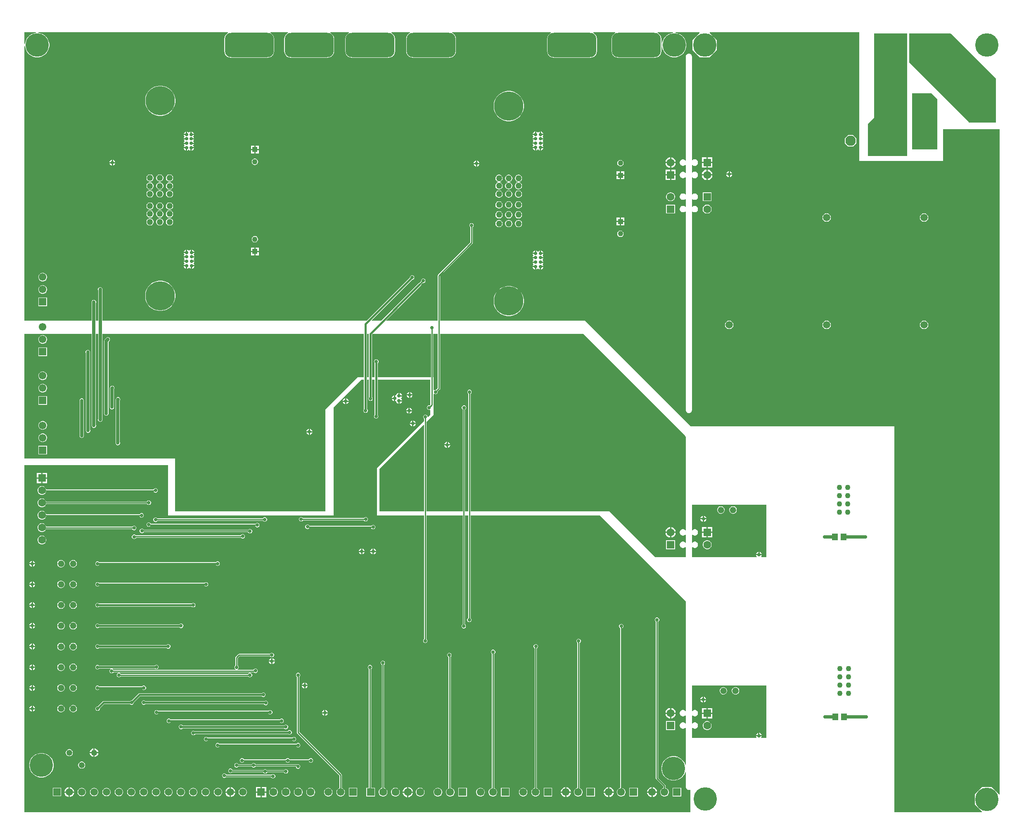
<source format=gbl>
G04*
G04 #@! TF.GenerationSoftware,Altium Limited,Altium Designer,23.2.1 (34)*
G04*
G04 Layer_Physical_Order=2*
G04 Layer_Color=16711680*
%FSLAX45Y45*%
%MOMM*%
G71*
G04*
G04 #@! TF.SameCoordinates,6E3D6F93-4A61-4C57-BA4F-68D24251A383*
G04*
G04*
G04 #@! TF.FilePolarity,Positive*
G04*
G01*
G75*
%ADD10C,0.40000*%
%ADD14C,0.25400*%
%ADD17R,1.20000X1.40000*%
%ADD77C,0.45000*%
%ADD78C,0.65000*%
%ADD84C,1.25000*%
%ADD85C,1.32100*%
%ADD86C,1.50000*%
%ADD87R,1.50000X1.50000*%
%ADD88C,1.60000*%
%ADD89R,1.60000X1.60000*%
%ADD90C,1.10000*%
%ADD91R,1.10000X1.10000*%
G04:AMPARAMS|DCode=92|XSize=5mm|YSize=10mm|CornerRadius=1.25mm|HoleSize=0mm|Usage=FLASHONLY|Rotation=90.000|XOffset=0mm|YOffset=0mm|HoleType=Round|Shape=RoundedRectangle|*
%AMROUNDEDRECTD92*
21,1,5.00000,7.50000,0,0,90.0*
21,1,2.50000,10.00000,0,0,90.0*
1,1,2.50000,3.75000,1.25000*
1,1,2.50000,3.75000,-1.25000*
1,1,2.50000,-3.75000,-1.25000*
1,1,2.50000,-3.75000,1.25000*
%
%ADD92ROUNDEDRECTD92*%
%ADD93C,6.00000*%
%ADD94C,1.80000*%
%ADD95R,1.60000X1.60000*%
%ADD96C,1.90000*%
%ADD97R,2.13000X2.13000*%
%ADD98C,2.13000*%
%ADD99C,1.55000*%
%ADD100R,1.55000X1.55000*%
%ADD101R,1.55000X1.55000*%
%ADD102C,1.52000*%
%ADD103R,1.52000X1.52000*%
%ADD104C,4.80000*%
%ADD105C,0.70000*%
%ADD106C,1.27000*%
G04:AMPARAMS|DCode=107|XSize=5mm|YSize=2.5mm|CornerRadius=0.625mm|HoleSize=0mm|Usage=FLASHONLY|Rotation=0.000|XOffset=0mm|YOffset=0mm|HoleType=Round|Shape=RoundedRectangle|*
%AMROUNDEDRECTD107*
21,1,5.00000,1.25000,0,0,0.0*
21,1,3.75000,2.50000,0,0,0.0*
1,1,1.25000,1.87500,-0.62500*
1,1,1.25000,-1.87500,-0.62500*
1,1,1.25000,-1.87500,0.62500*
1,1,1.25000,1.87500,0.62500*
%
%ADD107ROUNDEDRECTD107*%
G36*
X237877Y15987500D02*
X189578Y15977892D01*
X144081Y15959047D01*
X103134Y15931686D01*
X68313Y15896866D01*
X40953Y15855919D01*
X22108Y15810422D01*
X12500Y15762123D01*
X0Y15762605D01*
Y16000000D01*
X237394D01*
X237877Y15987500D01*
D02*
G37*
G36*
X17120000Y13360001D02*
X18839999D01*
Y14010001D01*
X20000000D01*
Y366537D01*
X19987300Y366254D01*
X19841054Y512500D01*
X19633948D01*
X19487500Y366054D01*
Y158947D01*
X19633746Y12700D01*
X19633464Y0D01*
X17839999D01*
Y7920000D01*
X13660001D01*
Y7923511D01*
X13657300Y7922700D01*
X11500000Y10080000D01*
X8523145D01*
Y11000413D01*
X9186366Y11663634D01*
X9191383Y11671143D01*
X9193145Y11680000D01*
Y12000879D01*
X9195490Y12001851D01*
X9208149Y12014510D01*
X9215000Y12031049D01*
Y12048951D01*
X9208149Y12065490D01*
X9195490Y12078149D01*
X9178951Y12085000D01*
X9161049D01*
X9144510Y12078149D01*
X9131851Y12065490D01*
X9125000Y12048951D01*
Y12031049D01*
X9131851Y12014510D01*
X9144510Y12001851D01*
X9146855Y12000879D01*
Y11689587D01*
X8483634Y11026366D01*
X8478617Y11018857D01*
X8476855Y11010000D01*
Y10080000D01*
X7421455D01*
X7416595Y10091733D01*
X8128344Y10803482D01*
X8135527Y10814232D01*
X8138049Y10826913D01*
X8137982Y10827251D01*
X8167703Y10856972D01*
X8170049Y10856000D01*
X8187951D01*
X8204490Y10862851D01*
X8217149Y10875510D01*
X8224000Y10892049D01*
Y10909951D01*
X8217149Y10926490D01*
X8204490Y10939149D01*
X8187951Y10946000D01*
X8170049D01*
X8153509Y10939149D01*
X8140851Y10926490D01*
X8134000Y10909951D01*
Y10892049D01*
X8134972Y10889703D01*
X8105250Y10859982D01*
X8104913Y10860049D01*
X8092232Y10857527D01*
X8081481Y10850344D01*
X7311138Y10080000D01*
X7124456D01*
X7119596Y10091733D01*
X7952862Y10925000D01*
X7959951D01*
X7976491Y10931851D01*
X7989149Y10944509D01*
X7996000Y10961049D01*
Y10978951D01*
X7989149Y10995490D01*
X7976491Y11008149D01*
X7959951Y11015000D01*
X7942049D01*
X7925510Y11008149D01*
X7912851Y10995490D01*
X7906000Y10978951D01*
Y10971862D01*
X7014138Y10080000D01*
X1598333D01*
Y10712024D01*
X1600000Y10716049D01*
Y10733951D01*
X1593149Y10750490D01*
X1580490Y10763149D01*
X1563951Y10770000D01*
X1546049D01*
X1529510Y10763149D01*
X1516851Y10750490D01*
X1510000Y10733951D01*
Y10716049D01*
X1511667Y10712024D01*
Y10080000D01*
X1468333D01*
Y10452024D01*
X1470000Y10456049D01*
Y10473951D01*
X1463149Y10490490D01*
X1450490Y10503149D01*
X1433951Y10510000D01*
X1416049D01*
X1399510Y10503149D01*
X1386851Y10490490D01*
X1380000Y10473951D01*
Y10456049D01*
X1381667Y10452024D01*
Y10080000D01*
X0D01*
Y15712395D01*
X12500Y15712877D01*
X22108Y15664578D01*
X40953Y15619081D01*
X68313Y15578134D01*
X103134Y15543312D01*
X144081Y15515953D01*
X189578Y15497107D01*
X237877Y15487500D01*
X287123D01*
X335422Y15497107D01*
X380919Y15515953D01*
X421866Y15543312D01*
X456688Y15578134D01*
X484047Y15619081D01*
X502893Y15664578D01*
X512500Y15712877D01*
Y15762123D01*
X502893Y15810422D01*
X484047Y15855919D01*
X456688Y15896866D01*
X421866Y15931686D01*
X380919Y15959047D01*
X335422Y15977892D01*
X287123Y15987500D01*
X287606Y16000000D01*
X4174960D01*
X4177486Y15987300D01*
X4166917Y15982922D01*
X4138717Y15961282D01*
X4117078Y15933083D01*
X4103475Y15900243D01*
X4098835Y15864999D01*
Y15614999D01*
X4103475Y15579758D01*
X4117078Y15546918D01*
X4138717Y15518716D01*
X4166917Y15497078D01*
X4199758Y15483475D01*
X4235000Y15478835D01*
X4985000D01*
X5020242Y15483475D01*
X5053082Y15497078D01*
X5081283Y15518716D01*
X5102922Y15546918D01*
X5116525Y15579758D01*
X5121165Y15614999D01*
Y15864999D01*
X5116525Y15900243D01*
X5102922Y15933083D01*
X5081283Y15961282D01*
X5053082Y15982922D01*
X5042514Y15987300D01*
X5045040Y16000000D01*
X5404960D01*
X5407486Y15987300D01*
X5396918Y15982922D01*
X5368717Y15961282D01*
X5347078Y15933083D01*
X5333475Y15900243D01*
X5328835Y15864999D01*
Y15614999D01*
X5333475Y15579758D01*
X5347078Y15546918D01*
X5368717Y15518716D01*
X5396918Y15497078D01*
X5429758Y15483475D01*
X5465000Y15478835D01*
X6215000D01*
X6250242Y15483475D01*
X6283082Y15497078D01*
X6311283Y15518716D01*
X6332922Y15546918D01*
X6346525Y15579758D01*
X6351165Y15614999D01*
Y15864999D01*
X6346525Y15900243D01*
X6332922Y15933083D01*
X6311283Y15961282D01*
X6283082Y15982922D01*
X6272514Y15987300D01*
X6275040Y16000000D01*
X6654960D01*
X6657486Y15987300D01*
X6646918Y15982922D01*
X6618717Y15961282D01*
X6597078Y15933083D01*
X6583475Y15900243D01*
X6578835Y15864999D01*
Y15614999D01*
X6583475Y15579758D01*
X6597078Y15546918D01*
X6618717Y15518716D01*
X6646918Y15497078D01*
X6679758Y15483475D01*
X6715000Y15478835D01*
X7465000D01*
X7500242Y15483475D01*
X7533082Y15497078D01*
X7561283Y15518716D01*
X7582922Y15546918D01*
X7596525Y15579758D01*
X7601165Y15614999D01*
Y15864999D01*
X7596525Y15900243D01*
X7582922Y15933083D01*
X7561283Y15961282D01*
X7533082Y15982922D01*
X7522514Y15987300D01*
X7525040Y16000000D01*
X7904960D01*
X7907486Y15987300D01*
X7896918Y15982922D01*
X7868717Y15961282D01*
X7847078Y15933083D01*
X7833475Y15900243D01*
X7828835Y15864999D01*
Y15614999D01*
X7833475Y15579758D01*
X7847078Y15546918D01*
X7868717Y15518716D01*
X7896918Y15497078D01*
X7929758Y15483475D01*
X7965000Y15478835D01*
X8715000D01*
X8750242Y15483475D01*
X8783083Y15497078D01*
X8811283Y15518716D01*
X8832922Y15546918D01*
X8846525Y15579758D01*
X8851165Y15614999D01*
Y15864999D01*
X8846525Y15900243D01*
X8832922Y15933083D01*
X8811283Y15961282D01*
X8783083Y15982922D01*
X8772514Y15987300D01*
X8775040Y16000000D01*
X10794960D01*
X10797486Y15987300D01*
X10786917Y15982922D01*
X10758717Y15961282D01*
X10737078Y15933083D01*
X10723475Y15900243D01*
X10718835Y15864999D01*
Y15614999D01*
X10723475Y15579758D01*
X10737078Y15546918D01*
X10758717Y15518716D01*
X10786917Y15497078D01*
X10819758Y15483475D01*
X10855000Y15478835D01*
X11605000D01*
X11640242Y15483475D01*
X11673082Y15497078D01*
X11701283Y15518716D01*
X11722922Y15546918D01*
X11736525Y15579758D01*
X11741165Y15614999D01*
Y15864999D01*
X11736525Y15900243D01*
X11722922Y15933083D01*
X11701283Y15961282D01*
X11673082Y15982922D01*
X11662514Y15987300D01*
X11665040Y16000000D01*
X12114960D01*
X12117486Y15987300D01*
X12106918Y15982922D01*
X12078717Y15961282D01*
X12057078Y15933083D01*
X12043475Y15900243D01*
X12038835Y15864999D01*
Y15614999D01*
X12043475Y15579758D01*
X12057078Y15546918D01*
X12078717Y15518716D01*
X12106918Y15497078D01*
X12139758Y15483475D01*
X12175000Y15478835D01*
X12925000D01*
X12960242Y15483475D01*
X12993082Y15497078D01*
X13021283Y15518716D01*
X13042921Y15546918D01*
X13056525Y15579758D01*
X13061165Y15614999D01*
Y15864999D01*
X13056525Y15900243D01*
X13042921Y15933083D01*
X13021283Y15961282D01*
X12993082Y15982922D01*
X12982513Y15987300D01*
X12985040Y16000000D01*
X13299895D01*
X13300377Y15987500D01*
X13252078Y15977892D01*
X13206581Y15959047D01*
X13165634Y15931686D01*
X13130812Y15896866D01*
X13103453Y15855919D01*
X13084608Y15810422D01*
X13075000Y15762123D01*
Y15712877D01*
X13084608Y15664578D01*
X13103453Y15619081D01*
X13130812Y15578134D01*
X13165634Y15543312D01*
X13206581Y15515953D01*
X13252078Y15497107D01*
X13300377Y15487500D01*
X13349623D01*
X13397922Y15497107D01*
X13443419Y15515953D01*
X13484366Y15543312D01*
X13519188Y15578134D01*
X13546547Y15619081D01*
X13565392Y15664578D01*
X13575000Y15712877D01*
Y15762123D01*
X13565392Y15810422D01*
X13546547Y15855919D01*
X13519188Y15896866D01*
X13484366Y15931686D01*
X13443419Y15959047D01*
X13397922Y15977892D01*
X13349623Y15987500D01*
X13350105Y16000000D01*
X13845964D01*
X13846246Y15987300D01*
X13700000Y15841052D01*
Y15633946D01*
X13846448Y15487500D01*
X14053554D01*
X14200000Y15633946D01*
Y15841052D01*
X14053754Y15987300D01*
X14054036Y16000000D01*
X17120000D01*
Y13360001D01*
D02*
G37*
G36*
X19920000Y15050000D02*
Y14150000D01*
X19370000D01*
X18139999Y15380000D01*
Y15980000D01*
X18989999D01*
X19920000Y15050000D01*
D02*
G37*
G36*
X18720000Y14630000D02*
Y13600000D01*
X18210001D01*
X18200000Y13610001D01*
Y14750000D01*
X18600000D01*
X18720000Y14630000D01*
D02*
G37*
G36*
X18100000Y15530000D02*
Y13460001D01*
X17300000D01*
Y14120000D01*
X17420000Y14239999D01*
Y15980000D01*
X18100000D01*
Y15530000D01*
D02*
G37*
G36*
X8336855Y8920000D02*
X7247637D01*
Y9213997D01*
X7255149Y9221510D01*
X7262000Y9238049D01*
Y9255951D01*
X7255149Y9272490D01*
X7242490Y9285149D01*
X7225951Y9292000D01*
X7208049D01*
X7191510Y9285149D01*
X7178851Y9272490D01*
X7172000Y9255951D01*
Y9238049D01*
X7178851Y9221510D01*
X7181364Y9218997D01*
Y8920000D01*
X7128137D01*
Y9803275D01*
X7134862Y9810000D01*
X8336855D01*
Y8920000D01*
D02*
G37*
G36*
X7061863D02*
X7028137D01*
Y9810000D01*
X7061863D01*
Y8920000D01*
D02*
G37*
G36*
X8476855Y8699587D02*
X8461597Y8684328D01*
X8461596Y8684328D01*
X8441297Y8664028D01*
X8438951Y8665000D01*
X8421049D01*
X8404509Y8658149D01*
X8402700Y8656340D01*
X8390000Y8661600D01*
Y8920000D01*
X8383145D01*
Y9810000D01*
X8476855D01*
Y8699587D01*
D02*
G37*
G36*
X8320000Y8352732D02*
X8311297Y8344028D01*
X8308951Y8345000D01*
X8291049D01*
X8274509Y8338149D01*
X8261851Y8325490D01*
X8255000Y8308951D01*
Y8291049D01*
X8261851Y8274509D01*
X8274509Y8261851D01*
X8291049Y8255000D01*
X8308951D01*
X8309440Y8255203D01*
X8320000Y8248147D01*
Y8150000D01*
X8278700Y8108700D01*
X8266000Y8113961D01*
Y8118951D01*
X8259149Y8135490D01*
X8246490Y8148149D01*
X8229951Y8155000D01*
X8212049D01*
X8195510Y8148149D01*
X8182851Y8135490D01*
X8176000Y8118951D01*
Y8101049D01*
X8182851Y8084510D01*
X8195510Y8071851D01*
X8196855Y8071293D01*
Y8026855D01*
X7230000Y7060000D01*
Y6090000D01*
X8196855D01*
Y3554121D01*
X8194510Y3553149D01*
X8181851Y3540491D01*
X8175000Y3523951D01*
Y3506049D01*
X8181851Y3489510D01*
X8194510Y3476851D01*
X8211049Y3470000D01*
X8228951D01*
X8245490Y3476851D01*
X8258149Y3489510D01*
X8265000Y3506049D01*
Y3523951D01*
X8258149Y3540491D01*
X8245490Y3553149D01*
X8243145Y3554121D01*
Y6090000D01*
X8988355D01*
Y3856156D01*
X8983510Y3854149D01*
X8970851Y3841490D01*
X8964000Y3824951D01*
Y3807049D01*
X8970851Y3790510D01*
X8983510Y3777851D01*
X9000049Y3771000D01*
X9017951D01*
X9034490Y3777851D01*
X9047149Y3790510D01*
X9054000Y3807049D01*
Y3824951D01*
X9047149Y3841490D01*
X9034645Y3853995D01*
Y6090000D01*
X9102355D01*
Y3984742D01*
X9098510Y3983149D01*
X9085851Y3970490D01*
X9079000Y3953951D01*
Y3936049D01*
X9085851Y3919510D01*
X9098510Y3906851D01*
X9115049Y3900000D01*
X9132951D01*
X9149490Y3906851D01*
X9162149Y3919510D01*
X9169000Y3936049D01*
Y3953951D01*
X9162149Y3970490D01*
X9149490Y3983149D01*
X9148645Y3983499D01*
Y6090000D01*
X11800000D01*
X13564137Y4325862D01*
Y2081046D01*
X13551437Y2075786D01*
X13543912Y2083313D01*
X13529089Y2091870D01*
X13512556Y2096300D01*
X13495442D01*
X13478911Y2091870D01*
X13464088Y2083313D01*
X13451987Y2071211D01*
X13443430Y2056389D01*
X13439000Y2039857D01*
Y2022742D01*
X13443430Y2006211D01*
X13451987Y1991389D01*
X13464088Y1979287D01*
X13478911Y1970730D01*
X13495442Y1966300D01*
X13512556D01*
X13529089Y1970730D01*
X13543912Y1979287D01*
X13551437Y1986814D01*
X13564137Y1981554D01*
Y1827046D01*
X13551437Y1821786D01*
X13543912Y1829313D01*
X13529089Y1837870D01*
X13512556Y1842300D01*
X13495442D01*
X13478911Y1837870D01*
X13464088Y1829313D01*
X13451987Y1817211D01*
X13443430Y1802389D01*
X13439000Y1785857D01*
Y1768742D01*
X13443430Y1752211D01*
X13451987Y1737389D01*
X13464088Y1725287D01*
X13478911Y1716730D01*
X13495442Y1712300D01*
X13512556D01*
X13529089Y1716730D01*
X13543912Y1725287D01*
X13551437Y1732814D01*
X13564137Y1727554D01*
Y978960D01*
X13551437Y976434D01*
X13534047Y1018419D01*
X13506686Y1059366D01*
X13471866Y1094188D01*
X13430919Y1121547D01*
X13385422Y1140392D01*
X13337123Y1150000D01*
X13287877D01*
X13239578Y1140392D01*
X13194081Y1121547D01*
X13153134Y1094188D01*
X13118312Y1059366D01*
X13090953Y1018419D01*
X13072107Y972922D01*
X13062500Y924623D01*
Y875377D01*
X13072107Y827078D01*
X13090953Y781581D01*
X13118312Y740634D01*
X13153134Y705812D01*
X13194081Y678453D01*
X13239578Y659608D01*
X13287877Y650000D01*
X13337123D01*
X13385422Y659608D01*
X13430919Y678453D01*
X13471866Y705812D01*
X13506686Y740634D01*
X13534047Y781581D01*
X13551437Y823566D01*
X13564137Y821040D01*
Y510047D01*
X13564961Y508057D01*
Y505904D01*
X13572580Y487514D01*
X13574101Y485991D01*
X13574927Y484002D01*
X13589001Y469926D01*
X13590991Y469102D01*
X13592514Y467580D01*
X13610905Y459962D01*
X13613058D01*
X13615047Y459138D01*
X13634953D01*
X13636942Y459962D01*
X13639095D01*
X13647301Y463361D01*
X13660001Y454875D01*
Y0D01*
X0D01*
Y7120000D01*
X2950000D01*
Y6090000D01*
X6340000D01*
Y8300000D01*
X6910000Y8870000D01*
X6961863D01*
Y8268503D01*
X6956851Y8263490D01*
X6950000Y8246951D01*
Y8229049D01*
X6956851Y8212510D01*
X6969510Y8199851D01*
X6986049Y8193000D01*
X7003951D01*
X7020490Y8199851D01*
X7033149Y8212510D01*
X7040000Y8229049D01*
Y8246951D01*
X7033149Y8263490D01*
X7028137Y8268503D01*
Y8870000D01*
X7061863D01*
Y8512503D01*
X7056851Y8507490D01*
X7050000Y8490951D01*
Y8473049D01*
X7056851Y8456510D01*
X7069510Y8443851D01*
X7086049Y8437000D01*
X7103951D01*
X7120490Y8443851D01*
X7133149Y8456510D01*
X7140000Y8473049D01*
Y8490951D01*
X7133149Y8507490D01*
X7128137Y8512503D01*
Y8870000D01*
X7181364D01*
Y8155003D01*
X7173851Y8147490D01*
X7167000Y8130951D01*
Y8113049D01*
X7173851Y8096510D01*
X7186510Y8083851D01*
X7203049Y8077000D01*
X7220951D01*
X7237490Y8083851D01*
X7250149Y8096510D01*
X7257000Y8113049D01*
Y8130951D01*
X7250149Y8147490D01*
X7247637Y8150003D01*
Y8870000D01*
X8320000D01*
Y8352732D01*
D02*
G37*
G36*
X6961863Y8920000D02*
X6830000D01*
X6169998Y8259998D01*
Y6170000D01*
X3090000D01*
Y7260000D01*
X0D01*
Y9810000D01*
X1381667D01*
Y7942976D01*
X1380000Y7938951D01*
Y7921049D01*
X1386851Y7904509D01*
X1399510Y7891851D01*
X1416049Y7885000D01*
X1433951D01*
X1450490Y7891851D01*
X1463149Y7904509D01*
X1470000Y7921049D01*
Y7938951D01*
X1468333Y7942976D01*
Y9810000D01*
X1511667D01*
Y8067976D01*
X1510000Y8063951D01*
Y8046049D01*
X1516851Y8029509D01*
X1529510Y8016851D01*
X1546049Y8010000D01*
X1563951D01*
X1580490Y8016851D01*
X1593149Y8029509D01*
X1600000Y8046049D01*
Y8063951D01*
X1598333Y8067976D01*
Y9810000D01*
X6961863D01*
Y8920000D01*
D02*
G37*
G36*
X8196855Y7940261D02*
Y6170000D01*
X7280000D01*
Y7040000D01*
X8185122Y7945122D01*
X8196855Y7940261D01*
D02*
G37*
G36*
X13564137Y7705862D02*
Y5790946D01*
X13551437Y5785686D01*
X13543912Y5793213D01*
X13529089Y5801770D01*
X13512556Y5806200D01*
X13495442D01*
X13478911Y5801770D01*
X13464088Y5793213D01*
X13451987Y5781111D01*
X13443430Y5766289D01*
X13439000Y5749758D01*
Y5732643D01*
X13443430Y5716111D01*
X13451987Y5701289D01*
X13464088Y5689187D01*
X13478911Y5680630D01*
X13495442Y5676200D01*
X13512556D01*
X13529089Y5680630D01*
X13543912Y5689187D01*
X13551437Y5696715D01*
X13564137Y5691454D01*
Y5536946D01*
X13551437Y5531686D01*
X13543912Y5539213D01*
X13529089Y5547770D01*
X13512556Y5552200D01*
X13495442D01*
X13478911Y5547770D01*
X13464088Y5539213D01*
X13451987Y5527111D01*
X13443430Y5512289D01*
X13439000Y5495758D01*
Y5478643D01*
X13443430Y5462111D01*
X13451987Y5447289D01*
X13464088Y5435187D01*
X13478911Y5426630D01*
X13495442Y5422200D01*
X13512556D01*
X13529089Y5426630D01*
X13543912Y5435187D01*
X13551437Y5442715D01*
X13564137Y5437454D01*
Y5230000D01*
X12939999D01*
X12000000Y6170000D01*
X9148645D01*
Y8583258D01*
X9152490Y8584851D01*
X9165149Y8597510D01*
X9172000Y8614049D01*
Y8631951D01*
X9165149Y8648490D01*
X9152490Y8661149D01*
X9135951Y8668000D01*
X9118049D01*
X9101510Y8661149D01*
X9088851Y8648490D01*
X9082000Y8631951D01*
Y8614049D01*
X9088851Y8597510D01*
X9101510Y8584851D01*
X9102355Y8584501D01*
Y6170000D01*
X9034645D01*
Y8260844D01*
X9039490Y8262851D01*
X9052149Y8275509D01*
X9059000Y8292049D01*
Y8309951D01*
X9052149Y8326490D01*
X9039490Y8339149D01*
X9022951Y8346000D01*
X9005049D01*
X8988510Y8339149D01*
X8975851Y8326490D01*
X8969000Y8309951D01*
Y8292049D01*
X8975851Y8275509D01*
X8988355Y8263005D01*
Y6170000D01*
X8243145D01*
Y8003145D01*
X8390000Y8150000D01*
Y8578400D01*
X8402700Y8583661D01*
X8404509Y8581851D01*
X8421049Y8575000D01*
X8438951D01*
X8455490Y8581851D01*
X8468149Y8594510D01*
X8475000Y8611049D01*
Y8628951D01*
X8474028Y8631297D01*
X8494327Y8651596D01*
X8494328Y8651596D01*
X8516366Y8673634D01*
X8521383Y8681143D01*
X8523145Y8690000D01*
Y9810000D01*
X11460000D01*
X13564137Y7705862D01*
D02*
G37*
G36*
X15210001Y5230000D02*
X15114079D01*
X15108818Y5242700D01*
X15116106Y5249986D01*
X15125015Y5271500D01*
X15004784D01*
X15013695Y5249986D01*
X15020982Y5242700D01*
X15015721Y5230000D01*
X13685863D01*
Y5437454D01*
X13698563Y5442715D01*
X13706088Y5435187D01*
X13720911Y5426630D01*
X13737442Y5422200D01*
X13754556D01*
X13771089Y5426630D01*
X13785912Y5435187D01*
X13798013Y5447289D01*
X13806570Y5462111D01*
X13811000Y5478643D01*
Y5495758D01*
X13806570Y5512289D01*
X13798013Y5527111D01*
X13785912Y5539213D01*
X13771089Y5547770D01*
X13754556Y5552200D01*
X13737442D01*
X13720911Y5547770D01*
X13706088Y5539213D01*
X13698563Y5531686D01*
X13685863Y5536946D01*
Y5691454D01*
X13698563Y5696715D01*
X13706088Y5689187D01*
X13720911Y5680630D01*
X13737442Y5676200D01*
X13754556D01*
X13771089Y5680630D01*
X13785912Y5689187D01*
X13798013Y5701289D01*
X13806570Y5716111D01*
X13811000Y5732643D01*
Y5749758D01*
X13806570Y5766289D01*
X13798013Y5781111D01*
X13785912Y5793213D01*
X13771089Y5801770D01*
X13754556Y5806200D01*
X13737442D01*
X13720911Y5801770D01*
X13706088Y5793213D01*
X13698563Y5785686D01*
X13685863Y5790946D01*
Y6310000D01*
X15210001D01*
Y5230000D01*
D02*
G37*
G36*
Y1520000D02*
X15112012D01*
X15107152Y1531733D01*
X15111205Y1535786D01*
X15120116Y1557300D01*
X14999884D01*
X15008795Y1535786D01*
X15012848Y1531733D01*
X15007988Y1520000D01*
X13685863D01*
Y1727554D01*
X13698563Y1732814D01*
X13706088Y1725287D01*
X13720911Y1716730D01*
X13737442Y1712300D01*
X13754556D01*
X13771089Y1716730D01*
X13785912Y1725287D01*
X13798013Y1737389D01*
X13806570Y1752211D01*
X13811000Y1768742D01*
Y1785857D01*
X13806570Y1802389D01*
X13798013Y1817211D01*
X13785912Y1829313D01*
X13771089Y1837870D01*
X13754556Y1842300D01*
X13737442D01*
X13720911Y1837870D01*
X13706088Y1829313D01*
X13698563Y1821786D01*
X13685863Y1827046D01*
Y1981554D01*
X13698563Y1986814D01*
X13706088Y1979287D01*
X13720911Y1970730D01*
X13737442Y1966300D01*
X13754556D01*
X13771089Y1970730D01*
X13785912Y1979287D01*
X13798013Y1991389D01*
X13806570Y2006211D01*
X13811000Y2022742D01*
Y2039857D01*
X13806570Y2056389D01*
X13798013Y2071211D01*
X13785912Y2083313D01*
X13771089Y2091870D01*
X13754556Y2096300D01*
X13737442D01*
X13720911Y2091870D01*
X13706088Y2083313D01*
X13698563Y2075786D01*
X13685863Y2081046D01*
Y2600000D01*
X15210001D01*
Y1520000D01*
D02*
G37*
%LPC*%
G36*
X2810398Y14903999D02*
X2761603D01*
X2713408Y14896365D01*
X2667002Y14881288D01*
X2623525Y14859135D01*
X2584049Y14830453D01*
X2549546Y14795950D01*
X2520865Y14756474D01*
X2498712Y14712999D01*
X2483634Y14666592D01*
X2476000Y14618398D01*
Y14569601D01*
X2483634Y14521408D01*
X2498712Y14475002D01*
X2520865Y14431525D01*
X2549546Y14392049D01*
X2584049Y14357545D01*
X2623525Y14328864D01*
X2667002Y14306712D01*
X2713408Y14291634D01*
X2761603Y14284000D01*
X2810398D01*
X2858592Y14291634D01*
X2904999Y14306712D01*
X2948476Y14328864D01*
X2987952Y14357545D01*
X3022455Y14392049D01*
X3051136Y14431525D01*
X3073288Y14475002D01*
X3088367Y14521408D01*
X3096000Y14569601D01*
Y14618398D01*
X3088367Y14666592D01*
X3073288Y14712999D01*
X3051136Y14756474D01*
X3022455Y14795950D01*
X2987952Y14830453D01*
X2948476Y14859135D01*
X2904999Y14881288D01*
X2858592Y14896365D01*
X2810398Y14903999D01*
D02*
G37*
G36*
X9956397Y14796001D02*
X9907602D01*
X9859408Y14788367D01*
X9813001Y14773288D01*
X9769524Y14751135D01*
X9730048Y14722455D01*
X9695545Y14687952D01*
X9666864Y14648476D01*
X9644711Y14604999D01*
X9629633Y14558592D01*
X9622000Y14510397D01*
Y14461603D01*
X9629633Y14413408D01*
X9644711Y14367001D01*
X9666864Y14323524D01*
X9695545Y14284048D01*
X9730048Y14249545D01*
X9769524Y14220865D01*
X9813001Y14198712D01*
X9859408Y14183633D01*
X9907602Y14175999D01*
X9956397D01*
X10004592Y14183633D01*
X10050998Y14198712D01*
X10094475Y14220865D01*
X10133951Y14249545D01*
X10168454Y14284048D01*
X10197135Y14323524D01*
X10219288Y14367001D01*
X10234366Y14413408D01*
X10242000Y14461603D01*
Y14510397D01*
X10234366Y14558592D01*
X10219288Y14604999D01*
X10197135Y14648476D01*
X10168454Y14687952D01*
X10133951Y14722455D01*
X10094475Y14751135D01*
X10050998Y14773288D01*
X10004592Y14788367D01*
X9956397Y14796001D01*
D02*
G37*
G36*
X3403300Y13964116D02*
X3381786Y13955203D01*
X3371000Y13944418D01*
X3360214Y13955203D01*
X3338700Y13964116D01*
Y13903999D01*
X3326000D01*
Y13891299D01*
X3265884D01*
X3274796Y13869786D01*
X3285582Y13859000D01*
X3274796Y13848215D01*
X3265884Y13826700D01*
X3326000D01*
Y13801300D01*
X3265884D01*
X3274796Y13779787D01*
X3285582Y13769000D01*
X3274796Y13758214D01*
X3265884Y13736700D01*
X3326000D01*
Y13711301D01*
X3265884D01*
X3274796Y13689786D01*
X3285582Y13678999D01*
X3274796Y13668214D01*
X3265884Y13646700D01*
X3326000D01*
Y13634000D01*
X3338700D01*
Y13573885D01*
X3360214Y13582796D01*
X3371000Y13593582D01*
X3381786Y13582796D01*
X3403300Y13573885D01*
Y13634000D01*
X3416000D01*
Y13646700D01*
X3476116D01*
X3467205Y13668214D01*
X3456419Y13678999D01*
X3467205Y13689786D01*
X3476116Y13711301D01*
X3416000D01*
Y13736700D01*
X3476116D01*
X3467205Y13758214D01*
X3456419Y13769000D01*
X3467205Y13779787D01*
X3476116Y13801300D01*
X3416000D01*
Y13826700D01*
X3476116D01*
X3467205Y13848215D01*
X3456419Y13859000D01*
X3467205Y13869786D01*
X3476116Y13891299D01*
X3416000D01*
Y13903999D01*
X3403300D01*
Y13964116D01*
D02*
G37*
G36*
X10569300Y13966116D02*
X10547786Y13957205D01*
X10532000Y13941418D01*
X10516213Y13957205D01*
X10494700Y13966116D01*
Y13906000D01*
X10482000D01*
Y13893300D01*
X10421884D01*
X10430795Y13871786D01*
X10441581Y13861000D01*
X10430795Y13850214D01*
X10421884Y13828700D01*
X10482000D01*
Y13803300D01*
X10421884D01*
X10430795Y13781787D01*
X10441581Y13771001D01*
X10430795Y13760214D01*
X10421884Y13738699D01*
X10482000D01*
Y13713300D01*
X10421884D01*
X10430795Y13691786D01*
X10441581Y13681000D01*
X10430795Y13670213D01*
X10421884Y13648700D01*
X10482000D01*
Y13636000D01*
X10494700D01*
Y13575883D01*
X10516213Y13584796D01*
X10532000Y13600581D01*
X10547786Y13584796D01*
X10569300Y13575883D01*
Y13636000D01*
X10582000D01*
Y13648700D01*
X10642116D01*
X10633204Y13670213D01*
X10622418Y13681000D01*
X10633204Y13691786D01*
X10642116Y13713300D01*
X10582000D01*
Y13738699D01*
X10642116D01*
X10633204Y13760214D01*
X10622418Y13771001D01*
X10633204Y13781787D01*
X10642116Y13803300D01*
X10582000D01*
Y13828700D01*
X10642116D01*
X10633204Y13850214D01*
X10622418Y13861000D01*
X10633204Y13871786D01*
X10642116Y13893300D01*
X10582000D01*
Y13906000D01*
X10569300D01*
Y13966116D01*
D02*
G37*
G36*
X10594700D02*
Y13918700D01*
X10642116D01*
X10633204Y13940215D01*
X10616213Y13957205D01*
X10594700Y13966116D01*
D02*
G37*
G36*
X10469300D02*
X10447786Y13957205D01*
X10430795Y13940215D01*
X10421884Y13918700D01*
X10469300D01*
Y13966116D01*
D02*
G37*
G36*
X3428700Y13964116D02*
Y13916701D01*
X3476116D01*
X3467205Y13938214D01*
X3450214Y13955203D01*
X3428700Y13964116D01*
D02*
G37*
G36*
X3313300D02*
X3291786Y13955203D01*
X3274796Y13938214D01*
X3265884Y13916701D01*
X3313300D01*
Y13964116D01*
D02*
G37*
G36*
X16988255Y13891075D02*
X16891743D01*
X16823500Y13822832D01*
Y13726318D01*
X16891743Y13658075D01*
X16988255D01*
X17056500Y13726318D01*
Y13822832D01*
X16988255Y13891075D01*
D02*
G37*
G36*
X4806400Y13674400D02*
X4738700D01*
Y13606700D01*
X4806400D01*
Y13674400D01*
D02*
G37*
G36*
X4713300D02*
X4645600D01*
Y13606700D01*
X4713300D01*
Y13674400D01*
D02*
G37*
G36*
X10642116Y13623300D02*
X10594700D01*
Y13575883D01*
X10616213Y13584796D01*
X10633204Y13601787D01*
X10642116Y13623300D01*
D02*
G37*
G36*
X10469300D02*
X10421884D01*
X10430795Y13601787D01*
X10447786Y13584796D01*
X10469300Y13575883D01*
Y13623300D01*
D02*
G37*
G36*
X3476116Y13621300D02*
X3428700D01*
Y13573885D01*
X3450214Y13582796D01*
X3467205Y13599786D01*
X3476116Y13621300D01*
D02*
G37*
G36*
X3313300D02*
X3265884D01*
X3274796Y13599786D01*
X3291786Y13582796D01*
X3313300Y13573885D01*
Y13621300D01*
D02*
G37*
G36*
X4806400Y13581300D02*
X4738700D01*
Y13513600D01*
X4806400D01*
Y13581300D01*
D02*
G37*
G36*
X4713300D02*
X4645600D01*
Y13513600D01*
X4713300D01*
Y13581300D01*
D02*
G37*
G36*
X13634953Y15560863D02*
X13615047D01*
X13613058Y15560039D01*
X13610904D01*
X13592513Y15552420D01*
X13590991Y15550899D01*
X13589001Y15550073D01*
X13574927Y15535999D01*
X13574101Y15534007D01*
X13572580Y15532486D01*
X13564961Y15514095D01*
Y15511942D01*
X13564137Y15509953D01*
Y15500000D01*
Y13376746D01*
X13551437Y13371486D01*
X13543912Y13379013D01*
X13529089Y13387570D01*
X13512556Y13392000D01*
X13495442D01*
X13478911Y13387570D01*
X13464088Y13379013D01*
X13451987Y13366911D01*
X13443430Y13352089D01*
X13439000Y13335558D01*
Y13318443D01*
X13443430Y13301910D01*
X13451987Y13287090D01*
X13464088Y13274986D01*
X13478911Y13266431D01*
X13495442Y13262000D01*
X13512556D01*
X13529089Y13266431D01*
X13543912Y13274986D01*
X13551437Y13282513D01*
X13564137Y13277254D01*
Y13122746D01*
X13551437Y13117487D01*
X13543912Y13125014D01*
X13529089Y13133569D01*
X13512556Y13138000D01*
X13495442D01*
X13478911Y13133569D01*
X13464088Y13125014D01*
X13451987Y13112910D01*
X13443430Y13098090D01*
X13439000Y13081558D01*
Y13064442D01*
X13443430Y13047911D01*
X13451987Y13033089D01*
X13464088Y13020987D01*
X13478911Y13012430D01*
X13495442Y13008000D01*
X13512556D01*
X13529089Y13012430D01*
X13543912Y13020987D01*
X13551437Y13028514D01*
X13564137Y13023254D01*
Y12676746D01*
X13551437Y12671485D01*
X13543912Y12679013D01*
X13529089Y12687570D01*
X13512556Y12692000D01*
X13495442D01*
X13478911Y12687570D01*
X13464088Y12679013D01*
X13451987Y12666911D01*
X13443430Y12652089D01*
X13439000Y12635557D01*
Y12618442D01*
X13443430Y12601911D01*
X13451987Y12587089D01*
X13464088Y12574987D01*
X13478911Y12566430D01*
X13495442Y12562000D01*
X13512556D01*
X13529089Y12566430D01*
X13543912Y12574987D01*
X13551437Y12582514D01*
X13564137Y12577254D01*
Y12422746D01*
X13551437Y12417485D01*
X13543912Y12425013D01*
X13529089Y12433570D01*
X13512556Y12438000D01*
X13495442D01*
X13478911Y12433570D01*
X13464088Y12425013D01*
X13451987Y12412911D01*
X13443430Y12398089D01*
X13439000Y12381557D01*
Y12364442D01*
X13443430Y12347911D01*
X13451987Y12333089D01*
X13464088Y12320987D01*
X13478911Y12312430D01*
X13495442Y12308000D01*
X13512556D01*
X13529089Y12312430D01*
X13543912Y12320987D01*
X13551437Y12328514D01*
X13564137Y12323254D01*
Y8250000D01*
Y8240047D01*
X13564961Y8238057D01*
Y8235905D01*
X13572580Y8217514D01*
X13574101Y8215991D01*
X13574927Y8214002D01*
X13589001Y8199926D01*
X13590991Y8199102D01*
X13592514Y8197580D01*
X13610905Y8189962D01*
X13613058D01*
X13615047Y8189138D01*
X13634953D01*
X13636942Y8189962D01*
X13639095D01*
X13657486Y8197580D01*
X13660001Y8197057D01*
Y8199513D01*
X13660999Y8199926D01*
X13675073Y8214002D01*
X13675899Y8215991D01*
X13677420Y8217513D01*
X13685039Y8235905D01*
Y8238058D01*
X13685863Y8240047D01*
Y8250000D01*
Y12324621D01*
X13697595Y12329481D01*
X13719077Y12308000D01*
X13772923D01*
X13811000Y12346076D01*
Y12399924D01*
X13772923Y12438000D01*
X13719077D01*
X13697595Y12416519D01*
X13685863Y12421379D01*
Y12578621D01*
X13697595Y12583481D01*
X13719077Y12562000D01*
X13772923D01*
X13811000Y12600076D01*
Y12653924D01*
X13772923Y12692000D01*
X13719077D01*
X13697595Y12670519D01*
X13685863Y12675379D01*
Y13024622D01*
X13697595Y13029482D01*
X13719077Y13008000D01*
X13772923D01*
X13811000Y13046075D01*
Y13099924D01*
X13772923Y13138000D01*
X13719077D01*
X13697595Y13116519D01*
X13685863Y13121379D01*
Y13278621D01*
X13697595Y13283481D01*
X13719077Y13262000D01*
X13772923D01*
X13811000Y13300076D01*
Y13353925D01*
X13772923Y13392000D01*
X13719077D01*
X13697595Y13370518D01*
X13685863Y13375378D01*
Y15500000D01*
Y15509953D01*
X13685039Y15511942D01*
Y15514095D01*
X13677420Y15532486D01*
X13675897Y15534009D01*
X13675073Y15535999D01*
X13660999Y15550073D01*
X13660001Y15550487D01*
Y15552943D01*
X13657486Y15552420D01*
X13639095Y15560039D01*
X13636942D01*
X13634953Y15560863D01*
D02*
G37*
G36*
X13263876Y13432401D02*
X13262698D01*
Y13339700D01*
X13355400D01*
Y13340875D01*
X13348216Y13367683D01*
X13334341Y13391718D01*
X13314717Y13411340D01*
X13290683Y13425217D01*
X13263876Y13432401D01*
D02*
G37*
G36*
X14105400D02*
X14012700D01*
Y13339700D01*
X14105400D01*
Y13432401D01*
D02*
G37*
G36*
X13987300D02*
X13894600D01*
Y13339700D01*
X13987300D01*
Y13432401D01*
D02*
G37*
G36*
X13237299D02*
X13236124D01*
X13209317Y13425217D01*
X13185283Y13411340D01*
X13165659Y13391718D01*
X13151784Y13367683D01*
X13144600Y13340875D01*
Y13339700D01*
X13237299D01*
Y13432401D01*
D02*
G37*
G36*
X1818700Y13385582D02*
Y13338165D01*
X1866116D01*
X1857205Y13359680D01*
X1840214Y13376671D01*
X1818700Y13385582D01*
D02*
G37*
G36*
X1793300D02*
X1771786Y13376671D01*
X1754796Y13359680D01*
X1745884Y13338165D01*
X1793300D01*
Y13385582D01*
D02*
G37*
G36*
X9284699Y13366116D02*
Y13318700D01*
X9332115D01*
X9323204Y13340215D01*
X9306213Y13357205D01*
X9284699Y13366116D01*
D02*
G37*
G36*
X9259299D02*
X9237786Y13357205D01*
X9220795Y13340215D01*
X9211884Y13318700D01*
X9259299D01*
Y13366116D01*
D02*
G37*
G36*
X4734558Y13409000D02*
X4717443D01*
X4700911Y13404570D01*
X4686089Y13396013D01*
X4673987Y13383910D01*
X4665430Y13369089D01*
X4661000Y13352557D01*
Y13335442D01*
X4665430Y13318912D01*
X4673987Y13304089D01*
X4686089Y13291988D01*
X4700911Y13283430D01*
X4717443Y13278999D01*
X4734558D01*
X4751089Y13283430D01*
X4765911Y13291988D01*
X4778013Y13304089D01*
X4786570Y13318912D01*
X4791000Y13335442D01*
Y13352557D01*
X4786570Y13369089D01*
X4778013Y13383910D01*
X4765911Y13396013D01*
X4751089Y13404570D01*
X4734558Y13409000D01*
D02*
G37*
G36*
X1866116Y13312766D02*
X1818700D01*
Y13265350D01*
X1840214Y13274261D01*
X1857205Y13291252D01*
X1866116Y13312766D01*
D02*
G37*
G36*
X1793300D02*
X1745884D01*
X1754796Y13291252D01*
X1771786Y13274261D01*
X1793300Y13265350D01*
Y13312766D01*
D02*
G37*
G36*
X12230557Y13381000D02*
X12213442D01*
X12196910Y13376572D01*
X12182089Y13368013D01*
X12169987Y13355911D01*
X12161429Y13341090D01*
X12157000Y13324557D01*
Y13307443D01*
X12161429Y13290910D01*
X12169987Y13276089D01*
X12182089Y13263988D01*
X12196910Y13255431D01*
X12213442Y13251001D01*
X12230557D01*
X12247089Y13255431D01*
X12261910Y13263988D01*
X12274012Y13276089D01*
X12282570Y13290910D01*
X12286999Y13307443D01*
Y13324557D01*
X12282570Y13341090D01*
X12274012Y13355911D01*
X12261910Y13368013D01*
X12247089Y13376572D01*
X12230557Y13381000D01*
D02*
G37*
G36*
X9332115Y13293300D02*
X9284699D01*
Y13245885D01*
X9306213Y13254796D01*
X9323204Y13271786D01*
X9332115Y13293300D01*
D02*
G37*
G36*
X9259299D02*
X9211884D01*
X9220795Y13271786D01*
X9237786Y13254796D01*
X9259299Y13245885D01*
Y13293300D01*
D02*
G37*
G36*
X14105400Y13314301D02*
X14012700D01*
Y13221600D01*
X14105400D01*
Y13314301D01*
D02*
G37*
G36*
X13987300D02*
X13894600D01*
Y13221600D01*
X13987300D01*
Y13314301D01*
D02*
G37*
G36*
X13355400D02*
X13262698D01*
Y13221600D01*
X13263876D01*
X13290683Y13228783D01*
X13314717Y13242659D01*
X13334341Y13262283D01*
X13348216Y13286317D01*
X13355400Y13313124D01*
Y13314301D01*
D02*
G37*
G36*
X13237299D02*
X13144600D01*
Y13313124D01*
X13151784Y13286317D01*
X13165659Y13262283D01*
X13185283Y13242659D01*
X13209317Y13228783D01*
X13236124Y13221600D01*
X13237299D01*
Y13314301D01*
D02*
G37*
G36*
X14478117Y13151801D02*
X14465800D01*
Y13104100D01*
X14513499D01*
Y13116418D01*
X14478117Y13151801D01*
D02*
G37*
G36*
X14440401D02*
X14428081D01*
X14392700Y13116418D01*
Y13104100D01*
X14440401D01*
Y13151801D01*
D02*
G37*
G36*
X13355400Y13178400D02*
X13262698D01*
Y13085701D01*
X13355400D01*
Y13178400D01*
D02*
G37*
G36*
X14043658D02*
X14012700D01*
Y13085701D01*
X14105400D01*
Y13116658D01*
X14043658Y13178400D01*
D02*
G37*
G36*
X13987300D02*
X13956342D01*
X13894600Y13116658D01*
Y13085701D01*
X13987300D01*
Y13178400D01*
D02*
G37*
G36*
X13237299D02*
X13144600D01*
Y13085701D01*
X13237299D01*
Y13178400D01*
D02*
G37*
G36*
X12302399Y13146400D02*
X12234700D01*
Y13078700D01*
X12302399D01*
Y13146400D01*
D02*
G37*
G36*
X12209300D02*
X12141600D01*
Y13078700D01*
X12209300D01*
Y13146400D01*
D02*
G37*
G36*
X14513499Y13078700D02*
X14465800D01*
Y13031000D01*
X14478117D01*
X14513499Y13066380D01*
Y13078700D01*
D02*
G37*
G36*
X14440401D02*
X14392700D01*
Y13066380D01*
X14428081Y13031000D01*
X14440401D01*
Y13078700D01*
D02*
G37*
G36*
X12302399Y13053300D02*
X12234700D01*
Y12985600D01*
X12302399D01*
Y13053300D01*
D02*
G37*
G36*
X12209300D02*
X12141600D01*
Y12985600D01*
X12209300D01*
Y13053300D01*
D02*
G37*
G36*
X14105400Y13060301D02*
X14012700D01*
Y12967599D01*
X14043658D01*
X14105400Y13029343D01*
Y13060301D01*
D02*
G37*
G36*
X13987300D02*
X13894600D01*
Y13029343D01*
X13956342Y12967599D01*
X13987300D01*
Y13060301D01*
D02*
G37*
G36*
X13355400D02*
X13262698D01*
Y12967599D01*
X13355400D01*
Y13060301D01*
D02*
G37*
G36*
X13237299D02*
X13144600D01*
Y12967599D01*
X13237299D01*
Y13060301D01*
D02*
G37*
G36*
X2985677Y13084000D02*
X2966324D01*
X2947630Y13078992D01*
X2930870Y13069315D01*
X2917185Y13055630D01*
X2907509Y13038870D01*
X2902500Y13020177D01*
Y13000824D01*
X2907509Y12982130D01*
X2917185Y12965370D01*
X2930870Y12951685D01*
X2947630Y12942009D01*
X2966324Y12937000D01*
X2985677D01*
X3004370Y12942009D01*
X3021130Y12951685D01*
X3034815Y12965370D01*
X3044491Y12982130D01*
X3049500Y13000824D01*
Y13020177D01*
X3044491Y13038870D01*
X3034815Y13055630D01*
X3021130Y13069315D01*
X3004370Y13078992D01*
X2985677Y13084000D01*
D02*
G37*
G36*
X2785676Y13083966D02*
X2766323D01*
X2747630Y13078957D01*
X2730870Y13069281D01*
X2717185Y13055595D01*
X2707509Y13038837D01*
X2702500Y13020143D01*
Y13000790D01*
X2707509Y12982095D01*
X2717185Y12965337D01*
X2730870Y12951653D01*
X2747630Y12941975D01*
X2766323Y12936966D01*
X2785676D01*
X2804370Y12941975D01*
X2821130Y12951653D01*
X2834814Y12965337D01*
X2844491Y12982095D01*
X2849500Y13000790D01*
Y13020143D01*
X2844491Y13038837D01*
X2834814Y13055595D01*
X2821130Y13069281D01*
X2804370Y13078957D01*
X2785676Y13083966D01*
D02*
G37*
G36*
X2585677D02*
X2566324D01*
X2547630Y13078957D01*
X2530870Y13069281D01*
X2517185Y13055595D01*
X2507509Y13038837D01*
X2502500Y13020143D01*
Y13000790D01*
X2507509Y12982095D01*
X2517185Y12965337D01*
X2530870Y12951653D01*
X2547630Y12941975D01*
X2566324Y12936966D01*
X2585677D01*
X2604370Y12941975D01*
X2621130Y12951653D01*
X2634815Y12965337D01*
X2644491Y12982095D01*
X2649500Y13000790D01*
Y13020143D01*
X2644491Y13038837D01*
X2634815Y13055595D01*
X2621130Y13069281D01*
X2604370Y13078957D01*
X2585677Y13083966D01*
D02*
G37*
G36*
X10141676Y13079500D02*
X10122323D01*
X10103630Y13074492D01*
X10086870Y13064815D01*
X10073185Y13051131D01*
X10063508Y13034370D01*
X10058500Y13015677D01*
Y12996324D01*
X10063508Y12977631D01*
X10073185Y12960870D01*
X10086870Y12947186D01*
X10103630Y12937509D01*
X10114583Y12934573D01*
Y12921426D01*
X10103630Y12918491D01*
X10086870Y12908815D01*
X10073185Y12895129D01*
X10063508Y12878371D01*
X10058500Y12859677D01*
Y12840324D01*
X10063508Y12821629D01*
X10073185Y12804871D01*
X10086870Y12791185D01*
X10103630Y12781509D01*
X10122323Y12776500D01*
X10141676D01*
X10160370Y12781509D01*
X10177130Y12791185D01*
X10190814Y12804871D01*
X10200491Y12821629D01*
X10205500Y12840324D01*
Y12859677D01*
X10200491Y12878371D01*
X10190814Y12895129D01*
X10177130Y12908815D01*
X10160370Y12918491D01*
X10149416Y12921426D01*
Y12934573D01*
X10160370Y12937509D01*
X10177130Y12947186D01*
X10190814Y12960870D01*
X10200491Y12977631D01*
X10205500Y12996324D01*
Y13015677D01*
X10200491Y13034370D01*
X10190814Y13051131D01*
X10177130Y13064815D01*
X10160370Y13074492D01*
X10141676Y13079500D01*
D02*
G37*
G36*
X9941676D02*
X9922323D01*
X9903630Y13074492D01*
X9886870Y13064815D01*
X9873185Y13051131D01*
X9863509Y13034370D01*
X9858500Y13015677D01*
Y12996324D01*
X9863509Y12977631D01*
X9873185Y12960870D01*
X9886870Y12947186D01*
X9903630Y12937509D01*
X9914583Y12934573D01*
Y12921426D01*
X9903630Y12918491D01*
X9886870Y12908815D01*
X9873185Y12895129D01*
X9863509Y12878371D01*
X9858500Y12859677D01*
Y12840324D01*
X9863509Y12821629D01*
X9873185Y12804871D01*
X9886870Y12791185D01*
X9903630Y12781509D01*
X9922323Y12776500D01*
X9941676D01*
X9960370Y12781509D01*
X9977130Y12791185D01*
X9990814Y12804871D01*
X10000491Y12821629D01*
X10005500Y12840324D01*
Y12859677D01*
X10000491Y12878371D01*
X9990814Y12895129D01*
X9977130Y12908815D01*
X9960370Y12918491D01*
X9949416Y12921426D01*
Y12934573D01*
X9960370Y12937509D01*
X9977130Y12947186D01*
X9990814Y12960870D01*
X10000491Y12977631D01*
X10005500Y12996324D01*
Y13015677D01*
X10000491Y13034370D01*
X9990814Y13051131D01*
X9977130Y13064815D01*
X9960370Y13074492D01*
X9941676Y13079500D01*
D02*
G37*
G36*
X9741676D02*
X9722323D01*
X9703630Y13074492D01*
X9686870Y13064815D01*
X9673185Y13051131D01*
X9663508Y13034370D01*
X9658500Y13015677D01*
Y12996324D01*
X9663508Y12977631D01*
X9673185Y12960870D01*
X9686870Y12947186D01*
X9703630Y12937509D01*
X9714583Y12934573D01*
Y12921426D01*
X9703630Y12918491D01*
X9686870Y12908815D01*
X9673185Y12895129D01*
X9663508Y12878371D01*
X9658500Y12859677D01*
Y12840324D01*
X9663508Y12821629D01*
X9673185Y12804871D01*
X9686870Y12791185D01*
X9703630Y12781509D01*
X9722323Y12776500D01*
X9741676D01*
X9760370Y12781509D01*
X9777130Y12791185D01*
X9790814Y12804871D01*
X9800491Y12821629D01*
X9805500Y12840324D01*
Y12859677D01*
X9800491Y12878371D01*
X9790814Y12895129D01*
X9777130Y12908815D01*
X9760370Y12918491D01*
X9749416Y12921426D01*
Y12934573D01*
X9760370Y12937509D01*
X9777130Y12947186D01*
X9790814Y12960870D01*
X9800491Y12977631D01*
X9805500Y12996324D01*
Y13015677D01*
X9800491Y13034370D01*
X9790814Y13051131D01*
X9777130Y13064815D01*
X9760370Y13074492D01*
X9741676Y13079500D01*
D02*
G37*
G36*
X2985677Y12921466D02*
X2966324D01*
X2947630Y12916457D01*
X2930870Y12906781D01*
X2917185Y12893095D01*
X2907509Y12876337D01*
X2902500Y12857643D01*
Y12838290D01*
X2907509Y12819595D01*
X2917185Y12802837D01*
X2930870Y12789151D01*
X2947630Y12779475D01*
X2966324Y12774466D01*
X2985677D01*
X3004370Y12779475D01*
X3021130Y12789151D01*
X3034815Y12802837D01*
X3044491Y12819595D01*
X3049500Y12838290D01*
Y12857643D01*
X3044491Y12876337D01*
X3034815Y12893095D01*
X3021130Y12906781D01*
X3004370Y12916457D01*
X2985677Y12921466D01*
D02*
G37*
G36*
X2785676D02*
X2766323D01*
X2747630Y12916457D01*
X2730870Y12906781D01*
X2717185Y12893095D01*
X2707509Y12876337D01*
X2702500Y12857643D01*
Y12838290D01*
X2707509Y12819595D01*
X2717185Y12802837D01*
X2730870Y12789151D01*
X2747630Y12779475D01*
X2766323Y12774466D01*
X2785676D01*
X2804370Y12779475D01*
X2821130Y12789151D01*
X2834814Y12802837D01*
X2844491Y12819595D01*
X2849500Y12838290D01*
Y12857643D01*
X2844491Y12876337D01*
X2834814Y12893095D01*
X2821130Y12906781D01*
X2804370Y12916457D01*
X2785676Y12921466D01*
D02*
G37*
G36*
X2585677D02*
X2566324D01*
X2547630Y12916457D01*
X2530870Y12906781D01*
X2517185Y12893095D01*
X2507509Y12876337D01*
X2502500Y12857643D01*
Y12838290D01*
X2507509Y12819595D01*
X2517185Y12802837D01*
X2530870Y12789151D01*
X2547630Y12779475D01*
X2566324Y12774466D01*
X2585677D01*
X2604370Y12779475D01*
X2621130Y12789151D01*
X2634815Y12802837D01*
X2644491Y12819595D01*
X2649500Y12838290D01*
Y12857643D01*
X2644491Y12876337D01*
X2634815Y12893095D01*
X2621130Y12906781D01*
X2604370Y12916457D01*
X2585677Y12921466D01*
D02*
G37*
G36*
X2785676Y12758966D02*
X2766323D01*
X2747630Y12753957D01*
X2730870Y12744281D01*
X2717185Y12730596D01*
X2707509Y12713836D01*
X2702500Y12695143D01*
Y12675790D01*
X2707509Y12657096D01*
X2717185Y12640336D01*
X2730870Y12626652D01*
X2747630Y12616975D01*
X2766323Y12611966D01*
X2785676D01*
X2804370Y12616975D01*
X2821130Y12626652D01*
X2834814Y12640336D01*
X2844491Y12657096D01*
X2849500Y12675790D01*
Y12695143D01*
X2844491Y12713836D01*
X2834814Y12730596D01*
X2821130Y12744281D01*
X2804370Y12753957D01*
X2785676Y12758966D01*
D02*
G37*
G36*
X2985677Y12758966D02*
X2966324D01*
X2947630Y12753957D01*
X2930870Y12744281D01*
X2917185Y12730596D01*
X2907509Y12713836D01*
X2902500Y12695143D01*
Y12675790D01*
X2907509Y12657096D01*
X2917185Y12640336D01*
X2930870Y12626651D01*
X2947630Y12616975D01*
X2966324Y12611966D01*
X2985677D01*
X3004370Y12616975D01*
X3021130Y12626651D01*
X3034815Y12640336D01*
X3044491Y12657096D01*
X3049500Y12675790D01*
Y12695143D01*
X3044491Y12713836D01*
X3034815Y12730596D01*
X3021130Y12744281D01*
X3004370Y12753957D01*
X2985677Y12758966D01*
D02*
G37*
G36*
X2585677D02*
X2566324D01*
X2547630Y12753957D01*
X2530870Y12744281D01*
X2517185Y12730596D01*
X2507509Y12713836D01*
X2502500Y12695143D01*
Y12675790D01*
X2507509Y12657096D01*
X2517185Y12640336D01*
X2530870Y12626651D01*
X2547630Y12616975D01*
X2566324Y12611966D01*
X2585677D01*
X2604370Y12616975D01*
X2621130Y12626651D01*
X2634815Y12640336D01*
X2644491Y12657096D01*
X2649500Y12675790D01*
Y12695143D01*
X2644491Y12713836D01*
X2634815Y12730596D01*
X2621130Y12744281D01*
X2604370Y12753957D01*
X2585677Y12758966D01*
D02*
G37*
G36*
X10141676Y12753500D02*
X10122323D01*
X10103630Y12748491D01*
X10086870Y12738815D01*
X10073185Y12725130D01*
X10063508Y12708370D01*
X10058500Y12689677D01*
Y12670324D01*
X10063508Y12651630D01*
X10073185Y12634870D01*
X10086870Y12621186D01*
X10103630Y12611509D01*
X10122323Y12606500D01*
X10141676D01*
X10160370Y12611509D01*
X10177130Y12621186D01*
X10190814Y12634870D01*
X10200491Y12651630D01*
X10205500Y12670324D01*
Y12689677D01*
X10200491Y12708370D01*
X10190814Y12725130D01*
X10177130Y12738815D01*
X10160370Y12748491D01*
X10141676Y12753500D01*
D02*
G37*
G36*
X9941676D02*
X9922323D01*
X9903630Y12748491D01*
X9886870Y12738815D01*
X9873185Y12725130D01*
X9863509Y12708370D01*
X9858500Y12689677D01*
Y12670324D01*
X9863509Y12651630D01*
X9873185Y12634870D01*
X9886870Y12621186D01*
X9903630Y12611509D01*
X9922323Y12606500D01*
X9941676D01*
X9960370Y12611509D01*
X9977130Y12621186D01*
X9990814Y12634870D01*
X10000491Y12651630D01*
X10005500Y12670324D01*
Y12689677D01*
X10000491Y12708370D01*
X9990814Y12725130D01*
X9977130Y12738815D01*
X9960370Y12748491D01*
X9941676Y12753500D01*
D02*
G37*
G36*
X9741676D02*
X9722323D01*
X9703630Y12748491D01*
X9686870Y12738815D01*
X9673185Y12725130D01*
X9663508Y12708370D01*
X9658500Y12689677D01*
Y12670324D01*
X9663508Y12651630D01*
X9673185Y12634870D01*
X9686870Y12621186D01*
X9703630Y12611509D01*
X9722323Y12606500D01*
X9741676D01*
X9760370Y12611509D01*
X9777130Y12621186D01*
X9790814Y12634870D01*
X9800491Y12651630D01*
X9805500Y12670324D01*
Y12689677D01*
X9800491Y12708370D01*
X9790814Y12725130D01*
X9777130Y12738815D01*
X9760370Y12748491D01*
X9741676Y12753500D01*
D02*
G37*
G36*
X14089999Y12717000D02*
X13910001D01*
Y12537000D01*
X14089999D01*
Y12717000D01*
D02*
G37*
G36*
X13261848D02*
X13238152D01*
X13215260Y12710866D01*
X13194739Y12699018D01*
X13177982Y12682261D01*
X13166133Y12661738D01*
X13160001Y12638848D01*
Y12615151D01*
X13166133Y12592261D01*
X13177982Y12571739D01*
X13194739Y12554982D01*
X13215260Y12543133D01*
X13238152Y12537000D01*
X13261848D01*
X13284738Y12543133D01*
X13305261Y12554982D01*
X13322018Y12571739D01*
X13333865Y12592261D01*
X13339999Y12615151D01*
Y12638848D01*
X13333865Y12661738D01*
X13322018Y12682261D01*
X13305261Y12699018D01*
X13284738Y12710866D01*
X13261848Y12717000D01*
D02*
G37*
G36*
X10141676Y12533500D02*
X10122323D01*
X10103630Y12528491D01*
X10086870Y12518815D01*
X10073185Y12505130D01*
X10063508Y12488370D01*
X10058500Y12469677D01*
Y12450324D01*
X10063508Y12431630D01*
X10073185Y12414870D01*
X10086870Y12401186D01*
X10103630Y12391509D01*
X10122323Y12386500D01*
X10141676D01*
X10160370Y12391509D01*
X10177130Y12401186D01*
X10190814Y12414870D01*
X10200491Y12431630D01*
X10205500Y12450324D01*
Y12469677D01*
X10200491Y12488370D01*
X10190814Y12505130D01*
X10177130Y12518815D01*
X10160370Y12528491D01*
X10141676Y12533500D01*
D02*
G37*
G36*
X9941676D02*
X9922323D01*
X9903630Y12528491D01*
X9886870Y12518815D01*
X9873185Y12505130D01*
X9863509Y12488370D01*
X9858500Y12469677D01*
Y12450324D01*
X9863509Y12431630D01*
X9873185Y12414870D01*
X9886870Y12401186D01*
X9903630Y12391509D01*
X9922323Y12386500D01*
X9941676D01*
X9960370Y12391509D01*
X9977130Y12401186D01*
X9990814Y12414870D01*
X10000491Y12431630D01*
X10005500Y12450324D01*
Y12469677D01*
X10000491Y12488370D01*
X9990814Y12505130D01*
X9977130Y12518815D01*
X9960370Y12528491D01*
X9941676Y12533500D01*
D02*
G37*
G36*
X9741676D02*
X9722323D01*
X9703630Y12528491D01*
X9686870Y12518815D01*
X9673185Y12505130D01*
X9663508Y12488370D01*
X9658500Y12469677D01*
Y12450324D01*
X9663508Y12431630D01*
X9673185Y12414870D01*
X9686870Y12401186D01*
X9703630Y12391509D01*
X9722323Y12386500D01*
X9741676D01*
X9760370Y12391509D01*
X9777130Y12401186D01*
X9790814Y12414870D01*
X9800491Y12431630D01*
X9805500Y12450324D01*
Y12469677D01*
X9800491Y12488370D01*
X9790814Y12505130D01*
X9777130Y12518815D01*
X9760370Y12528491D01*
X9741676Y12533500D01*
D02*
G37*
G36*
X2985677Y12508966D02*
X2966324D01*
X2947630Y12503957D01*
X2930870Y12494281D01*
X2917185Y12480596D01*
X2907509Y12463836D01*
X2902500Y12445143D01*
Y12425790D01*
X2907509Y12407096D01*
X2917185Y12390336D01*
X2930870Y12376652D01*
X2947630Y12366975D01*
X2966324Y12361966D01*
X2985677D01*
X3004370Y12366975D01*
X3021130Y12376652D01*
X3034815Y12390336D01*
X3044491Y12407096D01*
X3049500Y12425790D01*
Y12445143D01*
X3044491Y12463836D01*
X3034815Y12480596D01*
X3021130Y12494281D01*
X3004370Y12503957D01*
X2985677Y12508966D01*
D02*
G37*
G36*
X2785677D02*
X2766324D01*
X2747630Y12503957D01*
X2730870Y12494281D01*
X2717186Y12480596D01*
X2707509Y12463836D01*
X2702500Y12445143D01*
Y12425790D01*
X2707509Y12407096D01*
X2717186Y12390336D01*
X2730870Y12376652D01*
X2747630Y12366975D01*
X2766324Y12361966D01*
X2785677D01*
X2804370Y12366975D01*
X2821130Y12376652D01*
X2834815Y12390336D01*
X2844491Y12407096D01*
X2849500Y12425790D01*
Y12445143D01*
X2844491Y12463836D01*
X2834815Y12480596D01*
X2821130Y12494281D01*
X2804370Y12503957D01*
X2785677Y12508966D01*
D02*
G37*
G36*
X2585677Y12508966D02*
X2566324D01*
X2547630Y12503957D01*
X2530870Y12494281D01*
X2517185Y12480596D01*
X2507509Y12463836D01*
X2502500Y12445142D01*
Y12425790D01*
X2507509Y12407096D01*
X2517185Y12390336D01*
X2530870Y12376651D01*
X2547630Y12366975D01*
X2566324Y12361966D01*
X2585677D01*
X2604370Y12366975D01*
X2621130Y12376651D01*
X2634815Y12390336D01*
X2644491Y12407096D01*
X2649500Y12425790D01*
Y12445142D01*
X2644491Y12463836D01*
X2634815Y12480596D01*
X2621130Y12494281D01*
X2604370Y12503957D01*
X2585677Y12508966D01*
D02*
G37*
G36*
X14037279Y12463000D02*
X13962721D01*
X13910001Y12410279D01*
Y12335721D01*
X13962721Y12283000D01*
X14037279D01*
X14089999Y12335721D01*
Y12410279D01*
X14037279Y12463000D01*
D02*
G37*
G36*
X13339999D02*
X13160001D01*
Y12283000D01*
X13339999D01*
Y12463000D01*
D02*
G37*
G36*
X2985677Y12346466D02*
X2966324D01*
X2947630Y12341457D01*
X2930870Y12331781D01*
X2917185Y12318096D01*
X2907509Y12301336D01*
X2902500Y12282643D01*
Y12263290D01*
X2907509Y12244596D01*
X2917185Y12227836D01*
X2930870Y12214152D01*
X2947630Y12204475D01*
X2966324Y12199466D01*
X2985677D01*
X3004370Y12204475D01*
X3021130Y12214152D01*
X3034815Y12227836D01*
X3044491Y12244596D01*
X3049500Y12263290D01*
Y12282643D01*
X3044491Y12301336D01*
X3034815Y12318096D01*
X3021130Y12331781D01*
X3004370Y12341457D01*
X2985677Y12346466D01*
D02*
G37*
G36*
X2785677D02*
X2766324D01*
X2747630Y12341457D01*
X2730870Y12331781D01*
X2717186Y12318096D01*
X2707509Y12301336D01*
X2702500Y12282643D01*
Y12263290D01*
X2707509Y12244596D01*
X2717186Y12227836D01*
X2730870Y12214152D01*
X2747630Y12204475D01*
X2766324Y12199466D01*
X2785677D01*
X2804370Y12204475D01*
X2821130Y12214152D01*
X2834815Y12227836D01*
X2844491Y12244596D01*
X2849500Y12263290D01*
Y12282643D01*
X2844491Y12301336D01*
X2834815Y12318096D01*
X2821130Y12331781D01*
X2804370Y12341457D01*
X2785677Y12346466D01*
D02*
G37*
G36*
X2585677D02*
X2566324D01*
X2547630Y12341457D01*
X2530870Y12331781D01*
X2517185Y12318096D01*
X2507509Y12301336D01*
X2502500Y12282643D01*
Y12263290D01*
X2507509Y12244596D01*
X2517185Y12227836D01*
X2530870Y12214152D01*
X2547630Y12204475D01*
X2566324Y12199466D01*
X2585677D01*
X2604370Y12204475D01*
X2621130Y12214152D01*
X2634815Y12227836D01*
X2644491Y12244596D01*
X2649500Y12263290D01*
Y12282643D01*
X2644491Y12301336D01*
X2634815Y12318096D01*
X2621130Y12331781D01*
X2604370Y12341457D01*
X2585677Y12346466D01*
D02*
G37*
G36*
X10141676Y12329500D02*
X10122323D01*
X10103630Y12324491D01*
X10086870Y12314815D01*
X10073185Y12301130D01*
X10063508Y12284370D01*
X10058500Y12265677D01*
Y12246324D01*
X10063508Y12227630D01*
X10073185Y12210870D01*
X10086870Y12197186D01*
X10103630Y12187509D01*
X10122323Y12182500D01*
X10141676D01*
X10160370Y12187509D01*
X10177130Y12197186D01*
X10190814Y12210870D01*
X10200491Y12227630D01*
X10205500Y12246324D01*
Y12265677D01*
X10200491Y12284370D01*
X10190814Y12301130D01*
X10177130Y12314815D01*
X10160370Y12324491D01*
X10141676Y12329500D01*
D02*
G37*
G36*
X9941676D02*
X9922323D01*
X9903630Y12324491D01*
X9886870Y12314815D01*
X9873185Y12301130D01*
X9863509Y12284370D01*
X9858500Y12265677D01*
Y12246324D01*
X9863509Y12227630D01*
X9873185Y12210870D01*
X9886870Y12197186D01*
X9903630Y12187509D01*
X9922323Y12182500D01*
X9941676D01*
X9960370Y12187509D01*
X9977130Y12197186D01*
X9990814Y12210870D01*
X10000491Y12227630D01*
X10005500Y12246324D01*
Y12265677D01*
X10000491Y12284370D01*
X9990814Y12301130D01*
X9977130Y12314815D01*
X9960370Y12324491D01*
X9941676Y12329500D01*
D02*
G37*
G36*
X9741676D02*
X9722323D01*
X9703630Y12324491D01*
X9686870Y12314815D01*
X9673185Y12301130D01*
X9663508Y12284370D01*
X9658500Y12265677D01*
Y12246324D01*
X9663508Y12227630D01*
X9673185Y12210870D01*
X9686870Y12197186D01*
X9703630Y12187509D01*
X9722323Y12182500D01*
X9741676D01*
X9760370Y12187509D01*
X9777130Y12197186D01*
X9790814Y12210870D01*
X9800491Y12227630D01*
X9805500Y12246324D01*
Y12265677D01*
X9800491Y12284370D01*
X9790814Y12301130D01*
X9777130Y12314815D01*
X9760370Y12324491D01*
X9741676Y12329500D01*
D02*
G37*
G36*
X12302399Y12196400D02*
X12234700D01*
Y12128700D01*
X12302399D01*
Y12196400D01*
D02*
G37*
G36*
X12209300D02*
X12141600D01*
Y12128700D01*
X12209300D01*
Y12196400D01*
D02*
G37*
G36*
X18485208Y12285000D02*
X18414792D01*
X18364999Y12235208D01*
Y12164792D01*
X18414792Y12115000D01*
X18485208D01*
X18535001Y12164792D01*
Y12235208D01*
X18485208Y12285000D01*
D02*
G37*
G36*
X16485208D02*
X16414792D01*
X16364999Y12235208D01*
Y12164792D01*
X16414792Y12115000D01*
X16485208D01*
X16535001Y12164792D01*
Y12235208D01*
X16485208Y12285000D01*
D02*
G37*
G36*
X2985677Y12183966D02*
X2966324D01*
X2947630Y12178957D01*
X2930870Y12169281D01*
X2917185Y12155596D01*
X2907509Y12138836D01*
X2902500Y12120143D01*
Y12100790D01*
X2907509Y12082096D01*
X2917185Y12065336D01*
X2930870Y12051652D01*
X2947630Y12041975D01*
X2966324Y12036966D01*
X2985677D01*
X3004370Y12041975D01*
X3021130Y12051652D01*
X3034815Y12065336D01*
X3044491Y12082096D01*
X3049500Y12100790D01*
Y12120143D01*
X3044491Y12138836D01*
X3034815Y12155596D01*
X3021130Y12169281D01*
X3004370Y12178957D01*
X2985677Y12183966D01*
D02*
G37*
G36*
X2785677D02*
X2766324D01*
X2747630Y12178957D01*
X2730870Y12169281D01*
X2717186Y12155596D01*
X2707509Y12138836D01*
X2702500Y12120143D01*
Y12100790D01*
X2707509Y12082096D01*
X2717186Y12065336D01*
X2730870Y12051652D01*
X2747630Y12041975D01*
X2766324Y12036966D01*
X2785677D01*
X2804370Y12041975D01*
X2821130Y12051652D01*
X2834815Y12065336D01*
X2844491Y12082096D01*
X2849500Y12100790D01*
Y12120143D01*
X2844491Y12138836D01*
X2834815Y12155596D01*
X2821130Y12169281D01*
X2804370Y12178957D01*
X2785677Y12183966D01*
D02*
G37*
G36*
X2585677D02*
X2566324D01*
X2547630Y12178957D01*
X2530870Y12169281D01*
X2517185Y12155596D01*
X2507509Y12138836D01*
X2502500Y12120143D01*
Y12100790D01*
X2507509Y12082096D01*
X2517185Y12065336D01*
X2530870Y12051652D01*
X2547630Y12041975D01*
X2566324Y12036966D01*
X2585677D01*
X2604370Y12041975D01*
X2621130Y12051652D01*
X2634815Y12065336D01*
X2644491Y12082096D01*
X2649500Y12100790D01*
Y12120143D01*
X2644491Y12138836D01*
X2634815Y12155596D01*
X2621130Y12169281D01*
X2604370Y12178957D01*
X2585677Y12183966D01*
D02*
G37*
G36*
X12302399Y12103300D02*
X12234700D01*
Y12035601D01*
X12302399D01*
Y12103300D01*
D02*
G37*
G36*
X12209300D02*
X12141600D01*
Y12035601D01*
X12209300D01*
Y12103300D01*
D02*
G37*
G36*
X10141676Y12149500D02*
X10122323D01*
X10103630Y12144491D01*
X10086870Y12134815D01*
X10073185Y12121130D01*
X10063508Y12104370D01*
X10058500Y12085677D01*
Y12066324D01*
X10063508Y12047630D01*
X10073185Y12030870D01*
X10086870Y12017186D01*
X10103630Y12007509D01*
X10122323Y12002500D01*
X10141676D01*
X10160370Y12007509D01*
X10177130Y12017186D01*
X10190814Y12030870D01*
X10200491Y12047630D01*
X10205500Y12066324D01*
Y12085677D01*
X10200491Y12104370D01*
X10190814Y12121130D01*
X10177130Y12134815D01*
X10160370Y12144491D01*
X10141676Y12149500D01*
D02*
G37*
G36*
X9941676D02*
X9922323D01*
X9903630Y12144491D01*
X9886870Y12134815D01*
X9873185Y12121130D01*
X9863509Y12104370D01*
X9858500Y12085677D01*
Y12066324D01*
X9863509Y12047630D01*
X9873185Y12030870D01*
X9886870Y12017186D01*
X9903630Y12007509D01*
X9922323Y12002500D01*
X9941676D01*
X9960370Y12007509D01*
X9977130Y12017186D01*
X9990814Y12030870D01*
X10000491Y12047630D01*
X10005500Y12066324D01*
Y12085677D01*
X10000491Y12104370D01*
X9990814Y12121130D01*
X9977130Y12134815D01*
X9960370Y12144491D01*
X9941676Y12149500D01*
D02*
G37*
G36*
X9741676D02*
X9722323D01*
X9703630Y12144491D01*
X9686870Y12134815D01*
X9673185Y12121130D01*
X9663508Y12104370D01*
X9658500Y12085677D01*
Y12066324D01*
X9663508Y12047630D01*
X9673185Y12030870D01*
X9686870Y12017186D01*
X9703630Y12007509D01*
X9722323Y12002500D01*
X9741676D01*
X9760370Y12007509D01*
X9777130Y12017186D01*
X9790814Y12030870D01*
X9800491Y12047630D01*
X9805500Y12066324D01*
Y12085677D01*
X9800491Y12104370D01*
X9790814Y12121130D01*
X9777130Y12134815D01*
X9760370Y12144491D01*
X9741676Y12149500D01*
D02*
G37*
G36*
X12230557Y11931000D02*
X12213442D01*
X12196910Y11926571D01*
X12182089Y11918013D01*
X12169987Y11905911D01*
X12161429Y11891090D01*
X12157000Y11874558D01*
Y11857443D01*
X12161429Y11840911D01*
X12169987Y11826090D01*
X12182089Y11813988D01*
X12196910Y11805430D01*
X12213442Y11801001D01*
X12230557D01*
X12247089Y11805430D01*
X12261910Y11813988D01*
X12274012Y11826090D01*
X12282570Y11840911D01*
X12286999Y11857443D01*
Y11874558D01*
X12282570Y11891090D01*
X12274012Y11905911D01*
X12261910Y11918013D01*
X12247089Y11926571D01*
X12230557Y11931000D01*
D02*
G37*
G36*
X4734558Y11820891D02*
X4717443D01*
X4700911Y11816462D01*
X4686089Y11807904D01*
X4673987Y11795802D01*
X4665430Y11780981D01*
X4661000Y11764449D01*
Y11747334D01*
X4665430Y11730802D01*
X4673987Y11715981D01*
X4686089Y11703879D01*
X4700911Y11695321D01*
X4717443Y11690892D01*
X4734558D01*
X4751089Y11695321D01*
X4765911Y11703879D01*
X4778013Y11715981D01*
X4786570Y11730802D01*
X4791000Y11747334D01*
Y11764449D01*
X4786570Y11780981D01*
X4778013Y11795802D01*
X4765911Y11807904D01*
X4751089Y11816462D01*
X4734558Y11820891D01*
D02*
G37*
G36*
X3413300Y11544116D02*
X3391786Y11535205D01*
X3376000Y11519418D01*
X3360214Y11535205D01*
X3338700Y11544116D01*
Y11484000D01*
X3326000D01*
Y11471300D01*
X3265884D01*
X3274796Y11449786D01*
X3285582Y11439000D01*
X3274796Y11428214D01*
X3265884Y11406700D01*
X3326000D01*
Y11381300D01*
X3265884D01*
X3274796Y11359786D01*
X3285582Y11349000D01*
X3274796Y11338214D01*
X3265884Y11316700D01*
X3326000D01*
Y11291300D01*
X3265884D01*
X3274796Y11269786D01*
X3285582Y11259000D01*
X3274796Y11248214D01*
X3265884Y11226700D01*
X3326000D01*
Y11214000D01*
X3338700D01*
Y11153884D01*
X3360214Y11162795D01*
X3376000Y11178582D01*
X3391786Y11162795D01*
X3413300Y11153884D01*
Y11214000D01*
X3426000D01*
Y11226700D01*
X3486116D01*
X3477205Y11248214D01*
X3466419Y11259000D01*
X3477205Y11269786D01*
X3486116Y11291300D01*
X3426000D01*
Y11316700D01*
X3486116D01*
X3477205Y11338214D01*
X3466419Y11349000D01*
X3477205Y11359786D01*
X3486116Y11381300D01*
X3426000D01*
Y11406700D01*
X3486116D01*
X3477205Y11428214D01*
X3466419Y11439000D01*
X3477205Y11449786D01*
X3486116Y11471300D01*
X3426000D01*
Y11484000D01*
X3413300D01*
Y11544116D01*
D02*
G37*
G36*
X4806400Y11586291D02*
X4738700D01*
Y11518591D01*
X4806400D01*
Y11586291D01*
D02*
G37*
G36*
X4713300D02*
X4645600D01*
Y11518591D01*
X4713300D01*
Y11586291D01*
D02*
G37*
G36*
X10569300Y11526116D02*
X10547786Y11517205D01*
X10532000Y11501419D01*
X10516213Y11517205D01*
X10494700Y11526116D01*
Y11466000D01*
X10482000D01*
Y11453300D01*
X10421884D01*
X10430795Y11431787D01*
X10441581Y11421000D01*
X10430795Y11410214D01*
X10421884Y11388700D01*
X10482000D01*
Y11363300D01*
X10421884D01*
X10430795Y11341787D01*
X10441581Y11331000D01*
X10430795Y11320214D01*
X10421884Y11298700D01*
X10482000D01*
Y11273300D01*
X10421884D01*
X10430795Y11251786D01*
X10441581Y11241000D01*
X10430795Y11230214D01*
X10421884Y11208700D01*
X10482000D01*
Y11196000D01*
X10494700D01*
Y11135885D01*
X10516213Y11144796D01*
X10532000Y11160582D01*
X10547786Y11144796D01*
X10569300Y11135885D01*
Y11196000D01*
X10582000D01*
Y11208700D01*
X10642116D01*
X10633204Y11230214D01*
X10622418Y11241000D01*
X10633204Y11251786D01*
X10642116Y11273300D01*
X10582000D01*
Y11298700D01*
X10642116D01*
X10633204Y11320214D01*
X10622418Y11331000D01*
X10633204Y11341787D01*
X10642116Y11363300D01*
X10582000D01*
Y11388700D01*
X10642116D01*
X10633204Y11410214D01*
X10622418Y11421000D01*
X10633204Y11431787D01*
X10642116Y11453300D01*
X10582000D01*
Y11466000D01*
X10569300D01*
Y11526116D01*
D02*
G37*
G36*
X3438700Y11544116D02*
Y11496700D01*
X3486116D01*
X3477205Y11518214D01*
X3460214Y11535205D01*
X3438700Y11544116D01*
D02*
G37*
G36*
X3313300D02*
X3291786Y11535205D01*
X3274796Y11518214D01*
X3265884Y11496700D01*
X3313300D01*
Y11544116D01*
D02*
G37*
G36*
X10594700Y11526116D02*
Y11478700D01*
X10642116D01*
X10633204Y11500214D01*
X10616213Y11517205D01*
X10594700Y11526116D01*
D02*
G37*
G36*
X10469300D02*
X10447786Y11517205D01*
X10430795Y11500214D01*
X10421884Y11478700D01*
X10469300D01*
Y11526116D01*
D02*
G37*
G36*
X4806400Y11493191D02*
X4738700D01*
Y11425491D01*
X4806400D01*
Y11493191D01*
D02*
G37*
G36*
X4713300D02*
X4645600D01*
Y11425491D01*
X4713300D01*
Y11493191D01*
D02*
G37*
G36*
X3486116Y11201300D02*
X3438700D01*
Y11153884D01*
X3460214Y11162795D01*
X3477205Y11179786D01*
X3486116Y11201300D01*
D02*
G37*
G36*
X3313300D02*
X3265884D01*
X3274796Y11179786D01*
X3291786Y11162795D01*
X3313300Y11153884D01*
Y11201300D01*
D02*
G37*
G36*
X10642116Y11183300D02*
X10594700D01*
Y11135885D01*
X10616213Y11144796D01*
X10633204Y11161787D01*
X10642116Y11183300D01*
D02*
G37*
G36*
X10469300D02*
X10421884D01*
X10430795Y11161787D01*
X10447786Y11144796D01*
X10469300Y11135885D01*
Y11183300D01*
D02*
G37*
G36*
X386520Y11065500D02*
X363480D01*
X341226Y11059537D01*
X321274Y11048017D01*
X304983Y11031726D01*
X293463Y11011774D01*
X287500Y10989520D01*
Y10966480D01*
X293463Y10944226D01*
X304983Y10924274D01*
X321274Y10907983D01*
X341226Y10896463D01*
X363480Y10890500D01*
X386520D01*
X408774Y10896463D01*
X428726Y10907983D01*
X445017Y10924274D01*
X456537Y10944226D01*
X462500Y10966480D01*
Y10989520D01*
X456537Y11011774D01*
X445017Y11031726D01*
X428726Y11048017D01*
X408774Y11059537D01*
X386520Y11065500D01*
D02*
G37*
G36*
Y10811500D02*
X363480D01*
X341226Y10805537D01*
X321274Y10794017D01*
X304983Y10777726D01*
X293463Y10757774D01*
X287500Y10735520D01*
Y10712480D01*
X293463Y10690226D01*
X304983Y10670274D01*
X321274Y10653983D01*
X341226Y10642463D01*
X363480Y10636500D01*
X386520D01*
X408774Y10642463D01*
X428726Y10653983D01*
X445017Y10670274D01*
X456537Y10690226D01*
X462500Y10712480D01*
Y10735520D01*
X456537Y10757774D01*
X445017Y10777726D01*
X428726Y10794017D01*
X408774Y10805537D01*
X386520Y10811500D01*
D02*
G37*
G36*
X462500Y10557500D02*
X287500D01*
Y10382500D01*
X462500D01*
Y10557500D01*
D02*
G37*
G36*
X2810398Y10904000D02*
X2761603D01*
X2713408Y10896367D01*
X2667002Y10881288D01*
X2623525Y10859136D01*
X2584049Y10830455D01*
X2549546Y10795951D01*
X2520865Y10756475D01*
X2498712Y10712999D01*
X2483634Y10666592D01*
X2476000Y10618397D01*
Y10569602D01*
X2483634Y10521408D01*
X2498712Y10475001D01*
X2520865Y10431524D01*
X2549546Y10392049D01*
X2584049Y10357545D01*
X2623525Y10328864D01*
X2667002Y10306712D01*
X2713408Y10291633D01*
X2761603Y10284000D01*
X2810398D01*
X2858592Y10291633D01*
X2904999Y10306712D01*
X2948476Y10328864D01*
X2987952Y10357545D01*
X3022455Y10392049D01*
X3051136Y10431524D01*
X3073288Y10475001D01*
X3088367Y10521408D01*
X3096000Y10569602D01*
Y10618397D01*
X3088367Y10666592D01*
X3073288Y10712999D01*
X3051136Y10756475D01*
X3022455Y10795951D01*
X2987952Y10830455D01*
X2948476Y10859136D01*
X2904999Y10881288D01*
X2858592Y10896367D01*
X2810398Y10904000D01*
D02*
G37*
G36*
X9956397Y10796000D02*
X9907602D01*
X9859408Y10788367D01*
X9813001Y10773289D01*
X9769524Y10751136D01*
X9730048Y10722455D01*
X9695545Y10687952D01*
X9666864Y10648476D01*
X9644711Y10604999D01*
X9629633Y10558592D01*
X9622000Y10510398D01*
Y10461603D01*
X9629633Y10413408D01*
X9644711Y10367002D01*
X9666864Y10323525D01*
X9695545Y10284049D01*
X9730048Y10249546D01*
X9769524Y10220865D01*
X9813001Y10198712D01*
X9859408Y10183634D01*
X9907602Y10176000D01*
X9956397D01*
X10004592Y10183634D01*
X10050998Y10198712D01*
X10094475Y10220865D01*
X10133951Y10249546D01*
X10168454Y10284049D01*
X10197135Y10323525D01*
X10219288Y10367002D01*
X10234366Y10413408D01*
X10242000Y10461603D01*
Y10510398D01*
X10234366Y10558592D01*
X10219288Y10604999D01*
X10197135Y10648476D01*
X10168454Y10687952D01*
X10133951Y10722455D01*
X10094475Y10751136D01*
X10050998Y10773289D01*
X10004592Y10788367D01*
X9956397Y10796000D01*
D02*
G37*
G36*
X18485208Y10085000D02*
X18414792D01*
X18364999Y10035208D01*
Y9964792D01*
X18414792Y9915000D01*
X18485208D01*
X18535001Y9964792D01*
Y10035208D01*
X18485208Y10085000D01*
D02*
G37*
G36*
X16485208D02*
X16414792D01*
X16364999Y10035208D01*
Y9964792D01*
X16414792Y9915000D01*
X16485208D01*
X16535001Y9964792D01*
Y10035208D01*
X16485208Y10085000D01*
D02*
G37*
G36*
X14485208D02*
X14414792D01*
X14364999Y10035208D01*
Y9964792D01*
X14414792Y9915000D01*
X14485208D01*
X14535001Y9964792D01*
Y10035208D01*
X14485208Y10085000D01*
D02*
G37*
G36*
X7913399Y8620116D02*
Y8572700D01*
X7960815D01*
X7951904Y8594213D01*
X7934913Y8611204D01*
X7913399Y8620116D01*
D02*
G37*
G36*
X7887999D02*
X7866486Y8611204D01*
X7849495Y8594213D01*
X7840584Y8572700D01*
X7887999D01*
Y8620116D01*
D02*
G37*
G36*
X7695507Y8600116D02*
Y8552700D01*
X7742923D01*
X7734011Y8574214D01*
X7717020Y8591205D01*
X7695507Y8600116D01*
D02*
G37*
G36*
X7670107D02*
X7648593Y8591205D01*
X7631602Y8574214D01*
X7624121Y8556152D01*
X7610673Y8547976D01*
X7605507Y8550116D01*
Y8490000D01*
Y8429884D01*
X7610673Y8432024D01*
X7624121Y8423848D01*
X7631602Y8405786D01*
X7648593Y8388796D01*
X7670107Y8379884D01*
Y8440000D01*
X7682807D01*
Y8452700D01*
X7742923D01*
X7734011Y8474214D01*
X7718225Y8490000D01*
X7734011Y8505786D01*
X7742923Y8527300D01*
X7682807D01*
Y8540000D01*
X7670107D01*
Y8600116D01*
D02*
G37*
G36*
X7580107Y8550116D02*
X7558593Y8541205D01*
X7541602Y8524214D01*
X7532691Y8502700D01*
X7580107D01*
Y8550116D01*
D02*
G37*
G36*
X7960815Y8547300D02*
X7913399D01*
Y8499884D01*
X7934913Y8508795D01*
X7951904Y8525786D01*
X7960815Y8547300D01*
D02*
G37*
G36*
X7887999D02*
X7840584D01*
X7849495Y8525786D01*
X7866486Y8508795D01*
X7887999Y8499884D01*
Y8547300D01*
D02*
G37*
G36*
X6602700Y8490116D02*
Y8442700D01*
X6650116D01*
X6641205Y8464214D01*
X6624214Y8481205D01*
X6602700Y8490116D01*
D02*
G37*
G36*
X6577300D02*
X6555786Y8481205D01*
X6538795Y8464214D01*
X6529884Y8442700D01*
X6577300D01*
Y8490116D01*
D02*
G37*
G36*
X7580107Y8477300D02*
X7532691D01*
X7541602Y8455786D01*
X7558593Y8438795D01*
X7580107Y8429884D01*
Y8477300D01*
D02*
G37*
G36*
X7742923Y8427300D02*
X7695507D01*
Y8379884D01*
X7717020Y8388796D01*
X7734011Y8405786D01*
X7742923Y8427300D01*
D02*
G37*
G36*
X6650116Y8417300D02*
X6602700D01*
Y8369884D01*
X6624214Y8378795D01*
X6641205Y8395786D01*
X6650116Y8417300D01*
D02*
G37*
G36*
X6577300D02*
X6529884D01*
X6538795Y8395786D01*
X6555786Y8378795D01*
X6577300Y8369884D01*
Y8417300D01*
D02*
G37*
G36*
X7902700Y8295116D02*
Y8247700D01*
X7950116D01*
X7941205Y8269214D01*
X7924214Y8286205D01*
X7902700Y8295116D01*
D02*
G37*
G36*
X7877300D02*
X7855786Y8286205D01*
X7838795Y8269214D01*
X7829884Y8247700D01*
X7877300D01*
Y8295116D01*
D02*
G37*
G36*
X7950116Y8222300D02*
X7902700D01*
Y8174884D01*
X7924214Y8183795D01*
X7941205Y8200786D01*
X7950116Y8222300D01*
D02*
G37*
G36*
X7877300D02*
X7829884D01*
X7838795Y8200786D01*
X7855786Y8183795D01*
X7877300Y8174884D01*
Y8222300D01*
D02*
G37*
G36*
X7975700Y8038116D02*
Y7990700D01*
X8023116D01*
X8014205Y8012214D01*
X7997214Y8029205D01*
X7975700Y8038116D01*
D02*
G37*
G36*
X7950300D02*
X7928786Y8029205D01*
X7911795Y8012214D01*
X7902884Y7990700D01*
X7950300D01*
Y8038116D01*
D02*
G37*
G36*
X8023116Y7965300D02*
X7975700D01*
Y7917884D01*
X7997214Y7926795D01*
X8014205Y7943786D01*
X8023116Y7965300D01*
D02*
G37*
G36*
X7950300D02*
X7902884D01*
X7911795Y7943786D01*
X7928786Y7926795D01*
X7950300Y7917884D01*
Y7965300D01*
D02*
G37*
G36*
X465400Y6960400D02*
X372700D01*
Y6867700D01*
X465400D01*
Y6960400D01*
D02*
G37*
G36*
X347300D02*
X254600D01*
Y6867700D01*
X347300D01*
Y6960400D01*
D02*
G37*
G36*
X465400Y6842300D02*
X372700D01*
Y6749600D01*
X465400D01*
Y6842300D01*
D02*
G37*
G36*
X347300D02*
X254600D01*
Y6749600D01*
X347300D01*
Y6842300D01*
D02*
G37*
G36*
X371849Y6691000D02*
X348151D01*
X325261Y6684866D01*
X304739Y6673018D01*
X287982Y6656261D01*
X276134Y6635739D01*
X270000Y6612849D01*
Y6589151D01*
X276134Y6566261D01*
X287982Y6545739D01*
X304739Y6528982D01*
X325261Y6517134D01*
X348151Y6511000D01*
X371849D01*
X394739Y6517134D01*
X415261Y6528982D01*
X432018Y6545739D01*
X443867Y6566261D01*
X446571Y6576355D01*
X2651086Y6576355D01*
X2651851Y6574510D01*
X2664510Y6561851D01*
X2681049Y6555000D01*
X2698951D01*
X2715490Y6561851D01*
X2728149Y6574510D01*
X2735000Y6591049D01*
Y6608951D01*
X2728149Y6625490D01*
X2715490Y6638149D01*
X2698951Y6645000D01*
X2681049D01*
X2664510Y6638149D01*
X2651851Y6625490D01*
X2650672Y6622645D01*
X447375Y6622644D01*
X443867Y6635739D01*
X432018Y6656261D01*
X415261Y6673018D01*
X394739Y6684866D01*
X371849Y6691000D01*
D02*
G37*
G36*
Y6437000D02*
X348151D01*
X325261Y6430866D01*
X304739Y6419018D01*
X287982Y6402261D01*
X276134Y6381739D01*
X270091Y6359186D01*
X268367Y6356607D01*
X266606Y6347750D01*
X268367Y6338893D01*
X270000Y6336449D01*
Y6335151D01*
X276134Y6312261D01*
X287982Y6291739D01*
X304739Y6274982D01*
X325261Y6263134D01*
X348151Y6257000D01*
X371849D01*
X394739Y6263134D01*
X415261Y6274982D01*
X432018Y6291739D01*
X443867Y6312261D01*
X447174Y6324605D01*
X2511811D01*
X2511851Y6324510D01*
X2524510Y6311851D01*
X2541049Y6305000D01*
X2558951D01*
X2575490Y6311851D01*
X2588149Y6324510D01*
X2595000Y6341049D01*
Y6358951D01*
X2588149Y6375490D01*
X2575490Y6388149D01*
X2558951Y6395000D01*
X2541049D01*
X2524510Y6388149D01*
X2511851Y6375490D01*
X2509947Y6370895D01*
X446772D01*
X443867Y6381739D01*
X432018Y6402261D01*
X415261Y6419018D01*
X394739Y6430866D01*
X371849Y6437000D01*
D02*
G37*
G36*
Y6183000D02*
X348151D01*
X325261Y6176866D01*
X304739Y6165018D01*
X287982Y6148261D01*
X276134Y6127739D01*
X270000Y6104849D01*
Y6081151D01*
X276134Y6058261D01*
X287982Y6037739D01*
X304739Y6020982D01*
X325261Y6009134D01*
X348151Y6003000D01*
X371849D01*
X394739Y6009134D01*
X415261Y6020982D01*
X432018Y6037739D01*
X443867Y6058261D01*
X446370Y6067605D01*
X2360569D01*
X2361851Y6064510D01*
X2374510Y6051851D01*
X2391049Y6045000D01*
X2408951D01*
X2425490Y6051851D01*
X2438149Y6064510D01*
X2445000Y6081049D01*
Y6098951D01*
X2438149Y6115490D01*
X2425490Y6128149D01*
X2408951Y6135000D01*
X2391049D01*
X2374510Y6128149D01*
X2361851Y6115490D01*
X2361190Y6113895D01*
X447576D01*
X443867Y6127739D01*
X432018Y6148261D01*
X415261Y6165018D01*
X394739Y6176866D01*
X371849Y6183000D01*
D02*
G37*
G36*
X7008951Y6055000D02*
X6991049D01*
X6974510Y6048149D01*
X6961851Y6035490D01*
X6960879Y6033145D01*
X5714121D01*
X5713149Y6035490D01*
X5700491Y6048149D01*
X5683951Y6055000D01*
X5666049D01*
X5649510Y6048149D01*
X5636851Y6035490D01*
X5630000Y6018951D01*
Y6001049D01*
X5636851Y5984509D01*
X5649510Y5971851D01*
X5666049Y5965000D01*
X5683951D01*
X5700491Y5971851D01*
X5713149Y5984509D01*
X5714121Y5986855D01*
X6960879D01*
X6961851Y5984509D01*
X6974510Y5971851D01*
X6991049Y5965000D01*
X7008951D01*
X7025490Y5971851D01*
X7038149Y5984509D01*
X7045000Y6001049D01*
Y6018951D01*
X7038149Y6035490D01*
X7025490Y6048149D01*
X7008951Y6055000D01*
D02*
G37*
G36*
X4938951Y6050000D02*
X4921049D01*
X4904510Y6043149D01*
X4891851Y6030490D01*
X4889844Y6025645D01*
X2727995D01*
X2715490Y6038149D01*
X2698951Y6045000D01*
X2681049D01*
X2664510Y6038149D01*
X2651851Y6025490D01*
X2645000Y6008951D01*
Y5991049D01*
X2651851Y5974510D01*
X2664510Y5961851D01*
X2681049Y5955000D01*
X2698951D01*
X2715490Y5961851D01*
X2728149Y5974510D01*
X2730156Y5979355D01*
X4892005D01*
X4904510Y5966851D01*
X4921049Y5960000D01*
X4938951D01*
X4955490Y5966851D01*
X4968149Y5979510D01*
X4975000Y5996049D01*
Y6013951D01*
X4968149Y6030490D01*
X4955490Y6043149D01*
X4938951Y6050000D01*
D02*
G37*
G36*
X2558951Y5945000D02*
X2541049D01*
X2524510Y5938149D01*
X2511851Y5925490D01*
X2505000Y5908951D01*
Y5891049D01*
X2511851Y5874509D01*
X2524510Y5861851D01*
X2541049Y5855000D01*
X2558951D01*
X2575490Y5861851D01*
X2585495Y5871855D01*
X4733808D01*
X4736851Y5864509D01*
X4749510Y5851851D01*
X4766049Y5845000D01*
X4783951D01*
X4800491Y5851851D01*
X4813149Y5864509D01*
X4820000Y5881049D01*
Y5898951D01*
X4813149Y5915490D01*
X4800491Y5928149D01*
X4783951Y5935000D01*
X4766049D01*
X4749510Y5928149D01*
X4739505Y5918145D01*
X2591192D01*
X2588149Y5925490D01*
X2575490Y5938149D01*
X2558951Y5945000D01*
D02*
G37*
G36*
X5813951Y5900000D02*
X5796049D01*
X5779510Y5893149D01*
X5766851Y5880490D01*
X5760000Y5863951D01*
Y5846049D01*
X5766851Y5829510D01*
X5779510Y5816851D01*
X5796049Y5810000D01*
X5813951D01*
X5830490Y5816851D01*
X5842995Y5829355D01*
X7109844D01*
X7111851Y5824510D01*
X7124509Y5811851D01*
X7141049Y5805000D01*
X7158951D01*
X7175490Y5811851D01*
X7188149Y5824510D01*
X7195000Y5841049D01*
Y5858951D01*
X7188149Y5875490D01*
X7175490Y5888149D01*
X7158951Y5895000D01*
X7141049D01*
X7124509Y5888149D01*
X7112005Y5875645D01*
X5845156D01*
X5843149Y5880490D01*
X5830490Y5893149D01*
X5813951Y5900000D01*
D02*
G37*
G36*
X371849Y5929000D02*
X348151D01*
X325261Y5922866D01*
X304739Y5911018D01*
X287982Y5894261D01*
X276134Y5873739D01*
X270000Y5850849D01*
Y5842807D01*
X269867Y5842607D01*
X268105Y5833750D01*
X269867Y5824893D01*
X271100Y5823048D01*
X276134Y5804261D01*
X287982Y5783739D01*
X304739Y5766982D01*
X325261Y5755134D01*
X348151Y5749000D01*
X371849D01*
X394739Y5755134D01*
X415261Y5766982D01*
X432018Y5783739D01*
X443867Y5804261D01*
X445566Y5810605D01*
X2209326D01*
X2211851Y5804510D01*
X2224510Y5791851D01*
X2241049Y5785000D01*
X2258951D01*
X2275490Y5791851D01*
X2288149Y5804510D01*
X2295000Y5821049D01*
Y5838951D01*
X2288149Y5855490D01*
X2275490Y5868149D01*
X2258951Y5875000D01*
X2241049D01*
X2224510Y5868149D01*
X2213255Y5856895D01*
X448380D01*
X443867Y5873739D01*
X432018Y5894261D01*
X415261Y5911018D01*
X394739Y5922866D01*
X371849Y5929000D01*
D02*
G37*
G36*
X2418951Y5815000D02*
X2401049D01*
X2384510Y5808149D01*
X2371851Y5795490D01*
X2365000Y5778951D01*
Y5761049D01*
X2371851Y5744509D01*
X2384510Y5731851D01*
X2401049Y5725000D01*
X2418951D01*
X2435490Y5731851D01*
X2448149Y5744509D01*
X2449121Y5746855D01*
X4583808D01*
X4586851Y5739509D01*
X4599509Y5726851D01*
X4616049Y5720000D01*
X4633951D01*
X4650490Y5726851D01*
X4663149Y5739509D01*
X4670000Y5756049D01*
Y5773951D01*
X4663149Y5790490D01*
X4650490Y5803149D01*
X4633951Y5810000D01*
X4616049D01*
X4599509Y5803149D01*
X4589505Y5793145D01*
X2449121D01*
X2448149Y5795490D01*
X2435490Y5808149D01*
X2418951Y5815000D01*
D02*
G37*
G36*
X4483951Y5705000D02*
X4466049D01*
X4449510Y5698149D01*
X4436851Y5685491D01*
X4433808Y5678145D01*
X2285495D01*
X2275490Y5688149D01*
X2258951Y5695000D01*
X2241049D01*
X2224510Y5688149D01*
X2211851Y5675490D01*
X2205000Y5658951D01*
Y5641049D01*
X2211851Y5624509D01*
X2224510Y5611851D01*
X2241049Y5605000D01*
X2258951D01*
X2275490Y5611851D01*
X2288149Y5624509D01*
X2291192Y5631855D01*
X4439505D01*
X4449510Y5621851D01*
X4466049Y5615000D01*
X4483951D01*
X4500490Y5621851D01*
X4513149Y5634510D01*
X4520000Y5651049D01*
Y5668951D01*
X4513149Y5685491D01*
X4500490Y5698149D01*
X4483951Y5705000D01*
D02*
G37*
G36*
X371849Y5675000D02*
X348151D01*
X325261Y5668866D01*
X304739Y5657018D01*
X287982Y5640261D01*
X276134Y5619739D01*
X270000Y5596849D01*
Y5573151D01*
X276134Y5550261D01*
X287982Y5529739D01*
X304739Y5512982D01*
X325261Y5501134D01*
X348151Y5495000D01*
X371849D01*
X394739Y5501134D01*
X415261Y5512982D01*
X432018Y5529739D01*
X443867Y5550261D01*
X450000Y5573151D01*
Y5596849D01*
X443867Y5619739D01*
X432018Y5640261D01*
X415261Y5657018D01*
X394739Y5668866D01*
X371849Y5675000D01*
D02*
G37*
G36*
X7162700Y5410116D02*
Y5362700D01*
X7210116D01*
X7201205Y5384214D01*
X7184214Y5401205D01*
X7162700Y5410116D01*
D02*
G37*
G36*
X7137300D02*
X7115786Y5401205D01*
X7098795Y5384214D01*
X7089884Y5362700D01*
X7137300D01*
Y5410116D01*
D02*
G37*
G36*
X6932700D02*
Y5362700D01*
X6980116D01*
X6971204Y5384214D01*
X6954214Y5401205D01*
X6932700Y5410116D01*
D02*
G37*
G36*
X6907300D02*
X6885786Y5401205D01*
X6868795Y5384214D01*
X6859884Y5362700D01*
X6907300D01*
Y5410116D01*
D02*
G37*
G36*
X7210116Y5337300D02*
X7162700D01*
Y5289884D01*
X7184214Y5298795D01*
X7201205Y5315786D01*
X7210116Y5337300D01*
D02*
G37*
G36*
X7137300D02*
X7089884D01*
X7098795Y5315786D01*
X7115786Y5298795D01*
X7137300Y5289884D01*
Y5337300D01*
D02*
G37*
G36*
X6980116D02*
X6932700D01*
Y5289884D01*
X6954214Y5298795D01*
X6971204Y5315786D01*
X6980116Y5337300D01*
D02*
G37*
G36*
X6907300D02*
X6859884D01*
X6868795Y5315786D01*
X6885786Y5298795D01*
X6907300Y5289884D01*
Y5337300D01*
D02*
G37*
G36*
X3971451Y5145000D02*
X3953549D01*
X3937010Y5138149D01*
X3929448Y5130588D01*
X1533052D01*
X1525490Y5138149D01*
X1508951Y5145000D01*
X1491049D01*
X1474510Y5138149D01*
X1461851Y5125490D01*
X1455000Y5108951D01*
Y5091049D01*
X1461851Y5074510D01*
X1474510Y5061851D01*
X1491049Y5055000D01*
X1508951D01*
X1525490Y5061851D01*
X1533052Y5069412D01*
X3929448D01*
X3937010Y5061851D01*
X3953549Y5055000D01*
X3971451D01*
X3987991Y5061851D01*
X4000649Y5074510D01*
X4007500Y5091049D01*
Y5108951D01*
X4000649Y5125490D01*
X3987991Y5138149D01*
X3971451Y5145000D01*
D02*
G37*
G36*
X175200Y5160116D02*
Y5112700D01*
X222616D01*
X213705Y5134214D01*
X196714Y5151205D01*
X175200Y5160116D01*
D02*
G37*
G36*
X149800D02*
X128286Y5151205D01*
X111295Y5134214D01*
X102384Y5112700D01*
X149800D01*
Y5160116D01*
D02*
G37*
G36*
X222616Y5087300D02*
X175200D01*
Y5039884D01*
X196714Y5048795D01*
X213705Y5065786D01*
X222616Y5087300D01*
D02*
G37*
G36*
X149800D02*
X102384D01*
X111295Y5065786D01*
X128286Y5048795D01*
X149800Y5039884D01*
Y5087300D01*
D02*
G37*
G36*
X1010012Y5175049D02*
X989987D01*
X970645Y5169867D01*
X953304Y5159855D01*
X939144Y5145695D01*
X929132Y5128354D01*
X923950Y5109012D01*
Y5088987D01*
X929132Y5069645D01*
X939144Y5052304D01*
X953304Y5038144D01*
X970645Y5028132D01*
X989987Y5022950D01*
X1010012D01*
X1029354Y5028132D01*
X1046695Y5038144D01*
X1060855Y5052304D01*
X1070867Y5069645D01*
X1076049Y5088987D01*
Y5109012D01*
X1070867Y5128354D01*
X1060855Y5145695D01*
X1046695Y5159855D01*
X1029354Y5169867D01*
X1010012Y5175049D01*
D02*
G37*
G36*
X760012D02*
X739987D01*
X720645Y5169867D01*
X703304Y5159855D01*
X689144Y5145695D01*
X679132Y5128354D01*
X673950Y5109012D01*
Y5088987D01*
X679132Y5069645D01*
X689144Y5052304D01*
X703304Y5038144D01*
X720645Y5028132D01*
X739987Y5022950D01*
X760012D01*
X779354Y5028132D01*
X796695Y5038144D01*
X810855Y5052304D01*
X820867Y5069645D01*
X826049Y5088987D01*
Y5109012D01*
X820867Y5128354D01*
X810855Y5145695D01*
X796695Y5159855D01*
X779354Y5169867D01*
X760012Y5175049D01*
D02*
G37*
G36*
X3733951Y4720000D02*
X3716049D01*
X3699509Y4713149D01*
X3691948Y4705588D01*
X1533052D01*
X1525490Y4713149D01*
X1508951Y4720000D01*
X1491049D01*
X1474510Y4713149D01*
X1461851Y4700490D01*
X1455000Y4683951D01*
Y4666049D01*
X1461851Y4649510D01*
X1474510Y4636851D01*
X1491049Y4630000D01*
X1508951D01*
X1525490Y4636851D01*
X1533052Y4644412D01*
X3691948D01*
X3699509Y4636851D01*
X3716049Y4630000D01*
X3733951D01*
X3750490Y4636851D01*
X3763149Y4649510D01*
X3770000Y4666049D01*
Y4683951D01*
X3763149Y4700490D01*
X3750490Y4713149D01*
X3733951Y4720000D01*
D02*
G37*
G36*
X175200Y4735116D02*
Y4687700D01*
X222616D01*
X213705Y4709214D01*
X196714Y4726205D01*
X175200Y4735116D01*
D02*
G37*
G36*
X149800D02*
X128286Y4726205D01*
X111295Y4709214D01*
X102384Y4687700D01*
X149800D01*
Y4735116D01*
D02*
G37*
G36*
X222616Y4662300D02*
X175200D01*
Y4614884D01*
X196714Y4623795D01*
X213705Y4640786D01*
X222616Y4662300D01*
D02*
G37*
G36*
X149800D02*
X102384D01*
X111295Y4640786D01*
X128286Y4623795D01*
X149800Y4614884D01*
Y4662300D01*
D02*
G37*
G36*
X1010012Y4750049D02*
X989987D01*
X970645Y4744867D01*
X953304Y4734855D01*
X939144Y4720695D01*
X929132Y4703354D01*
X923950Y4684012D01*
Y4663987D01*
X929132Y4644645D01*
X939144Y4627304D01*
X953304Y4613144D01*
X970645Y4603132D01*
X989987Y4597950D01*
X1010012D01*
X1029354Y4603132D01*
X1046695Y4613144D01*
X1060855Y4627304D01*
X1070867Y4644645D01*
X1076049Y4663987D01*
Y4684012D01*
X1070867Y4703354D01*
X1060855Y4720695D01*
X1046695Y4734855D01*
X1029354Y4744867D01*
X1010012Y4750049D01*
D02*
G37*
G36*
X760012D02*
X739987D01*
X720645Y4744867D01*
X703304Y4734855D01*
X689144Y4720695D01*
X679132Y4703354D01*
X673950Y4684012D01*
Y4663987D01*
X679132Y4644645D01*
X689144Y4627304D01*
X703304Y4613144D01*
X720645Y4603132D01*
X739987Y4597950D01*
X760012D01*
X779354Y4603132D01*
X796695Y4613144D01*
X810855Y4627304D01*
X820867Y4644645D01*
X826049Y4663987D01*
Y4684012D01*
X820867Y4703354D01*
X810855Y4720695D01*
X796695Y4734855D01*
X779354Y4744867D01*
X760012Y4750049D01*
D02*
G37*
G36*
X3471451Y4295000D02*
X3453549D01*
X3437010Y4288149D01*
X3429448Y4280588D01*
X1533052D01*
X1525490Y4288149D01*
X1508951Y4295000D01*
X1491049D01*
X1474510Y4288149D01*
X1461851Y4275490D01*
X1455000Y4258951D01*
Y4241049D01*
X1461851Y4224509D01*
X1474510Y4211851D01*
X1491049Y4205000D01*
X1508951D01*
X1525490Y4211851D01*
X1533052Y4219412D01*
X3429448D01*
X3437010Y4211851D01*
X3453549Y4205000D01*
X3471451D01*
X3487990Y4211851D01*
X3500649Y4224509D01*
X3507500Y4241049D01*
Y4258951D01*
X3500649Y4275490D01*
X3487990Y4288149D01*
X3471451Y4295000D01*
D02*
G37*
G36*
X175200Y4310116D02*
Y4262700D01*
X222616D01*
X213705Y4284214D01*
X196714Y4301205D01*
X175200Y4310116D01*
D02*
G37*
G36*
X149800D02*
X128286Y4301205D01*
X111295Y4284214D01*
X102384Y4262700D01*
X149800D01*
Y4310116D01*
D02*
G37*
G36*
X222616Y4237300D02*
X175200D01*
Y4189884D01*
X196714Y4198795D01*
X213705Y4215786D01*
X222616Y4237300D01*
D02*
G37*
G36*
X149800D02*
X102384D01*
X111295Y4215786D01*
X128286Y4198795D01*
X149800Y4189884D01*
Y4237300D01*
D02*
G37*
G36*
X1010012Y4325050D02*
X989987D01*
X970645Y4319867D01*
X953304Y4309855D01*
X939144Y4295695D01*
X929132Y4278354D01*
X923950Y4259012D01*
Y4238987D01*
X929132Y4219645D01*
X939144Y4202304D01*
X953304Y4188145D01*
X970645Y4178132D01*
X989987Y4172950D01*
X1010012D01*
X1029354Y4178132D01*
X1046695Y4188145D01*
X1060855Y4202304D01*
X1070867Y4219645D01*
X1076049Y4238987D01*
Y4259012D01*
X1070867Y4278354D01*
X1060855Y4295695D01*
X1046695Y4309855D01*
X1029354Y4319867D01*
X1010012Y4325050D01*
D02*
G37*
G36*
X760012D02*
X739987D01*
X720645Y4319867D01*
X703304Y4309855D01*
X689144Y4295695D01*
X679132Y4278354D01*
X673950Y4259012D01*
Y4238987D01*
X679132Y4219645D01*
X689144Y4202304D01*
X703304Y4188145D01*
X720645Y4178132D01*
X739987Y4172950D01*
X760012D01*
X779354Y4178132D01*
X796695Y4188145D01*
X810855Y4202304D01*
X820867Y4219645D01*
X826049Y4238987D01*
Y4259012D01*
X820867Y4278354D01*
X810855Y4295695D01*
X796695Y4309855D01*
X779354Y4319867D01*
X760012Y4325050D01*
D02*
G37*
G36*
X3221451Y3870000D02*
X3203549D01*
X3187010Y3863149D01*
X3179448Y3855588D01*
X1533052D01*
X1525490Y3863149D01*
X1508951Y3870000D01*
X1491049D01*
X1474510Y3863149D01*
X1461851Y3850490D01*
X1455000Y3833951D01*
Y3816049D01*
X1461851Y3799510D01*
X1474510Y3786851D01*
X1491049Y3780000D01*
X1508951D01*
X1525490Y3786851D01*
X1533052Y3794412D01*
X3179448D01*
X3187010Y3786851D01*
X3203549Y3780000D01*
X3221451D01*
X3237990Y3786851D01*
X3250649Y3799510D01*
X3257500Y3816049D01*
Y3833951D01*
X3250649Y3850490D01*
X3237990Y3863149D01*
X3221451Y3870000D01*
D02*
G37*
G36*
X175200Y3885116D02*
Y3837700D01*
X222616D01*
X213705Y3859214D01*
X196714Y3876205D01*
X175200Y3885116D01*
D02*
G37*
G36*
X149800D02*
X128286Y3876205D01*
X111295Y3859214D01*
X102384Y3837700D01*
X149800D01*
Y3885116D01*
D02*
G37*
G36*
X222616Y3812300D02*
X175200D01*
Y3764884D01*
X196714Y3773795D01*
X213705Y3790786D01*
X222616Y3812300D01*
D02*
G37*
G36*
X149800D02*
X102384D01*
X111295Y3790786D01*
X128286Y3773795D01*
X149800Y3764884D01*
Y3812300D01*
D02*
G37*
G36*
X1010012Y3900049D02*
X989987D01*
X970645Y3894867D01*
X953304Y3884855D01*
X939144Y3870695D01*
X929132Y3853354D01*
X923950Y3834012D01*
Y3813987D01*
X929132Y3794645D01*
X939144Y3777304D01*
X953304Y3763144D01*
X970645Y3753132D01*
X989987Y3747950D01*
X1010012D01*
X1029354Y3753132D01*
X1046695Y3763144D01*
X1060855Y3777304D01*
X1070867Y3794645D01*
X1076049Y3813987D01*
Y3834012D01*
X1070867Y3853354D01*
X1060855Y3870695D01*
X1046695Y3884855D01*
X1029354Y3894867D01*
X1010012Y3900049D01*
D02*
G37*
G36*
X760012D02*
X739987D01*
X720645Y3894867D01*
X703304Y3884855D01*
X689144Y3870695D01*
X679132Y3853354D01*
X673950Y3834012D01*
Y3813987D01*
X679132Y3794645D01*
X689144Y3777304D01*
X703304Y3763144D01*
X720645Y3753132D01*
X739987Y3747950D01*
X760012D01*
X779354Y3753132D01*
X796695Y3763144D01*
X810855Y3777304D01*
X820867Y3794645D01*
X826049Y3813987D01*
Y3834012D01*
X820867Y3853354D01*
X810855Y3870695D01*
X796695Y3884855D01*
X779354Y3894867D01*
X760012Y3900049D01*
D02*
G37*
G36*
X2958951Y3445000D02*
X2941049D01*
X2924510Y3438149D01*
X2916948Y3430588D01*
X1533052D01*
X1525490Y3438149D01*
X1508951Y3445000D01*
X1491049D01*
X1474510Y3438149D01*
X1461851Y3425490D01*
X1455000Y3408951D01*
Y3391049D01*
X1461851Y3374510D01*
X1474510Y3361851D01*
X1491049Y3355000D01*
X1508951D01*
X1525490Y3361851D01*
X1533052Y3369412D01*
X2916948D01*
X2924510Y3361851D01*
X2941049Y3355000D01*
X2958951D01*
X2975490Y3361851D01*
X2988149Y3374510D01*
X2995000Y3391049D01*
Y3408951D01*
X2988149Y3425490D01*
X2975490Y3438149D01*
X2958951Y3445000D01*
D02*
G37*
G36*
X175200Y3460116D02*
Y3412700D01*
X222616D01*
X213705Y3434214D01*
X196714Y3451205D01*
X175200Y3460116D01*
D02*
G37*
G36*
X149800D02*
X128286Y3451205D01*
X111295Y3434214D01*
X102384Y3412700D01*
X149800D01*
Y3460116D01*
D02*
G37*
G36*
X222616Y3387300D02*
X175200D01*
Y3339884D01*
X196714Y3348795D01*
X213705Y3365786D01*
X222616Y3387300D01*
D02*
G37*
G36*
X149800D02*
X102384D01*
X111295Y3365786D01*
X128286Y3348795D01*
X149800Y3339884D01*
Y3387300D01*
D02*
G37*
G36*
X1010012Y3475049D02*
X989987D01*
X970645Y3469867D01*
X953304Y3459855D01*
X939144Y3445695D01*
X929132Y3428354D01*
X923950Y3409012D01*
Y3388987D01*
X929132Y3369645D01*
X939144Y3352304D01*
X953304Y3338144D01*
X970645Y3328132D01*
X989987Y3322950D01*
X1010012D01*
X1029354Y3328132D01*
X1046695Y3338144D01*
X1060855Y3352304D01*
X1070867Y3369645D01*
X1076049Y3388987D01*
Y3409012D01*
X1070867Y3428354D01*
X1060855Y3445695D01*
X1046695Y3459855D01*
X1029354Y3469867D01*
X1010012Y3475049D01*
D02*
G37*
G36*
X760012D02*
X739987D01*
X720645Y3469867D01*
X703304Y3459855D01*
X689144Y3445695D01*
X679132Y3428354D01*
X673950Y3409012D01*
Y3388987D01*
X679132Y3369645D01*
X689144Y3352304D01*
X703304Y3338144D01*
X720645Y3328132D01*
X739987Y3322950D01*
X760012D01*
X779354Y3328132D01*
X796695Y3338144D01*
X810855Y3352304D01*
X820867Y3369645D01*
X826049Y3388987D01*
Y3409012D01*
X820867Y3428354D01*
X810855Y3445695D01*
X796695Y3459855D01*
X779354Y3469867D01*
X760012Y3475049D01*
D02*
G37*
G36*
X5083951Y3270000D02*
X5066049D01*
X5049510Y3263149D01*
X5036851Y3250490D01*
X5035879Y3248145D01*
X4400000D01*
X4391143Y3246383D01*
X4383634Y3241366D01*
X4333634Y3191365D01*
X4328617Y3183857D01*
X4326855Y3175000D01*
Y3014120D01*
X4324510Y3013149D01*
X4311851Y3000490D01*
X4305000Y2983951D01*
Y2966049D01*
X4311851Y2949509D01*
X4324510Y2936851D01*
X4333457Y2933145D01*
X4330930Y2920445D01*
X1825295D01*
X1812991Y2932749D01*
X1810182Y2933912D01*
X1812708Y2946612D01*
X2674948D01*
X2680310Y2941251D01*
X2696849Y2934400D01*
X2714751D01*
X2731290Y2941251D01*
X2743949Y2953910D01*
X2750800Y2970449D01*
Y2988351D01*
X2743949Y3004890D01*
X2731290Y3017549D01*
X2714751Y3024400D01*
X2696849D01*
X2680310Y3017549D01*
X2670548Y3007788D01*
X1530852D01*
X1525490Y3013149D01*
X1508951Y3020000D01*
X1491049D01*
X1474510Y3013149D01*
X1461851Y3000490D01*
X1455000Y2983951D01*
Y2966049D01*
X1461851Y2949509D01*
X1474510Y2936851D01*
X1491049Y2930000D01*
X1508951D01*
X1525490Y2936851D01*
X1535252Y2946612D01*
X1762292D01*
X1764819Y2933912D01*
X1762010Y2932749D01*
X1749351Y2920090D01*
X1742500Y2903551D01*
Y2885649D01*
X1749351Y2869109D01*
X1762010Y2856451D01*
X1778549Y2849600D01*
X1796451D01*
X1812991Y2856451D01*
X1825649Y2869109D01*
X1827739Y2874155D01*
X4699705D01*
X4712010Y2861851D01*
X4728549Y2855000D01*
X4746451D01*
X4762990Y2861851D01*
X4775649Y2874510D01*
X4782500Y2891049D01*
Y2908951D01*
X4775649Y2925490D01*
X4762990Y2938149D01*
X4746451Y2945000D01*
X4728549D01*
X4712010Y2938149D01*
X4699351Y2925490D01*
X4697261Y2920445D01*
X4369069D01*
X4366543Y2933145D01*
X4375490Y2936851D01*
X4388149Y2949509D01*
X4395000Y2966049D01*
Y2983951D01*
X4388149Y3000490D01*
X4375490Y3013149D01*
X4373145Y3014120D01*
Y3165413D01*
X4409587Y3201855D01*
X5035879D01*
X5036851Y3199509D01*
X5049510Y3186851D01*
X5066049Y3180000D01*
X5083951D01*
X5100490Y3186851D01*
X5113149Y3199509D01*
X5120000Y3216049D01*
Y3233951D01*
X5113149Y3250490D01*
X5100490Y3263149D01*
X5083951Y3270000D01*
D02*
G37*
G36*
X5087700Y3160116D02*
Y3112700D01*
X5135116D01*
X5126205Y3134214D01*
X5109214Y3151205D01*
X5087700Y3160116D01*
D02*
G37*
G36*
X5062300D02*
X5040786Y3151205D01*
X5023795Y3134214D01*
X5014884Y3112700D01*
X5062300D01*
Y3160116D01*
D02*
G37*
G36*
X5135116Y3087300D02*
X5087700D01*
Y3039884D01*
X5109214Y3048795D01*
X5126205Y3065786D01*
X5135116Y3087300D01*
D02*
G37*
G36*
X5062300D02*
X5014884D01*
X5023795Y3065786D01*
X5040786Y3048795D01*
X5062300Y3039884D01*
Y3087300D01*
D02*
G37*
G36*
X175200Y3035116D02*
Y2987700D01*
X222616D01*
X213705Y3009214D01*
X196714Y3026205D01*
X175200Y3035116D01*
D02*
G37*
G36*
X149800D02*
X128286Y3026205D01*
X111295Y3009214D01*
X102384Y2987700D01*
X149800D01*
Y3035116D01*
D02*
G37*
G36*
X222616Y2962300D02*
X175200D01*
Y2914884D01*
X196714Y2923795D01*
X213705Y2940786D01*
X222616Y2962300D01*
D02*
G37*
G36*
X149800D02*
X102384D01*
X111295Y2940786D01*
X128286Y2923795D01*
X149800Y2914884D01*
Y2962300D01*
D02*
G37*
G36*
X1010012Y3050050D02*
X989987D01*
X970645Y3044867D01*
X953304Y3034855D01*
X939144Y3020696D01*
X929132Y3003354D01*
X923950Y2984012D01*
Y2963987D01*
X929132Y2944645D01*
X939144Y2927304D01*
X953304Y2913145D01*
X970645Y2903132D01*
X989987Y2897950D01*
X1010012D01*
X1029354Y2903132D01*
X1046695Y2913145D01*
X1060855Y2927304D01*
X1070867Y2944645D01*
X1076049Y2963987D01*
Y2984012D01*
X1070867Y3003354D01*
X1060855Y3020696D01*
X1046695Y3034855D01*
X1029354Y3044867D01*
X1010012Y3050050D01*
D02*
G37*
G36*
X760012D02*
X739987D01*
X720645Y3044867D01*
X703304Y3034855D01*
X689144Y3020696D01*
X679132Y3003354D01*
X673950Y2984012D01*
Y2963987D01*
X679132Y2944645D01*
X689144Y2927304D01*
X703304Y2913145D01*
X720645Y2903132D01*
X739987Y2897950D01*
X760012D01*
X779354Y2903132D01*
X796695Y2913145D01*
X810855Y2927304D01*
X820867Y2944645D01*
X826049Y2963987D01*
Y2984012D01*
X820867Y3003354D01*
X810855Y3020696D01*
X796695Y3034855D01*
X779354Y3044867D01*
X760012Y3050050D01*
D02*
G37*
G36*
X4633951Y2857500D02*
X4616049D01*
X4599509Y2850649D01*
X4586851Y2837991D01*
X4585879Y2835645D01*
X1976621D01*
X1975649Y2837991D01*
X1962990Y2850649D01*
X1946451Y2857500D01*
X1928549D01*
X1912010Y2850649D01*
X1899351Y2837991D01*
X1892500Y2821451D01*
Y2803549D01*
X1899351Y2787010D01*
X1912010Y2774351D01*
X1928549Y2767500D01*
X1946451D01*
X1962990Y2774351D01*
X1975649Y2787010D01*
X1976621Y2789355D01*
X4585879D01*
X4586851Y2787010D01*
X4599509Y2774351D01*
X4616049Y2767500D01*
X4633951D01*
X4650490Y2774351D01*
X4663149Y2787010D01*
X4670000Y2803549D01*
Y2821451D01*
X4663149Y2837991D01*
X4650490Y2850649D01*
X4633951Y2857500D01*
D02*
G37*
G36*
X5762700Y2660116D02*
Y2612700D01*
X5810116D01*
X5801205Y2634214D01*
X5784214Y2651205D01*
X5762700Y2660116D01*
D02*
G37*
G36*
X5737300D02*
X5715786Y2651205D01*
X5698795Y2634214D01*
X5689884Y2612700D01*
X5737300D01*
Y2660116D01*
D02*
G37*
G36*
X2458951Y2595000D02*
X2441049D01*
X2424510Y2588149D01*
X2416948Y2580588D01*
X1533052D01*
X1525490Y2588149D01*
X1508951Y2595000D01*
X1491049D01*
X1474510Y2588149D01*
X1461851Y2575490D01*
X1455000Y2558951D01*
Y2541049D01*
X1461851Y2524510D01*
X1474510Y2511851D01*
X1491049Y2505000D01*
X1508951D01*
X1525490Y2511851D01*
X1533052Y2519412D01*
X2416948D01*
X2424510Y2511851D01*
X2441049Y2505000D01*
X2458951D01*
X2475490Y2511851D01*
X2488149Y2524510D01*
X2495000Y2541049D01*
Y2558951D01*
X2488149Y2575490D01*
X2475490Y2588149D01*
X2458951Y2595000D01*
D02*
G37*
G36*
X175200Y2610116D02*
Y2562700D01*
X222616D01*
X213705Y2584214D01*
X196714Y2601205D01*
X175200Y2610116D01*
D02*
G37*
G36*
X149800D02*
X128286Y2601205D01*
X111295Y2584214D01*
X102384Y2562700D01*
X149800D01*
Y2610116D01*
D02*
G37*
G36*
X5810116Y2587300D02*
X5762700D01*
Y2539884D01*
X5784214Y2548795D01*
X5801205Y2565786D01*
X5810116Y2587300D01*
D02*
G37*
G36*
X5737300D02*
X5689884D01*
X5698795Y2565786D01*
X5715786Y2548795D01*
X5737300Y2539884D01*
Y2587300D01*
D02*
G37*
G36*
X222616Y2537300D02*
X175200D01*
Y2489884D01*
X196714Y2498795D01*
X213705Y2515786D01*
X222616Y2537300D01*
D02*
G37*
G36*
X149800D02*
X102384D01*
X111295Y2515786D01*
X128286Y2498795D01*
X149800Y2489884D01*
Y2537300D01*
D02*
G37*
G36*
X1010012Y2625049D02*
X989987D01*
X970645Y2619867D01*
X953304Y2609855D01*
X939144Y2595695D01*
X929132Y2578354D01*
X923950Y2559012D01*
Y2538987D01*
X929132Y2519645D01*
X939144Y2502304D01*
X953304Y2488144D01*
X970645Y2478132D01*
X989987Y2472950D01*
X1010012D01*
X1029354Y2478132D01*
X1046695Y2488144D01*
X1060855Y2502304D01*
X1070867Y2519645D01*
X1076049Y2538987D01*
Y2559012D01*
X1070867Y2578354D01*
X1060855Y2595695D01*
X1046695Y2609855D01*
X1029354Y2619867D01*
X1010012Y2625049D01*
D02*
G37*
G36*
X760012D02*
X739987D01*
X720645Y2619867D01*
X703304Y2609855D01*
X689144Y2595695D01*
X679132Y2578354D01*
X673950Y2559012D01*
Y2538987D01*
X679132Y2519645D01*
X689144Y2502304D01*
X703304Y2488144D01*
X720645Y2478132D01*
X739987Y2472950D01*
X760012D01*
X779354Y2478132D01*
X796695Y2488144D01*
X810855Y2502304D01*
X820867Y2519645D01*
X826049Y2538987D01*
Y2559012D01*
X820867Y2578354D01*
X810855Y2595695D01*
X796695Y2609855D01*
X779354Y2619867D01*
X760012Y2625049D01*
D02*
G37*
G36*
X4908951Y2455000D02*
X4891049D01*
X4874510Y2448149D01*
X4866948Y2440588D01*
X2360001D01*
X2360000Y2440588D01*
X2348295Y2438259D01*
X2338371Y2431629D01*
X2201742Y2295000D01*
X2191049D01*
X2174509Y2288149D01*
X2166948Y2280588D01*
X1625000D01*
X1613295Y2278259D01*
X1603371Y2271629D01*
X1603371Y2271628D01*
X1501742Y2170000D01*
X1491049D01*
X1474510Y2163149D01*
X1461851Y2150490D01*
X1455000Y2133951D01*
Y2116049D01*
X1461851Y2099510D01*
X1474510Y2086851D01*
X1491049Y2080000D01*
X1508951D01*
X1525490Y2086851D01*
X1538149Y2099510D01*
X1545000Y2116049D01*
Y2126742D01*
X1637670Y2219412D01*
X2166948D01*
X2174509Y2211851D01*
X2191049Y2205000D01*
X2208951D01*
X2225490Y2211851D01*
X2238149Y2224510D01*
X2245000Y2241049D01*
Y2251742D01*
X2372670Y2379412D01*
X4866948D01*
X4874510Y2371851D01*
X4891049Y2365000D01*
X4908951D01*
X4925491Y2371851D01*
X4938149Y2384510D01*
X4945000Y2401049D01*
Y2418951D01*
X4938149Y2435490D01*
X4925491Y2448149D01*
X4908951Y2455000D01*
D02*
G37*
G36*
X2458951Y2295000D02*
X2441049D01*
X2424510Y2288149D01*
X2411851Y2275490D01*
X2405000Y2258951D01*
Y2241049D01*
X2411851Y2224510D01*
X2424510Y2211851D01*
X2441049Y2205000D01*
X2458951D01*
X2475490Y2211851D01*
X2483052Y2219412D01*
X4909820D01*
X4911851Y2214510D01*
X4924510Y2201851D01*
X4941049Y2195000D01*
X4958951D01*
X4975490Y2201851D01*
X4988149Y2214510D01*
X4995000Y2231049D01*
Y2248951D01*
X4988149Y2265491D01*
X4975490Y2278149D01*
X4958951Y2285000D01*
X4941049D01*
X4930397Y2280588D01*
X2483052D01*
X2475490Y2288149D01*
X2458951Y2295000D01*
D02*
G37*
G36*
X175200Y2185116D02*
Y2137700D01*
X222616D01*
X213705Y2159214D01*
X196714Y2176205D01*
X175200Y2185116D01*
D02*
G37*
G36*
X149800D02*
X128286Y2176205D01*
X111295Y2159214D01*
X102384Y2137700D01*
X149800D01*
Y2185116D01*
D02*
G37*
G36*
X5048951Y2095000D02*
X5031049D01*
X5014510Y2088149D01*
X5006948Y2080588D01*
X2743052D01*
X2735490Y2088149D01*
X2718951Y2095000D01*
X2701049D01*
X2684509Y2088149D01*
X2671851Y2075490D01*
X2665000Y2058951D01*
Y2041049D01*
X2671851Y2024510D01*
X2684509Y2011851D01*
X2701049Y2005000D01*
X2718951D01*
X2735490Y2011851D01*
X2743052Y2019412D01*
X5006948D01*
X5014510Y2011851D01*
X5031049Y2005000D01*
X5048951D01*
X5065491Y2011851D01*
X5078149Y2024510D01*
X5085000Y2041049D01*
Y2058951D01*
X5078149Y2075490D01*
X5065491Y2088149D01*
X5048951Y2095000D01*
D02*
G37*
G36*
X222616Y2112300D02*
X175200D01*
Y2064884D01*
X196714Y2073795D01*
X213705Y2090786D01*
X222616Y2112300D01*
D02*
G37*
G36*
X149800D02*
X102384D01*
X111295Y2090786D01*
X128286Y2073795D01*
X149800Y2064884D01*
Y2112300D01*
D02*
G37*
G36*
X6175200Y2097616D02*
Y2050200D01*
X6222616D01*
X6213705Y2071714D01*
X6196714Y2088705D01*
X6175200Y2097616D01*
D02*
G37*
G36*
X6149800D02*
X6128286Y2088705D01*
X6111296Y2071714D01*
X6102384Y2050200D01*
X6149800D01*
Y2097616D01*
D02*
G37*
G36*
X1010012Y2200049D02*
X989987D01*
X970645Y2194867D01*
X953304Y2184855D01*
X939144Y2170695D01*
X929132Y2153354D01*
X923950Y2134012D01*
Y2113987D01*
X929132Y2094645D01*
X939144Y2077304D01*
X953304Y2063144D01*
X970645Y2053132D01*
X989987Y2047950D01*
X1010012D01*
X1029354Y2053132D01*
X1046695Y2063144D01*
X1060855Y2077304D01*
X1070867Y2094645D01*
X1076049Y2113987D01*
Y2134012D01*
X1070867Y2153354D01*
X1060855Y2170695D01*
X1046695Y2184855D01*
X1029354Y2194867D01*
X1010012Y2200049D01*
D02*
G37*
G36*
X760012D02*
X739987D01*
X720645Y2194867D01*
X703304Y2184855D01*
X689144Y2170695D01*
X679132Y2153354D01*
X673950Y2134012D01*
Y2113987D01*
X679132Y2094645D01*
X689144Y2077304D01*
X703304Y2063144D01*
X720645Y2053132D01*
X739987Y2047950D01*
X760012D01*
X779354Y2053132D01*
X796695Y2063144D01*
X810855Y2077304D01*
X820867Y2094645D01*
X826049Y2113987D01*
Y2134012D01*
X820867Y2153354D01*
X810855Y2170695D01*
X796695Y2184855D01*
X779354Y2194867D01*
X760012Y2200049D01*
D02*
G37*
G36*
X13263876Y2136700D02*
X13262698D01*
Y2044000D01*
X13355400D01*
Y2045176D01*
X13348216Y2071983D01*
X13334341Y2096017D01*
X13314717Y2115641D01*
X13290683Y2129517D01*
X13263876Y2136700D01*
D02*
G37*
G36*
X13237299D02*
X13236124D01*
X13209317Y2129517D01*
X13185283Y2115641D01*
X13165659Y2096017D01*
X13151784Y2071983D01*
X13144600Y2045176D01*
Y2044000D01*
X13237299D01*
Y2136700D01*
D02*
G37*
G36*
X6222616Y2024800D02*
X6175200D01*
Y1977384D01*
X6196714Y1986295D01*
X6213705Y2003286D01*
X6222616Y2024800D01*
D02*
G37*
G36*
X6149800D02*
X6102384D01*
X6111296Y2003286D01*
X6128286Y1986295D01*
X6149800Y1977384D01*
Y2024800D01*
D02*
G37*
G36*
X13355400Y2018600D02*
X13262698D01*
Y1925900D01*
X13263876D01*
X13290683Y1933083D01*
X13314717Y1946959D01*
X13334341Y1966583D01*
X13348216Y1990617D01*
X13355400Y2017424D01*
Y2018600D01*
D02*
G37*
G36*
X13237299D02*
X13144600D01*
Y2017424D01*
X13151784Y1990617D01*
X13165659Y1966583D01*
X13185283Y1946959D01*
X13209317Y1933083D01*
X13236124Y1925900D01*
X13237299D01*
Y2018600D01*
D02*
G37*
G36*
X5283951Y1920000D02*
X5266049D01*
X5249510Y1913149D01*
X5241948Y1905588D01*
X2995552D01*
X2987990Y1913149D01*
X2971451Y1920000D01*
X2953549D01*
X2937010Y1913149D01*
X2924351Y1900490D01*
X2917500Y1883951D01*
Y1866049D01*
X2924351Y1849510D01*
X2937010Y1836851D01*
X2953549Y1830000D01*
X2971451D01*
X2987990Y1836851D01*
X2995552Y1844412D01*
X5241948D01*
X5249510Y1836851D01*
X5266049Y1830000D01*
X5283951D01*
X5300491Y1836851D01*
X5313149Y1849510D01*
X5320000Y1866049D01*
Y1883951D01*
X5313149Y1900490D01*
X5300491Y1913149D01*
X5283951Y1920000D01*
D02*
G37*
G36*
X5369801Y1795000D02*
X5351899D01*
X5335360Y1788149D01*
X5329067Y1781856D01*
X5264199D01*
X5257824Y1780588D01*
X3245552D01*
X3237990Y1788149D01*
X3221451Y1795000D01*
X3203549D01*
X3187010Y1788149D01*
X3174351Y1775490D01*
X3167500Y1758951D01*
Y1741049D01*
X3174351Y1724510D01*
X3187010Y1711851D01*
X3203549Y1705000D01*
X3221451D01*
X3237990Y1711851D01*
X3245552Y1719412D01*
X5262931D01*
X5269307Y1720681D01*
X5326530D01*
X5335360Y1711851D01*
X5351899Y1705000D01*
X5369801D01*
X5386341Y1711851D01*
X5398999Y1724510D01*
X5405850Y1741049D01*
Y1758951D01*
X5398999Y1775490D01*
X5386341Y1788149D01*
X5369801Y1795000D01*
D02*
G37*
G36*
X13339999Y1867300D02*
X13160001D01*
Y1687300D01*
X13339999D01*
Y1867300D01*
D02*
G37*
G36*
X5446451Y1682500D02*
X5428549D01*
X5412009Y1675649D01*
X5399351Y1662990D01*
X5398873Y1661838D01*
X3489302D01*
X3487990Y1663149D01*
X3471451Y1670000D01*
X3453549D01*
X3437010Y1663149D01*
X3424351Y1650490D01*
X3417500Y1633951D01*
Y1616049D01*
X3424351Y1599510D01*
X3437010Y1586851D01*
X3453549Y1580000D01*
X3471451D01*
X3487990Y1586851D01*
X3500649Y1599510D01*
X3501127Y1600662D01*
X5410698D01*
X5412009Y1599351D01*
X5428549Y1592500D01*
X5446451D01*
X5462990Y1599351D01*
X5475649Y1612009D01*
X5482500Y1628549D01*
Y1646451D01*
X5475649Y1662990D01*
X5462990Y1675649D01*
X5446451Y1682500D01*
D02*
G37*
G36*
X5533951Y1545000D02*
X5516049D01*
X5499510Y1538149D01*
X5491948Y1530588D01*
X3758052D01*
X3750490Y1538149D01*
X3733951Y1545000D01*
X3716049D01*
X3699509Y1538149D01*
X3686851Y1525490D01*
X3680000Y1508951D01*
Y1491049D01*
X3686851Y1474510D01*
X3699509Y1461851D01*
X3716049Y1455000D01*
X3733951D01*
X3750490Y1461851D01*
X3758052Y1469412D01*
X5491948D01*
X5499510Y1461851D01*
X5516049Y1455000D01*
X5533951D01*
X5550491Y1461851D01*
X5563149Y1474510D01*
X5570000Y1491049D01*
Y1508951D01*
X5563149Y1525490D01*
X5550491Y1538149D01*
X5533951Y1545000D01*
D02*
G37*
G36*
X5621451Y1420000D02*
X5603549D01*
X5587010Y1413149D01*
X5579448Y1405588D01*
X3995552D01*
X3987991Y1413149D01*
X3971451Y1420000D01*
X3953549D01*
X3937010Y1413149D01*
X3924351Y1400490D01*
X3917500Y1383951D01*
Y1366049D01*
X3924351Y1349510D01*
X3937010Y1336851D01*
X3953549Y1330000D01*
X3971451D01*
X3987991Y1336851D01*
X3995552Y1344412D01*
X5579448D01*
X5587010Y1336851D01*
X5603549Y1330000D01*
X5621451D01*
X5637991Y1336851D01*
X5650649Y1349510D01*
X5657500Y1366049D01*
Y1383951D01*
X5650649Y1400490D01*
X5637991Y1413149D01*
X5621451Y1420000D01*
D02*
G37*
G36*
X1441700Y1308330D02*
Y1233433D01*
X1516598D01*
X1510910Y1254661D01*
X1499337Y1274705D01*
X1482972Y1291070D01*
X1462928Y1302642D01*
X1441700Y1308330D01*
D02*
G37*
G36*
X1416300D02*
X1395072Y1302642D01*
X1375028Y1291070D01*
X1358663Y1274705D01*
X1347090Y1254661D01*
X1341402Y1233433D01*
X1416300D01*
Y1308330D01*
D02*
G37*
G36*
X930545Y1293233D02*
X911455D01*
X893016Y1288292D01*
X876484Y1278747D01*
X862986Y1265249D01*
X853441Y1248717D01*
X848500Y1230277D01*
Y1211188D01*
X853441Y1192749D01*
X862986Y1176217D01*
X876484Y1162718D01*
X893016Y1153173D01*
X911455Y1148233D01*
X930545D01*
X948984Y1153173D01*
X965516Y1162718D01*
X979014Y1176217D01*
X988559Y1192749D01*
X993500Y1211188D01*
Y1230277D01*
X988559Y1248717D01*
X979014Y1265249D01*
X965516Y1278747D01*
X948984Y1288292D01*
X930545Y1293233D01*
D02*
G37*
G36*
X1516598Y1208033D02*
X1441700D01*
Y1133135D01*
X1462928Y1138823D01*
X1482972Y1150395D01*
X1499337Y1166761D01*
X1510910Y1186805D01*
X1516598Y1208033D01*
D02*
G37*
G36*
X1416300D02*
X1341402D01*
X1347090Y1186805D01*
X1358663Y1166761D01*
X1375028Y1150395D01*
X1395072Y1138823D01*
X1416300Y1133135D01*
Y1208033D01*
D02*
G37*
G36*
X5883951Y1107500D02*
X5866049D01*
X5849510Y1100649D01*
X5836851Y1087990D01*
X5835879Y1085645D01*
X5439121D01*
X5438149Y1087990D01*
X5425491Y1100649D01*
X5408951Y1107500D01*
X5391049D01*
X5374510Y1100649D01*
X5361851Y1087990D01*
X5360880Y1085645D01*
X4501621D01*
X4500649Y1087990D01*
X4487991Y1100649D01*
X4471451Y1107500D01*
X4453549D01*
X4437010Y1100649D01*
X4424351Y1087990D01*
X4417500Y1071451D01*
Y1053549D01*
X4424351Y1037010D01*
X4437010Y1024351D01*
X4453549Y1017500D01*
X4471451D01*
X4487991Y1024351D01*
X4500649Y1037010D01*
X4501621Y1039355D01*
X5360880D01*
X5361851Y1037010D01*
X5374510Y1024351D01*
X5391049Y1017500D01*
X5408951D01*
X5425491Y1024351D01*
X5438149Y1037010D01*
X5439121Y1039355D01*
X5835879D01*
X5836851Y1037010D01*
X5849510Y1024351D01*
X5866049Y1017500D01*
X5883951D01*
X5900490Y1024351D01*
X5913149Y1037010D01*
X5920000Y1053549D01*
Y1071451D01*
X5913149Y1087990D01*
X5900490Y1100649D01*
X5883951Y1107500D01*
D02*
G37*
G36*
X4708951Y1007500D02*
X4691049D01*
X4674510Y1000649D01*
X4661851Y987990D01*
X4660879Y985645D01*
X4389121D01*
X4388149Y987990D01*
X4375490Y1000649D01*
X4358951Y1007500D01*
X4341049D01*
X4324510Y1000649D01*
X4311851Y987990D01*
X4305000Y971451D01*
Y953549D01*
X4311851Y937010D01*
X4324510Y924351D01*
X4341049Y917500D01*
X4358951D01*
X4375490Y924351D01*
X4388149Y937010D01*
X4389121Y939355D01*
X4660879D01*
X4661851Y937010D01*
X4674510Y924351D01*
X4691049Y917500D01*
X4708951D01*
X4725490Y924351D01*
X4738149Y937010D01*
X4739121Y939355D01*
X5565845D01*
X5567500Y937700D01*
Y928549D01*
X5574351Y912010D01*
X5587010Y899351D01*
X5603549Y892500D01*
X5621451D01*
X5637991Y899351D01*
X5650649Y912010D01*
X5657500Y928549D01*
Y946451D01*
X5650649Y962990D01*
X5637991Y975649D01*
X5621451Y982500D01*
X5603549D01*
X5592669Y977993D01*
X5591797Y978866D01*
X5584289Y983883D01*
X5575431Y985645D01*
X4739121D01*
X4738149Y987990D01*
X4725490Y1000649D01*
X4708951Y1007500D01*
D02*
G37*
G36*
X1184545Y1039233D02*
X1165455D01*
X1147016Y1034292D01*
X1130484Y1024747D01*
X1116986Y1011249D01*
X1107441Y994717D01*
X1102500Y976277D01*
Y957188D01*
X1107441Y938749D01*
X1116986Y922217D01*
X1130484Y908718D01*
X1147016Y899173D01*
X1165455Y894233D01*
X1184545D01*
X1202984Y899173D01*
X1219516Y908718D01*
X1233014Y922217D01*
X1242559Y938749D01*
X1247500Y957188D01*
Y976277D01*
X1242559Y994717D01*
X1233014Y1011249D01*
X1219516Y1024747D01*
X1202984Y1034292D01*
X1184545Y1039233D01*
D02*
G37*
G36*
X4233951Y895000D02*
X4216049D01*
X4199510Y888149D01*
X4186851Y875491D01*
X4180000Y858951D01*
Y841049D01*
X4186851Y824510D01*
X4199510Y811851D01*
X4216049Y805000D01*
X4233951D01*
X4250490Y811851D01*
X4259245Y820605D01*
X4895790D01*
X4899351Y812010D01*
X4912009Y799351D01*
X4928549Y792500D01*
X4946451D01*
X4962990Y799351D01*
X4975649Y812010D01*
X4979209Y820605D01*
X5320790D01*
X5324351Y812010D01*
X5337010Y799351D01*
X5353549Y792500D01*
X5371451D01*
X5387990Y799351D01*
X5400649Y812010D01*
X5407500Y828549D01*
Y846451D01*
X5400649Y862990D01*
X5387990Y875649D01*
X5371451Y882500D01*
X5353549D01*
X5337010Y875649D01*
X5328256Y866895D01*
X4971744D01*
X4962990Y875649D01*
X4946451Y882500D01*
X4928549D01*
X4912009Y875649D01*
X4903255Y866895D01*
X4266709D01*
X4263149Y875491D01*
X4250490Y888149D01*
X4233951Y895000D01*
D02*
G37*
G36*
X374623Y1212500D02*
X325377D01*
X277078Y1202892D01*
X231581Y1184047D01*
X190634Y1156688D01*
X155812Y1121866D01*
X128453Y1080919D01*
X109608Y1035422D01*
X100000Y987123D01*
Y937877D01*
X109608Y889578D01*
X128453Y844081D01*
X155812Y803134D01*
X190634Y768312D01*
X231581Y740953D01*
X277078Y722108D01*
X325377Y712500D01*
X374623D01*
X422922Y722108D01*
X468419Y740953D01*
X509366Y768312D01*
X544188Y803134D01*
X571547Y844081D01*
X590393Y889578D01*
X600000Y937877D01*
Y987123D01*
X590393Y1035422D01*
X571547Y1080919D01*
X544188Y1121866D01*
X509366Y1156688D01*
X468419Y1184047D01*
X422922Y1202892D01*
X374623Y1212500D01*
D02*
G37*
G36*
X4108951Y795000D02*
X4091049D01*
X4074510Y788149D01*
X4061851Y775490D01*
X4055000Y758951D01*
Y741049D01*
X4061851Y724510D01*
X4074510Y711851D01*
X4091049Y705000D01*
X4108951D01*
X4125490Y711851D01*
X4134245Y720605D01*
X5058290D01*
X5061851Y712009D01*
X5074510Y699351D01*
X5091049Y692500D01*
X5108951D01*
X5125490Y699351D01*
X5138149Y712009D01*
X5145000Y728549D01*
Y746451D01*
X5138149Y762990D01*
X5125490Y775649D01*
X5108951Y782500D01*
X5091049D01*
X5074510Y775649D01*
X5065755Y766895D01*
X4141709D01*
X4138149Y775490D01*
X4125490Y788149D01*
X4108951Y795000D01*
D02*
G37*
G36*
X11997047Y515400D02*
X11996201D01*
Y425200D01*
X12086400D01*
Y426047D01*
X12079388Y452218D01*
X12065840Y475682D01*
X12046682Y494841D01*
X12023218Y508388D01*
X11997047Y515400D01*
D02*
G37*
G36*
X11116600D02*
X11115753D01*
Y425200D01*
X11205953D01*
Y426047D01*
X11198941Y452218D01*
X11185393Y475682D01*
X11166235Y494841D01*
X11142771Y508388D01*
X11116600Y515400D01*
D02*
G37*
G36*
X12884547D02*
X12883701D01*
Y425200D01*
X12973900D01*
Y426047D01*
X12966887Y452218D01*
X12953340Y475682D01*
X12934183Y494841D01*
X12910718Y508388D01*
X12884547Y515400D01*
D02*
G37*
G36*
X7875727Y517900D02*
X7874551D01*
Y425200D01*
X7967251D01*
Y426376D01*
X7960068Y453183D01*
X7946192Y477217D01*
X7926568Y496841D01*
X7902534Y510717D01*
X7875727Y517900D01*
D02*
G37*
G36*
X7849151D02*
X7847975D01*
X7821168Y510717D01*
X7797134Y496841D01*
X7777510Y477217D01*
X7763634Y453183D01*
X7756451Y426376D01*
Y425200D01*
X7849151D01*
Y517900D01*
D02*
G37*
G36*
X4959400D02*
X4866700D01*
Y425200D01*
X4959400D01*
Y517900D01*
D02*
G37*
G36*
X4841300D02*
X4748600D01*
Y425200D01*
X4841300D01*
Y517900D01*
D02*
G37*
G36*
X4236424Y513900D02*
X4235775D01*
Y425200D01*
X4324475D01*
Y425850D01*
X4317565Y451639D01*
X4304215Y474761D01*
X4285336Y493640D01*
X4262214Y506990D01*
X4236424Y513900D01*
D02*
G37*
G36*
X4210375D02*
X4209725D01*
X4183936Y506990D01*
X4160814Y493640D01*
X4141935Y474761D01*
X4128585Y451639D01*
X4121675Y425850D01*
Y425200D01*
X4210375D01*
Y513900D01*
D02*
G37*
G36*
X934424D02*
X933775D01*
Y425200D01*
X1022475D01*
Y425850D01*
X1015565Y451639D01*
X1002215Y474761D01*
X983336Y493640D01*
X960214Y506990D01*
X934424Y513900D01*
D02*
G37*
G36*
X908375D02*
X907725D01*
X881936Y506990D01*
X858814Y493640D01*
X839935Y474761D01*
X826585Y451639D01*
X819675Y425850D01*
Y425200D01*
X908375D01*
Y513900D01*
D02*
G37*
G36*
X12858299Y515400D02*
X12857452D01*
X12831282Y508388D01*
X12807819Y494841D01*
X12788659Y475682D01*
X12775112Y452218D01*
X12768100Y426047D01*
Y425200D01*
X12858299D01*
Y515400D01*
D02*
G37*
G36*
X11090353D02*
X11089506D01*
X11063335Y508388D01*
X11039871Y494841D01*
X11020713Y475682D01*
X11007165Y452218D01*
X11000153Y426047D01*
Y425200D01*
X11090353D01*
Y515400D01*
D02*
G37*
G36*
X11970801D02*
X11969953D01*
X11943782Y508388D01*
X11920318Y494841D01*
X11901160Y475682D01*
X11887612Y452218D01*
X11880600Y426047D01*
Y425200D01*
X11970801D01*
Y515400D01*
D02*
G37*
G36*
X4488397Y498500D02*
X4465753D01*
X4443880Y492639D01*
X4424270Y481317D01*
X4408258Y465305D01*
X4396936Y445695D01*
X4391075Y423822D01*
Y401178D01*
X4396936Y379305D01*
X4408258Y359695D01*
X4424270Y343683D01*
X4443880Y332361D01*
X4465753Y326500D01*
X4488397D01*
X4510270Y332361D01*
X4529880Y343683D01*
X4545892Y359695D01*
X4557214Y379305D01*
X4563075Y401178D01*
Y423822D01*
X4557214Y445695D01*
X4545892Y465305D01*
X4529880Y481317D01*
X4510270Y492639D01*
X4488397Y498500D01*
D02*
G37*
G36*
X3980397D02*
X3957753D01*
X3935880Y492639D01*
X3916270Y481317D01*
X3900258Y465305D01*
X3888936Y445695D01*
X3883075Y423822D01*
Y401178D01*
X3888936Y379305D01*
X3900258Y359695D01*
X3916270Y343683D01*
X3935880Y332361D01*
X3957753Y326500D01*
X3980397D01*
X4002270Y332361D01*
X4021880Y343683D01*
X4037892Y359695D01*
X4049214Y379305D01*
X4055075Y401178D01*
Y423822D01*
X4049214Y445695D01*
X4037892Y465305D01*
X4021880Y481317D01*
X4002270Y492639D01*
X3980397Y498500D01*
D02*
G37*
G36*
X3726397D02*
X3703753D01*
X3681880Y492639D01*
X3662270Y481317D01*
X3646258Y465305D01*
X3634936Y445695D01*
X3629075Y423822D01*
Y401178D01*
X3634936Y379305D01*
X3646258Y359695D01*
X3662270Y343683D01*
X3681880Y332361D01*
X3703753Y326500D01*
X3726397D01*
X3748270Y332361D01*
X3767880Y343683D01*
X3783892Y359695D01*
X3795214Y379305D01*
X3801075Y401178D01*
Y423822D01*
X3795214Y445695D01*
X3783892Y465305D01*
X3767880Y481317D01*
X3748270Y492639D01*
X3726397Y498500D01*
D02*
G37*
G36*
X3472397D02*
X3449753D01*
X3427880Y492639D01*
X3408270Y481317D01*
X3392258Y465305D01*
X3380936Y445695D01*
X3375075Y423822D01*
Y401178D01*
X3380936Y379305D01*
X3392258Y359695D01*
X3408270Y343683D01*
X3427880Y332361D01*
X3449753Y326500D01*
X3472397D01*
X3494270Y332361D01*
X3513880Y343683D01*
X3529892Y359695D01*
X3541214Y379305D01*
X3547075Y401178D01*
Y423822D01*
X3541214Y445695D01*
X3529892Y465305D01*
X3513880Y481317D01*
X3494270Y492639D01*
X3472397Y498500D01*
D02*
G37*
G36*
X3218397D02*
X3195753D01*
X3173880Y492639D01*
X3154270Y481317D01*
X3138258Y465305D01*
X3126936Y445695D01*
X3121075Y423822D01*
Y401178D01*
X3126936Y379305D01*
X3138258Y359695D01*
X3154270Y343683D01*
X3173880Y332361D01*
X3195753Y326500D01*
X3218397D01*
X3240270Y332361D01*
X3259880Y343683D01*
X3275892Y359695D01*
X3287214Y379305D01*
X3293075Y401178D01*
Y423822D01*
X3287214Y445695D01*
X3275892Y465305D01*
X3259880Y481317D01*
X3240270Y492639D01*
X3218397Y498500D01*
D02*
G37*
G36*
X2964397D02*
X2941753D01*
X2919880Y492639D01*
X2900270Y481317D01*
X2884258Y465305D01*
X2872936Y445695D01*
X2867075Y423822D01*
Y401178D01*
X2872936Y379305D01*
X2884258Y359695D01*
X2900270Y343683D01*
X2919880Y332361D01*
X2941753Y326500D01*
X2964397D01*
X2986270Y332361D01*
X3005880Y343683D01*
X3021892Y359695D01*
X3033214Y379305D01*
X3039075Y401178D01*
Y423822D01*
X3033214Y445695D01*
X3021892Y465305D01*
X3005880Y481317D01*
X2986270Y492639D01*
X2964397Y498500D01*
D02*
G37*
G36*
X2710397D02*
X2687753D01*
X2665880Y492639D01*
X2646270Y481317D01*
X2630258Y465305D01*
X2618936Y445695D01*
X2613075Y423822D01*
Y401178D01*
X2618936Y379305D01*
X2630258Y359695D01*
X2646270Y343683D01*
X2665880Y332361D01*
X2687753Y326500D01*
X2710397D01*
X2732270Y332361D01*
X2751880Y343683D01*
X2767892Y359695D01*
X2779214Y379305D01*
X2785075Y401178D01*
Y423822D01*
X2779214Y445695D01*
X2767892Y465305D01*
X2751880Y481317D01*
X2732270Y492639D01*
X2710397Y498500D01*
D02*
G37*
G36*
X2456397D02*
X2433753D01*
X2411880Y492639D01*
X2392270Y481317D01*
X2376258Y465305D01*
X2364936Y445695D01*
X2359075Y423822D01*
Y401178D01*
X2364936Y379305D01*
X2376258Y359695D01*
X2392270Y343683D01*
X2411880Y332361D01*
X2433753Y326500D01*
X2456397D01*
X2478270Y332361D01*
X2497880Y343683D01*
X2513892Y359695D01*
X2525214Y379305D01*
X2531075Y401178D01*
Y423822D01*
X2525214Y445695D01*
X2513892Y465305D01*
X2497880Y481317D01*
X2478270Y492639D01*
X2456397Y498500D01*
D02*
G37*
G36*
X2202397D02*
X2179753D01*
X2157880Y492639D01*
X2138270Y481317D01*
X2122258Y465305D01*
X2110936Y445695D01*
X2105075Y423822D01*
Y401178D01*
X2110936Y379305D01*
X2122258Y359695D01*
X2138270Y343683D01*
X2157880Y332361D01*
X2179753Y326500D01*
X2202397D01*
X2224270Y332361D01*
X2243880Y343683D01*
X2259892Y359695D01*
X2271214Y379305D01*
X2277075Y401178D01*
Y423822D01*
X2271214Y445695D01*
X2259892Y465305D01*
X2243880Y481317D01*
X2224270Y492639D01*
X2202397Y498500D01*
D02*
G37*
G36*
X1948397D02*
X1925753D01*
X1903880Y492639D01*
X1884270Y481317D01*
X1868258Y465305D01*
X1856936Y445695D01*
X1851075Y423822D01*
Y401178D01*
X1856936Y379305D01*
X1868258Y359695D01*
X1884270Y343683D01*
X1903880Y332361D01*
X1925753Y326500D01*
X1948397D01*
X1970270Y332361D01*
X1989880Y343683D01*
X2005892Y359695D01*
X2017214Y379305D01*
X2023075Y401178D01*
Y423822D01*
X2017214Y445695D01*
X2005892Y465305D01*
X1989880Y481317D01*
X1970270Y492639D01*
X1948397Y498500D01*
D02*
G37*
G36*
X1694397D02*
X1671753D01*
X1649880Y492639D01*
X1630270Y481317D01*
X1614258Y465305D01*
X1602936Y445695D01*
X1597075Y423822D01*
Y401178D01*
X1602936Y379305D01*
X1614258Y359695D01*
X1630270Y343683D01*
X1649880Y332361D01*
X1671753Y326500D01*
X1694397D01*
X1716270Y332361D01*
X1735880Y343683D01*
X1751892Y359695D01*
X1763214Y379305D01*
X1769075Y401178D01*
Y423822D01*
X1763214Y445695D01*
X1751892Y465305D01*
X1735880Y481317D01*
X1716270Y492639D01*
X1694397Y498500D01*
D02*
G37*
G36*
X1440397D02*
X1417753D01*
X1395880Y492639D01*
X1376270Y481317D01*
X1360258Y465305D01*
X1348936Y445695D01*
X1343075Y423822D01*
Y401178D01*
X1348936Y379305D01*
X1360258Y359695D01*
X1376270Y343683D01*
X1395880Y332361D01*
X1417753Y326500D01*
X1440397D01*
X1462270Y332361D01*
X1481880Y343683D01*
X1497892Y359695D01*
X1509214Y379305D01*
X1515075Y401178D01*
Y423822D01*
X1509214Y445695D01*
X1497892Y465305D01*
X1481880Y481317D01*
X1462270Y492639D01*
X1440397Y498500D01*
D02*
G37*
G36*
X1186397D02*
X1163753D01*
X1141880Y492639D01*
X1122270Y481317D01*
X1106258Y465305D01*
X1094936Y445695D01*
X1089075Y423822D01*
Y401178D01*
X1094936Y379305D01*
X1106258Y359695D01*
X1122270Y343683D01*
X1141880Y332361D01*
X1163753Y326500D01*
X1186397D01*
X1208270Y332361D01*
X1227880Y343683D01*
X1243892Y359695D01*
X1255214Y379305D01*
X1261075Y401178D01*
Y423822D01*
X1255214Y445695D01*
X1243892Y465305D01*
X1227880Y481317D01*
X1208270Y492639D01*
X1186397Y498500D01*
D02*
G37*
G36*
X753075D02*
X581075D01*
Y326500D01*
X753075D01*
Y498500D01*
D02*
G37*
G36*
X13466499Y500000D02*
X13291499D01*
Y325000D01*
X13466499D01*
Y500000D01*
D02*
G37*
G36*
X12980951Y3992000D02*
X12963049D01*
X12946510Y3985149D01*
X12933852Y3972490D01*
X12927000Y3955951D01*
Y3938049D01*
X12933852Y3921510D01*
X12946510Y3908851D01*
X12948856Y3907879D01*
Y697000D01*
X12950616Y688143D01*
X12955634Y680634D01*
X13101855Y534413D01*
Y496885D01*
X13091226Y494037D01*
X13071274Y482517D01*
X13054984Y466226D01*
X13043463Y446274D01*
X13037500Y424020D01*
Y400980D01*
X13043463Y378726D01*
X13054984Y358774D01*
X13071274Y342483D01*
X13091226Y330963D01*
X13113480Y325000D01*
X13136520D01*
X13158774Y330963D01*
X13178726Y342483D01*
X13195016Y358774D01*
X13206537Y378726D01*
X13212500Y400980D01*
Y424020D01*
X13206537Y446274D01*
X13195016Y466226D01*
X13178726Y482517D01*
X13158774Y494037D01*
X13148145Y496885D01*
Y544000D01*
X13146384Y552857D01*
X13141367Y560366D01*
X12995145Y706587D01*
Y3907879D01*
X12997490Y3908851D01*
X13010149Y3921510D01*
X13017000Y3938049D01*
Y3955951D01*
X13010149Y3972490D01*
X12997490Y3985149D01*
X12980951Y3992000D01*
D02*
G37*
G36*
X12579000Y500000D02*
X12404000D01*
Y325000D01*
X12579000D01*
Y500000D01*
D02*
G37*
G36*
X12248951Y3861000D02*
X12231049D01*
X12214509Y3854149D01*
X12201851Y3841490D01*
X12195000Y3824951D01*
Y3807049D01*
X12201851Y3790510D01*
X12214509Y3777851D01*
X12215605Y3777397D01*
Y497220D01*
X12203726Y494037D01*
X12183774Y482517D01*
X12167483Y466226D01*
X12155963Y446274D01*
X12150000Y424020D01*
Y400980D01*
X12155963Y378726D01*
X12167483Y358774D01*
X12183774Y342483D01*
X12203726Y330963D01*
X12225980Y325000D01*
X12249020D01*
X12271274Y330963D01*
X12291226Y342483D01*
X12307517Y358774D01*
X12319037Y378726D01*
X12325000Y400980D01*
Y424020D01*
X12319037Y446274D01*
X12307517Y466226D01*
X12291226Y482517D01*
X12271274Y494037D01*
X12261895Y496550D01*
Y3776362D01*
X12265490Y3777851D01*
X12278149Y3790510D01*
X12285000Y3807049D01*
Y3824951D01*
X12278149Y3841490D01*
X12265490Y3854149D01*
X12248951Y3861000D01*
D02*
G37*
G36*
X11698553Y500000D02*
X11523553D01*
Y325000D01*
X11698553D01*
Y500000D01*
D02*
G37*
G36*
X11373951Y3555000D02*
X11356049D01*
X11339509Y3548149D01*
X11326851Y3535491D01*
X11320000Y3518951D01*
Y3501049D01*
X11326851Y3484510D01*
X11337882Y3473479D01*
Y497950D01*
X11323279Y494037D01*
X11303327Y482517D01*
X11287036Y466226D01*
X11275516Y446274D01*
X11269553Y424020D01*
Y400980D01*
X11275516Y378726D01*
X11287036Y358774D01*
X11303327Y342483D01*
X11323279Y330963D01*
X11345533Y325000D01*
X11368573D01*
X11390827Y330963D01*
X11410779Y342483D01*
X11427070Y358774D01*
X11438590Y378726D01*
X11444553Y400980D01*
Y424020D01*
X11438590Y446274D01*
X11427070Y466226D01*
X11410779Y482517D01*
X11390827Y494037D01*
X11384171Y495820D01*
Y3469234D01*
X11390490Y3471851D01*
X11403149Y3484510D01*
X11410000Y3501049D01*
Y3518951D01*
X11403149Y3535491D01*
X11390490Y3548149D01*
X11373951Y3555000D01*
D02*
G37*
G36*
X10823127Y500000D02*
X10648128D01*
Y325000D01*
X10823127D01*
Y500000D01*
D02*
G37*
G36*
X10496451Y3445000D02*
X10478549D01*
X10462010Y3438149D01*
X10449351Y3425490D01*
X10442500Y3408951D01*
Y3391049D01*
X10449351Y3374510D01*
X10461419Y3362442D01*
Y497672D01*
X10447854Y494037D01*
X10427901Y482517D01*
X10411610Y466226D01*
X10400090Y446274D01*
X10394128Y424020D01*
Y400980D01*
X10400090Y378726D01*
X10411610Y358774D01*
X10427901Y342483D01*
X10447854Y330963D01*
X10470108Y325000D01*
X10493147D01*
X10515401Y330963D01*
X10535354Y342483D01*
X10551645Y358774D01*
X10563165Y378726D01*
X10569127Y400980D01*
Y424020D01*
X10563165Y446274D01*
X10551645Y466226D01*
X10535354Y482517D01*
X10515401Y494037D01*
X10507708Y496098D01*
Y3359663D01*
X10512990Y3361851D01*
X10525649Y3374510D01*
X10532500Y3391049D01*
Y3408951D01*
X10525649Y3425490D01*
X10512990Y3438149D01*
X10496451Y3445000D01*
D02*
G37*
G36*
X10239147Y500000D02*
X10216108D01*
X10193854Y494037D01*
X10173901Y482517D01*
X10157610Y466226D01*
X10146090Y446274D01*
X10140128Y424020D01*
Y400980D01*
X10146090Y378726D01*
X10157610Y358774D01*
X10173901Y342483D01*
X10193854Y330963D01*
X10216108Y325000D01*
X10239147D01*
X10261401Y330963D01*
X10281354Y342483D01*
X10297645Y358774D01*
X10309165Y378726D01*
X10315127Y400980D01*
Y424020D01*
X10309165Y446274D01*
X10297645Y466226D01*
X10281354Y482517D01*
X10261401Y494037D01*
X10239147Y500000D01*
D02*
G37*
G36*
X9947702D02*
X9772702D01*
Y325000D01*
X9947702D01*
Y500000D01*
D02*
G37*
G36*
X9621451Y3332500D02*
X9603549D01*
X9587010Y3325649D01*
X9574351Y3312990D01*
X9567500Y3296451D01*
Y3278549D01*
X9574351Y3262009D01*
X9586206Y3250154D01*
Y497729D01*
X9572428Y494037D01*
X9552476Y482517D01*
X9536185Y466226D01*
X9524665Y446274D01*
X9518702Y424020D01*
Y400980D01*
X9524665Y378726D01*
X9536185Y358774D01*
X9552476Y342483D01*
X9572428Y330963D01*
X9594682Y325000D01*
X9617722D01*
X9639976Y330963D01*
X9659928Y342483D01*
X9676219Y358774D01*
X9687739Y378726D01*
X9693702Y400980D01*
Y424020D01*
X9687739Y446274D01*
X9676219Y466226D01*
X9659928Y482517D01*
X9639976Y494037D01*
X9632496Y496041D01*
Y3247075D01*
X9637990Y3249351D01*
X9650649Y3262009D01*
X9657500Y3278549D01*
Y3296451D01*
X9650649Y3312990D01*
X9637990Y3325649D01*
X9621451Y3332500D01*
D02*
G37*
G36*
X9363722Y500000D02*
X9340682D01*
X9318428Y494037D01*
X9298476Y482517D01*
X9282185Y466226D01*
X9270665Y446274D01*
X9264702Y424020D01*
Y400980D01*
X9270665Y378726D01*
X9282185Y358774D01*
X9298476Y342483D01*
X9318428Y330963D01*
X9340682Y325000D01*
X9363722D01*
X9385976Y330963D01*
X9405928Y342483D01*
X9422219Y358774D01*
X9433739Y378726D01*
X9439702Y400980D01*
Y424020D01*
X9433739Y446274D01*
X9422219Y466226D01*
X9405928Y482517D01*
X9385976Y494037D01*
X9363722Y500000D01*
D02*
G37*
G36*
X9072276D02*
X8897277D01*
Y325000D01*
X9072276D01*
Y500000D01*
D02*
G37*
G36*
X8721451Y3270000D02*
X8703549D01*
X8687010Y3263149D01*
X8674351Y3250490D01*
X8667500Y3233951D01*
Y3216049D01*
X8674351Y3199509D01*
X8687010Y3186851D01*
X8697889Y3182344D01*
Y494275D01*
X8697003Y494037D01*
X8677050Y482517D01*
X8660759Y466226D01*
X8649239Y446274D01*
X8643277Y424020D01*
Y400980D01*
X8649239Y378726D01*
X8660759Y358774D01*
X8677050Y342483D01*
X8697003Y330963D01*
X8719257Y325000D01*
X8742296D01*
X8764550Y330963D01*
X8784503Y342483D01*
X8800794Y358774D01*
X8812314Y378726D01*
X8818276Y400980D01*
Y424020D01*
X8812314Y446274D01*
X8800794Y466226D01*
X8784503Y482517D01*
X8764550Y494037D01*
X8744178Y499496D01*
Y3193039D01*
X8750649Y3199509D01*
X8757500Y3216049D01*
Y3233951D01*
X8750649Y3250490D01*
X8737990Y3263149D01*
X8721451Y3270000D01*
D02*
G37*
G36*
X8488296Y500000D02*
X8465257D01*
X8443003Y494037D01*
X8423050Y482517D01*
X8406759Y466226D01*
X8395239Y446274D01*
X8389277Y424020D01*
Y400980D01*
X8395239Y378726D01*
X8406759Y358774D01*
X8423050Y342483D01*
X8443003Y330963D01*
X8465257Y325000D01*
X8488296D01*
X8510550Y330963D01*
X8530503Y342483D01*
X8546794Y358774D01*
X8558314Y378726D01*
X8564276Y400980D01*
Y424020D01*
X8558314Y446274D01*
X8546794Y466226D01*
X8530503Y482517D01*
X8510550Y494037D01*
X8488296Y500000D01*
D02*
G37*
G36*
X6826426D02*
X6651426D01*
Y325000D01*
X6826426D01*
Y500000D01*
D02*
G37*
G36*
X5621451Y2857500D02*
X5603549D01*
X5587010Y2850649D01*
X5574351Y2837991D01*
X5567500Y2821451D01*
Y2803549D01*
X5574351Y2787010D01*
X5587010Y2774351D01*
X5589355Y2773380D01*
Y1637500D01*
X5591117Y1628643D01*
X5596134Y1621134D01*
X6461781Y755487D01*
Y496885D01*
X6451152Y494037D01*
X6431199Y482517D01*
X6414908Y466226D01*
X6403389Y446274D01*
X6397426Y424020D01*
Y400980D01*
X6403389Y378726D01*
X6414908Y358774D01*
X6431199Y342483D01*
X6451152Y330963D01*
X6473406Y325000D01*
X6496445D01*
X6518700Y330963D01*
X6538652Y342483D01*
X6554943Y358774D01*
X6566463Y378726D01*
X6572426Y400980D01*
Y424020D01*
X6566463Y446274D01*
X6554943Y466226D01*
X6538652Y482517D01*
X6518700Y494037D01*
X6508071Y496885D01*
Y765074D01*
X6506309Y773931D01*
X6501292Y781440D01*
X5635645Y1647087D01*
Y2773380D01*
X5637991Y2774351D01*
X5650649Y2787010D01*
X5657500Y2803549D01*
Y2821451D01*
X5650649Y2837991D01*
X5637991Y2850649D01*
X5621451Y2857500D01*
D02*
G37*
G36*
X6242445Y500000D02*
X6219406D01*
X6197152Y494037D01*
X6177199Y482517D01*
X6160908Y466226D01*
X6149389Y446274D01*
X6143426Y424020D01*
Y400980D01*
X6149389Y378726D01*
X6160908Y358774D01*
X6177199Y342483D01*
X6197152Y330963D01*
X6219406Y325000D01*
X6242445D01*
X6264700Y330963D01*
X6284652Y342483D01*
X6300943Y358774D01*
X6312463Y378726D01*
X6318426Y400980D01*
Y424020D01*
X6312463Y446274D01*
X6300943Y466226D01*
X6284652Y482517D01*
X6264700Y494037D01*
X6242445Y500000D01*
D02*
G37*
G36*
X8127700Y502500D02*
X8104002D01*
X8081112Y496367D01*
X8060590Y484518D01*
X8043833Y467761D01*
X8031984Y447239D01*
X8025851Y424349D01*
Y400651D01*
X8031984Y377762D01*
X8043833Y357239D01*
X8060590Y340482D01*
X8081112Y328634D01*
X8104002Y322500D01*
X8127700D01*
X8150589Y328634D01*
X8171112Y340482D01*
X8187869Y357239D01*
X8199717Y377762D01*
X8205851Y400651D01*
Y424349D01*
X8199717Y447239D01*
X8187869Y467761D01*
X8171112Y484518D01*
X8150589Y496367D01*
X8127700Y502500D01*
D02*
G37*
G36*
X7619700D02*
X7596002D01*
X7573112Y496367D01*
X7552590Y484518D01*
X7535833Y467761D01*
X7523984Y447239D01*
X7517851Y424349D01*
Y400651D01*
X7523984Y377762D01*
X7535833Y357239D01*
X7552590Y340482D01*
X7573112Y328634D01*
X7596002Y322500D01*
X7619700D01*
X7642589Y328634D01*
X7663112Y340482D01*
X7679869Y357239D01*
X7691717Y377762D01*
X7697851Y400651D01*
Y424349D01*
X7691717Y447239D01*
X7679869Y467761D01*
X7663112Y484518D01*
X7642589Y496367D01*
X7619700Y502500D01*
D02*
G37*
G36*
X7358951Y3107500D02*
X7341049D01*
X7324510Y3100649D01*
X7311851Y3087991D01*
X7305000Y3071451D01*
Y3053549D01*
X7311851Y3037010D01*
X7324510Y3024351D01*
X7328781Y3022582D01*
Y498957D01*
X7319112Y496367D01*
X7298590Y484518D01*
X7281833Y467761D01*
X7269984Y447239D01*
X7263851Y424349D01*
Y400651D01*
X7269984Y377762D01*
X7281833Y357239D01*
X7298590Y340482D01*
X7319112Y328634D01*
X7342002Y322500D01*
X7365700D01*
X7388589Y328634D01*
X7409112Y340482D01*
X7425869Y357239D01*
X7437717Y377762D01*
X7443851Y400651D01*
Y424349D01*
X7437717Y447239D01*
X7425869Y467761D01*
X7409112Y484518D01*
X7388589Y496367D01*
X7375070Y499989D01*
Y3024177D01*
X7375490Y3024351D01*
X7388149Y3037010D01*
X7395000Y3053549D01*
Y3071451D01*
X7388149Y3087991D01*
X7375490Y3100649D01*
X7358951Y3107500D01*
D02*
G37*
G36*
X7096451Y3020000D02*
X7078549D01*
X7062009Y3013149D01*
X7049351Y3000490D01*
X7042500Y2983951D01*
Y2966049D01*
X7049351Y2949509D01*
X7062009Y2936851D01*
X7064355Y2935879D01*
Y502500D01*
X7009851D01*
Y322500D01*
X7189851D01*
Y502500D01*
X7110645D01*
Y2935879D01*
X7112990Y2936851D01*
X7125649Y2949509D01*
X7132500Y2966049D01*
Y2983951D01*
X7125649Y3000490D01*
X7112990Y3013149D01*
X7096451Y3020000D01*
D02*
G37*
G36*
X5881849Y502500D02*
X5858152D01*
X5835262Y496367D01*
X5814739Y484518D01*
X5797983Y467761D01*
X5786134Y447239D01*
X5780000Y424349D01*
Y400651D01*
X5786134Y377762D01*
X5797983Y357239D01*
X5814739Y340482D01*
X5835262Y328634D01*
X5858152Y322500D01*
X5881849D01*
X5904739Y328634D01*
X5925261Y340482D01*
X5942018Y357239D01*
X5953867Y377762D01*
X5960000Y400651D01*
Y424349D01*
X5953867Y447239D01*
X5942018Y467761D01*
X5925261Y484518D01*
X5904739Y496367D01*
X5881849Y502500D01*
D02*
G37*
G36*
X5627849D02*
X5604152D01*
X5581262Y496367D01*
X5560739Y484518D01*
X5543983Y467761D01*
X5532134Y447239D01*
X5526000Y424349D01*
Y400651D01*
X5532134Y377762D01*
X5543983Y357239D01*
X5560739Y340482D01*
X5581262Y328634D01*
X5604152Y322500D01*
X5627849D01*
X5650739Y328634D01*
X5671261Y340482D01*
X5688018Y357239D01*
X5699867Y377762D01*
X5706000Y400651D01*
Y424349D01*
X5699867Y447239D01*
X5688018Y467761D01*
X5671261Y484518D01*
X5650739Y496367D01*
X5627849Y502500D01*
D02*
G37*
G36*
X5373849D02*
X5350152D01*
X5327262Y496367D01*
X5306739Y484518D01*
X5289983Y467761D01*
X5278134Y447239D01*
X5272000Y424349D01*
Y400651D01*
X5278134Y377762D01*
X5289983Y357239D01*
X5306739Y340482D01*
X5327262Y328634D01*
X5350152Y322500D01*
X5373849D01*
X5396739Y328634D01*
X5417261Y340482D01*
X5434018Y357239D01*
X5445867Y377762D01*
X5452000Y400651D01*
Y424349D01*
X5445867Y447239D01*
X5434018Y467761D01*
X5417261Y484518D01*
X5396739Y496367D01*
X5373849Y502500D01*
D02*
G37*
G36*
X5119849D02*
X5096152D01*
X5073262Y496367D01*
X5052739Y484518D01*
X5035983Y467761D01*
X5024134Y447239D01*
X5018000Y424349D01*
Y400651D01*
X5024134Y377762D01*
X5035983Y357239D01*
X5052739Y340482D01*
X5073262Y328634D01*
X5096152Y322500D01*
X5119849D01*
X5142739Y328634D01*
X5163261Y340482D01*
X5180018Y357239D01*
X5191867Y377762D01*
X5198000Y400651D01*
Y424349D01*
X5191867Y447239D01*
X5180018Y467761D01*
X5163261Y484518D01*
X5142739Y496367D01*
X5119849Y502500D01*
D02*
G37*
G36*
X4324475Y399800D02*
X4235775D01*
Y311100D01*
X4236424D01*
X4262214Y318010D01*
X4285336Y331360D01*
X4304215Y350239D01*
X4317565Y373361D01*
X4324475Y399151D01*
Y399800D01*
D02*
G37*
G36*
X4210375D02*
X4121675D01*
Y399151D01*
X4128585Y373361D01*
X4141935Y350239D01*
X4160814Y331360D01*
X4183936Y318010D01*
X4209725Y311100D01*
X4210375D01*
Y399800D01*
D02*
G37*
G36*
X1022475D02*
X933775D01*
Y311100D01*
X934424D01*
X960214Y318010D01*
X983336Y331360D01*
X1002215Y350239D01*
X1015565Y373361D01*
X1022475Y399151D01*
Y399800D01*
D02*
G37*
G36*
X908375D02*
X819675D01*
Y399151D01*
X826585Y373361D01*
X839935Y350239D01*
X858814Y331360D01*
X881936Y318010D01*
X907725Y311100D01*
X908375D01*
Y399800D01*
D02*
G37*
G36*
X12973900D02*
X12883701D01*
Y309600D01*
X12884547D01*
X12910718Y316613D01*
X12934183Y330160D01*
X12953340Y349318D01*
X12966887Y372782D01*
X12973900Y398953D01*
Y399800D01*
D02*
G37*
G36*
X12858299D02*
X12768100D01*
Y398953D01*
X12775112Y372782D01*
X12788659Y349318D01*
X12807819Y330160D01*
X12831282Y316613D01*
X12857452Y309600D01*
X12858299D01*
Y399800D01*
D02*
G37*
G36*
X12086400D02*
X11996201D01*
Y309600D01*
X11997047D01*
X12023218Y316613D01*
X12046682Y330160D01*
X12065840Y349318D01*
X12079388Y372782D01*
X12086400Y398953D01*
Y399800D01*
D02*
G37*
G36*
X11970801D02*
X11880600D01*
Y398953D01*
X11887612Y372782D01*
X11901160Y349318D01*
X11920318Y330160D01*
X11943782Y316613D01*
X11969953Y309600D01*
X11970801D01*
Y399800D01*
D02*
G37*
G36*
X11205953D02*
X11115753D01*
Y309600D01*
X11116600D01*
X11142771Y316613D01*
X11166235Y330160D01*
X11185393Y349318D01*
X11198941Y372782D01*
X11205953Y398953D01*
Y399800D01*
D02*
G37*
G36*
X11090353D02*
X11000153D01*
Y398953D01*
X11007165Y372782D01*
X11020713Y349318D01*
X11039871Y330160D01*
X11063335Y316613D01*
X11089506Y309600D01*
X11090353D01*
Y399800D01*
D02*
G37*
G36*
X7967251D02*
X7874551D01*
Y307100D01*
X7875727D01*
X7902534Y314283D01*
X7926568Y328159D01*
X7946192Y347783D01*
X7960068Y371817D01*
X7967251Y398624D01*
Y399800D01*
D02*
G37*
G36*
X7849151D02*
X7756451D01*
Y398624D01*
X7763634Y371817D01*
X7777510Y347783D01*
X7797134Y328159D01*
X7821168Y314283D01*
X7847975Y307100D01*
X7849151D01*
Y399800D01*
D02*
G37*
G36*
X4959400D02*
X4866700D01*
Y307100D01*
X4959400D01*
Y399800D01*
D02*
G37*
G36*
X4841300D02*
X4748600D01*
Y307100D01*
X4841300D01*
Y399800D01*
D02*
G37*
G36*
X386520Y9786500D02*
X363480D01*
X341226Y9780537D01*
X321274Y9769017D01*
X304983Y9752726D01*
X293463Y9732774D01*
X287500Y9710520D01*
Y9687480D01*
X293463Y9665226D01*
X304983Y9645274D01*
X321274Y9628983D01*
X341226Y9617463D01*
X363480Y9611500D01*
X386520D01*
X408774Y9617463D01*
X428726Y9628983D01*
X445017Y9645274D01*
X456537Y9665226D01*
X462500Y9687480D01*
Y9710520D01*
X456537Y9732774D01*
X445017Y9752726D01*
X428726Y9769017D01*
X408774Y9780537D01*
X386520Y9786500D01*
D02*
G37*
G36*
X462500Y9532500D02*
X287500D01*
Y9357500D01*
X462500D01*
Y9532500D01*
D02*
G37*
G36*
X386520Y9041500D02*
X363480D01*
X341226Y9035537D01*
X321274Y9024018D01*
X304983Y9007726D01*
X293463Y8987774D01*
X287500Y8965520D01*
Y8942480D01*
X293463Y8920226D01*
X304983Y8900274D01*
X321274Y8883983D01*
X341226Y8872463D01*
X363480Y8866500D01*
X386520D01*
X408774Y8872463D01*
X428726Y8883983D01*
X445017Y8900274D01*
X456537Y8920226D01*
X462500Y8942480D01*
Y8965520D01*
X456537Y8987774D01*
X445017Y9007726D01*
X428726Y9024018D01*
X408774Y9035537D01*
X386520Y9041500D01*
D02*
G37*
G36*
Y8787500D02*
X363480D01*
X341226Y8781537D01*
X321274Y8770018D01*
X304983Y8753726D01*
X293463Y8733774D01*
X287500Y8711520D01*
Y8688480D01*
X293463Y8666226D01*
X304983Y8646274D01*
X321274Y8629983D01*
X341226Y8618463D01*
X363480Y8612500D01*
X386520D01*
X408774Y8618463D01*
X428726Y8629983D01*
X445017Y8646274D01*
X456537Y8666226D01*
X462500Y8688480D01*
Y8711520D01*
X456537Y8733774D01*
X445017Y8753726D01*
X428726Y8770018D01*
X408774Y8781537D01*
X386520Y8787500D01*
D02*
G37*
G36*
X462500Y8533500D02*
X287500D01*
Y8358500D01*
X462500D01*
Y8533500D01*
D02*
G37*
G36*
X1808951Y8750000D02*
X1791049D01*
X1774510Y8743149D01*
X1761851Y8730491D01*
X1756449Y8717450D01*
X1754966Y8715230D01*
X1751667Y8698647D01*
Y8322976D01*
X1750000Y8318951D01*
Y8301049D01*
X1756851Y8284509D01*
X1769510Y8271851D01*
X1786049Y8265000D01*
X1803951D01*
X1820490Y8271851D01*
X1833149Y8284509D01*
X1840000Y8301049D01*
Y8318951D01*
X1838333Y8322976D01*
Y8679953D01*
X1845000Y8696049D01*
Y8713951D01*
X1838149Y8730491D01*
X1825490Y8743149D01*
X1808951Y8750000D01*
D02*
G37*
G36*
X1718951Y9745000D02*
X1701049D01*
X1684509Y9738149D01*
X1671851Y9725490D01*
X1669227Y9719155D01*
X1649359Y9699288D01*
X1639966Y9685230D01*
X1636667Y9668647D01*
Y8192976D01*
X1635000Y8188951D01*
Y8171049D01*
X1641851Y8154509D01*
X1654510Y8141851D01*
X1671049Y8135000D01*
X1688951D01*
X1705490Y8141851D01*
X1718149Y8154509D01*
X1725000Y8171049D01*
Y8188951D01*
X1723333Y8192976D01*
Y9650698D01*
X1733775Y9661140D01*
X1735490Y9661851D01*
X1748149Y9674509D01*
X1755000Y9691049D01*
Y9708951D01*
X1748149Y9725490D01*
X1735490Y9738149D01*
X1718951Y9745000D01*
D02*
G37*
G36*
X386520Y8022500D02*
X363480D01*
X341226Y8016537D01*
X321274Y8005017D01*
X304983Y7988726D01*
X293463Y7968774D01*
X287500Y7946520D01*
Y7923480D01*
X293463Y7901226D01*
X304983Y7881274D01*
X321274Y7864982D01*
X341226Y7853463D01*
X363480Y7847500D01*
X386520D01*
X408774Y7853463D01*
X428726Y7864982D01*
X445017Y7881274D01*
X456537Y7901226D01*
X462500Y7923480D01*
Y7946520D01*
X456537Y7968774D01*
X445017Y7988726D01*
X428726Y8005017D01*
X408774Y8016537D01*
X386520Y8022500D01*
D02*
G37*
G36*
X5857700Y7862616D02*
Y7815200D01*
X5905116D01*
X5896205Y7836714D01*
X5879214Y7853705D01*
X5857700Y7862616D01*
D02*
G37*
G36*
X5832300D02*
X5810786Y7853705D01*
X5793796Y7836714D01*
X5784884Y7815200D01*
X5832300D01*
Y7862616D01*
D02*
G37*
G36*
X1308951Y9485000D02*
X1291049D01*
X1274510Y9478149D01*
X1261851Y9465490D01*
X1255000Y9448951D01*
Y9431049D01*
X1261667Y9414953D01*
Y7842976D01*
X1260000Y7838951D01*
Y7821049D01*
X1266851Y7804510D01*
X1279510Y7791851D01*
X1296049Y7785000D01*
X1313951D01*
X1330490Y7791851D01*
X1343149Y7804510D01*
X1350000Y7821049D01*
Y7838951D01*
X1348333Y7842976D01*
Y9433647D01*
X1345034Y9450230D01*
X1343551Y9452450D01*
X1338149Y9465490D01*
X1325490Y9478149D01*
X1308951Y9485000D01*
D02*
G37*
G36*
X5905116Y7789800D02*
X5857700D01*
Y7742384D01*
X5879214Y7751295D01*
X5896205Y7768286D01*
X5905116Y7789800D01*
D02*
G37*
G36*
X5832300D02*
X5784884D01*
X5793796Y7768286D01*
X5810786Y7751295D01*
X5832300Y7742384D01*
Y7789800D01*
D02*
G37*
G36*
X1183951Y8490000D02*
X1166049D01*
X1149510Y8483149D01*
X1136851Y8470490D01*
X1130000Y8453951D01*
Y8436049D01*
X1131667Y8432024D01*
Y7737976D01*
X1130000Y7733951D01*
Y7716049D01*
X1136851Y7699510D01*
X1149510Y7686851D01*
X1166049Y7680000D01*
X1183951D01*
X1200490Y7686851D01*
X1213149Y7699510D01*
X1220000Y7716049D01*
Y7733951D01*
X1218333Y7737976D01*
Y8432024D01*
X1220000Y8436049D01*
Y8453951D01*
X1213149Y8470490D01*
X1200490Y8483149D01*
X1183951Y8490000D01*
D02*
G37*
G36*
X386520Y7768500D02*
X363480D01*
X341226Y7762537D01*
X321274Y7751017D01*
X304983Y7734726D01*
X293463Y7714774D01*
X287500Y7692520D01*
Y7669480D01*
X293463Y7647226D01*
X304983Y7627274D01*
X321274Y7610982D01*
X341226Y7599463D01*
X363480Y7593500D01*
X386520D01*
X408774Y7599463D01*
X428726Y7610982D01*
X445017Y7627274D01*
X456537Y7647226D01*
X462500Y7669480D01*
Y7692520D01*
X456537Y7714774D01*
X445017Y7734726D01*
X428726Y7751017D01*
X408774Y7762537D01*
X386520Y7768500D01*
D02*
G37*
G36*
X1928951Y8515000D02*
X1911049D01*
X1894510Y8508149D01*
X1881851Y8495491D01*
X1876449Y8482450D01*
X1874966Y8480230D01*
X1871667Y8463647D01*
Y7587976D01*
X1870000Y7583951D01*
Y7566049D01*
X1876851Y7549510D01*
X1889510Y7536851D01*
X1906049Y7530000D01*
X1923951D01*
X1940490Y7536851D01*
X1953149Y7549510D01*
X1960000Y7566049D01*
Y7583951D01*
X1958333Y7587976D01*
Y8444953D01*
X1965000Y8461049D01*
Y8478951D01*
X1958149Y8495491D01*
X1945490Y8508149D01*
X1928951Y8515000D01*
D02*
G37*
G36*
X462500Y7514500D02*
X287500D01*
Y7339500D01*
X462500D01*
Y7514500D01*
D02*
G37*
G36*
X8685700Y7599116D02*
Y7551700D01*
X8733116D01*
X8724205Y7573214D01*
X8707214Y7590205D01*
X8685700Y7599116D01*
D02*
G37*
G36*
X8660300D02*
X8638786Y7590205D01*
X8621795Y7573214D01*
X8612884Y7551700D01*
X8660300D01*
Y7599116D01*
D02*
G37*
G36*
X8733116Y7526300D02*
X8685700D01*
Y7478884D01*
X8707214Y7487795D01*
X8724205Y7504786D01*
X8733116Y7526300D01*
D02*
G37*
G36*
X8660300D02*
X8612884D01*
X8621795Y7504786D01*
X8638786Y7487795D01*
X8660300Y7478884D01*
Y7526300D01*
D02*
G37*
G36*
X13263876Y5846600D02*
X13262700D01*
Y5753901D01*
X13355400D01*
Y5755076D01*
X13348216Y5781883D01*
X13334341Y5805917D01*
X13314717Y5825541D01*
X13290683Y5839417D01*
X13263876Y5846600D01*
D02*
G37*
G36*
X13237300D02*
X13236124D01*
X13209317Y5839417D01*
X13185283Y5825541D01*
X13165659Y5805917D01*
X13151784Y5781883D01*
X13144600Y5755076D01*
Y5753901D01*
X13237300D01*
Y5846600D01*
D02*
G37*
G36*
X13355400Y5728501D02*
X13262700D01*
Y5635800D01*
X13263876D01*
X13290683Y5642983D01*
X13314717Y5656859D01*
X13334341Y5676483D01*
X13348216Y5700517D01*
X13355400Y5727324D01*
Y5728501D01*
D02*
G37*
G36*
X13237300D02*
X13144600D01*
Y5727324D01*
X13151784Y5700517D01*
X13165659Y5676483D01*
X13185283Y5656859D01*
X13209317Y5642983D01*
X13236124Y5635800D01*
X13237300D01*
Y5728501D01*
D02*
G37*
G36*
X13339999Y5577200D02*
X13160001D01*
Y5397200D01*
X13339999D01*
Y5577200D01*
D02*
G37*
G36*
X14542012Y6277050D02*
X14521988D01*
X14502646Y6271867D01*
X14485304Y6261855D01*
X14471146Y6247696D01*
X14461133Y6230354D01*
X14455949Y6211012D01*
Y6190988D01*
X14461133Y6171646D01*
X14471146Y6154304D01*
X14485304Y6140145D01*
X14502646Y6130133D01*
X14521988Y6124950D01*
X14542012D01*
X14561354Y6130133D01*
X14578696Y6140145D01*
X14592854Y6154304D01*
X14602867Y6171646D01*
X14608051Y6190988D01*
Y6211012D01*
X14602867Y6230354D01*
X14592854Y6247696D01*
X14578696Y6261855D01*
X14561354Y6271867D01*
X14542012Y6277050D01*
D02*
G37*
G36*
X14292012D02*
X14271988D01*
X14252646Y6271867D01*
X14235304Y6261855D01*
X14221146Y6247696D01*
X14211133Y6230354D01*
X14205949Y6211012D01*
Y6190988D01*
X14211133Y6171646D01*
X14221146Y6154304D01*
X14235304Y6140145D01*
X14252646Y6130133D01*
X14271988Y6124950D01*
X14292012D01*
X14311354Y6130133D01*
X14328696Y6140145D01*
X14342854Y6154304D01*
X14352867Y6171646D01*
X14358051Y6190988D01*
Y6211012D01*
X14352867Y6230354D01*
X14342854Y6247696D01*
X14328696Y6261855D01*
X14311354Y6271867D01*
X14292012Y6277050D01*
D02*
G37*
G36*
X13935699Y6080116D02*
Y6032700D01*
X13983116D01*
X13974205Y6054214D01*
X13957214Y6071205D01*
X13935699Y6080116D01*
D02*
G37*
G36*
X13910300D02*
X13888786Y6071205D01*
X13871796Y6054214D01*
X13862885Y6032700D01*
X13910300D01*
Y6080116D01*
D02*
G37*
G36*
X13983116Y6007300D02*
X13935699D01*
Y5959884D01*
X13957214Y5968795D01*
X13974205Y5985786D01*
X13983116Y6007300D01*
D02*
G37*
G36*
X13910300D02*
X13862885D01*
X13871796Y5985786D01*
X13888786Y5968795D01*
X13910300Y5959884D01*
Y6007300D01*
D02*
G37*
G36*
X14105400Y5846600D02*
X14012700D01*
Y5753901D01*
X14105400D01*
Y5846600D01*
D02*
G37*
G36*
X13987300D02*
X13894600D01*
Y5753901D01*
X13987300D01*
Y5846600D01*
D02*
G37*
G36*
X14105400Y5728501D02*
X14012700D01*
Y5635800D01*
X14105400D01*
Y5728501D01*
D02*
G37*
G36*
X13987300D02*
X13894600D01*
Y5635800D01*
X13987300D01*
Y5728501D01*
D02*
G37*
G36*
X14011848Y5577200D02*
X13988152D01*
X13965260Y5571067D01*
X13944739Y5559218D01*
X13927982Y5542461D01*
X13916133Y5521939D01*
X13910001Y5499049D01*
Y5475352D01*
X13916133Y5452462D01*
X13927982Y5431939D01*
X13944739Y5415182D01*
X13965260Y5403334D01*
X13988152Y5397200D01*
X14011848D01*
X14034740Y5403334D01*
X14055261Y5415182D01*
X14072018Y5431939D01*
X14083865Y5452462D01*
X14089999Y5475352D01*
Y5499049D01*
X14083865Y5521939D01*
X14072018Y5542461D01*
X14055261Y5559218D01*
X14034740Y5571067D01*
X14011848Y5577200D01*
D02*
G37*
G36*
X15077600Y5344316D02*
Y5296900D01*
X15125015D01*
X15116106Y5318414D01*
X15099113Y5335405D01*
X15077600Y5344316D01*
D02*
G37*
G36*
X15052200D02*
X15030685Y5335405D01*
X15013695Y5318414D01*
X15004784Y5296900D01*
X15052200D01*
Y5344316D01*
D02*
G37*
G36*
X14593011Y2566050D02*
X14572987D01*
X14553645Y2560867D01*
X14536304Y2550855D01*
X14522145Y2536696D01*
X14512132Y2519354D01*
X14506950Y2500012D01*
Y2479988D01*
X14512132Y2460646D01*
X14522145Y2443304D01*
X14536304Y2429145D01*
X14553645Y2419133D01*
X14572987Y2413950D01*
X14593011D01*
X14612354Y2419133D01*
X14629697Y2429145D01*
X14643855Y2443304D01*
X14653867Y2460646D01*
X14659050Y2479988D01*
Y2500012D01*
X14653867Y2519354D01*
X14643855Y2536696D01*
X14629697Y2550855D01*
X14612354Y2560867D01*
X14593011Y2566050D01*
D02*
G37*
G36*
X14343011D02*
X14322987D01*
X14303645Y2560867D01*
X14286304Y2550855D01*
X14272145Y2536696D01*
X14262132Y2519354D01*
X14256950Y2500012D01*
Y2479988D01*
X14262132Y2460646D01*
X14272145Y2443304D01*
X14286304Y2429145D01*
X14303645Y2419133D01*
X14322987Y2413950D01*
X14343011D01*
X14362354Y2419133D01*
X14379697Y2429145D01*
X14393855Y2443304D01*
X14403867Y2460646D01*
X14409050Y2479988D01*
Y2500012D01*
X14403867Y2519354D01*
X14393855Y2536696D01*
X14379697Y2550855D01*
X14362354Y2560867D01*
X14343011Y2566050D01*
D02*
G37*
G36*
X13934700Y2370116D02*
Y2322700D01*
X13982117D01*
X13973206Y2344214D01*
X13956213Y2361205D01*
X13934700Y2370116D01*
D02*
G37*
G36*
X13909300D02*
X13887785Y2361205D01*
X13870795Y2344214D01*
X13861884Y2322700D01*
X13909300D01*
Y2370116D01*
D02*
G37*
G36*
X13982117Y2297300D02*
X13934700D01*
Y2249884D01*
X13956213Y2258795D01*
X13973206Y2275786D01*
X13982117Y2297300D01*
D02*
G37*
G36*
X13909300D02*
X13861884D01*
X13870795Y2275786D01*
X13887785Y2258795D01*
X13909300Y2249884D01*
Y2297300D01*
D02*
G37*
G36*
X14105400Y2136700D02*
X14012700D01*
Y2044000D01*
X14105400D01*
Y2136700D01*
D02*
G37*
G36*
X13987300D02*
X13894600D01*
Y2044000D01*
X13987300D01*
Y2136700D01*
D02*
G37*
G36*
X14105400Y2018600D02*
X14012700D01*
Y1925900D01*
X14105400D01*
Y2018600D01*
D02*
G37*
G36*
X13987300D02*
X13894600D01*
Y1925900D01*
X13987300D01*
Y2018600D01*
D02*
G37*
G36*
X14011848Y1867300D02*
X13988152D01*
X13965260Y1861166D01*
X13944739Y1849318D01*
X13927982Y1832561D01*
X13916133Y1812039D01*
X13910001Y1789149D01*
Y1765451D01*
X13916133Y1742561D01*
X13927982Y1722039D01*
X13944739Y1705282D01*
X13965260Y1693433D01*
X13988152Y1687300D01*
X14011848D01*
X14034740Y1693433D01*
X14055261Y1705282D01*
X14072018Y1722039D01*
X14083865Y1742561D01*
X14089999Y1765451D01*
Y1789149D01*
X14083865Y1812039D01*
X14072018Y1832561D01*
X14055261Y1849318D01*
X14034740Y1861166D01*
X14011848Y1867300D01*
D02*
G37*
G36*
X15072701Y1630116D02*
Y1582700D01*
X15120116D01*
X15111205Y1604214D01*
X15094214Y1621205D01*
X15072701Y1630116D01*
D02*
G37*
G36*
X15047301D02*
X15025786Y1621205D01*
X15008795Y1604214D01*
X14999884Y1582700D01*
X15047301D01*
Y1630116D01*
D02*
G37*
%LPD*%
D10*
X1500000Y2975000D02*
X1502200Y2977200D01*
X2703600D02*
X2705800Y2979400D01*
X1502200Y2977200D02*
X2703600D01*
X2962500Y1875000D02*
X5275000D01*
X2710000Y2050000D02*
X5040000D01*
X4931882Y2250000D02*
X4941882Y2240000D01*
X4950000D01*
X2450000Y2250000D02*
X4931882D01*
X2200000D02*
X2360000Y2410000D01*
X1625000Y2250000D02*
X2200000D01*
X2360000Y2410000D02*
X4900000D01*
X1500000Y4675000D02*
X3725000D01*
X1500000Y5100000D02*
X3962500D01*
X1500000Y4250000D02*
X3462500D01*
X1500000Y3825000D02*
X3212500D01*
X1500000Y3400000D02*
X2950000D01*
X1500000Y2125000D02*
X1625000Y2250000D01*
X1500000Y2550000D02*
X2450000D01*
X3212500Y1750000D02*
X5262931D01*
X5264199Y1751268D02*
X5359582D01*
X3468750Y1631250D02*
X5431250D01*
X3725000Y1500000D02*
X5525000D01*
X3962500Y1375000D02*
X5612500D01*
D14*
X9124000Y3945000D02*
X9125500Y3946500D01*
Y8621500D01*
X9127000Y8623000D01*
X12972000Y697000D02*
Y3947000D01*
Y697000D02*
X13125000Y544000D01*
Y412500D02*
Y544000D01*
X9011500Y8298500D02*
X9014000Y8301000D01*
X9011500Y3818500D02*
Y8298500D01*
X9009000Y3816000D02*
X9011500Y3818500D01*
X12238750Y3814750D02*
X12240000Y3816000D01*
X12238750Y451250D02*
X12259000Y431000D01*
X12238750Y451250D02*
Y3814750D01*
X8500000Y8690000D02*
Y11010000D01*
X8477962Y8667962D02*
X8477962D01*
X8430000Y8620000D02*
X8477962Y8667962D01*
X8477962D02*
X8500000Y8690000D01*
Y11010000D02*
X9170000Y11680000D01*
X8360000Y8360000D02*
Y9940000D01*
X8300000Y8300000D02*
X8360000Y8360000D01*
X8220000Y8109000D02*
X8221000Y8110000D01*
X8220000Y3515000D02*
Y8109000D01*
X8104913Y10826913D02*
X8179000Y10901000D01*
X8104913Y10826913D02*
X8104913D01*
X7212000Y8122000D02*
X7219000Y8129000D01*
X9170000Y11680000D02*
Y12040000D01*
X16618900Y5644200D02*
X16618900Y5644200D01*
X11361026Y416473D02*
Y3506027D01*
X360000Y6599500D02*
X2689500Y6599500D01*
X320000Y6599500D02*
X360000D01*
Y6090750D02*
X2399250D01*
X5675000Y6010000D02*
X7000000D01*
X5807500Y5852500D02*
X7147500D01*
X5805000Y5855000D02*
X5807500Y5852500D01*
X7147500D02*
X7150000Y5850000D01*
X4927500Y6002500D02*
X4930000Y6005000D01*
X2690000Y6000000D02*
X2692500Y6002500D01*
X4927500D01*
X2550000Y5900000D02*
X2555000Y5895000D01*
X4770000D02*
X4775000Y5890000D01*
X2555000Y5895000D02*
X4770000D01*
X4620000Y5770000D02*
X4625000Y5765000D01*
X2410000Y5770000D02*
X4620000D01*
X2250000Y5650000D02*
X2255000Y5655000D01*
X4470000D02*
X4475000Y5660000D01*
X2255000Y5655000D02*
X4470000D01*
X1707500Y9697500D02*
X1710000Y9700000D01*
X291250Y5833750D02*
X2246250D01*
X2250000Y5830000D01*
X2399250Y6090750D02*
X2400000Y6090000D01*
X289750Y6347750D02*
X2547750D01*
X2550000Y6350000D01*
X2689500Y6599500D02*
X2690000Y6600000D01*
X10494431Y462500D02*
X10500000D01*
X10484564Y472367D02*
X10494431Y462500D01*
X10484564Y472367D02*
Y3397064D01*
X10487500Y3400000D01*
X9609351Y440649D02*
X9612500Y437500D01*
X9609351Y440649D02*
Y3284351D01*
X9612500Y3287500D01*
X8721034Y453967D02*
X8725000Y450000D01*
X8721034Y453967D02*
Y3216466D01*
X8712500Y3225000D02*
X8721034Y3216466D01*
X7351926Y439426D02*
Y3060575D01*
X7350000Y437500D02*
X7351926Y439426D01*
X7350000Y3062500D02*
X7351926Y3060575D01*
X7087500Y424851D02*
Y2975000D01*
Y424851D02*
X7099851Y412500D01*
X5612500Y1637500D02*
Y2812500D01*
Y1637500D02*
X6484926Y765074D01*
Y412500D02*
Y765074D01*
X4700000Y962500D02*
X5575431D01*
X4350000D02*
X4700000D01*
X4931250Y843750D02*
X5356250D01*
X4231250D02*
X4931250D01*
X4937500Y837500D01*
X5400000Y1062500D02*
X5875000D01*
X4462500D02*
X5400000D01*
X4350000Y3175000D02*
X4400000Y3225000D01*
X4350000Y2975000D02*
Y3175000D01*
X5600431Y937500D02*
X5612500D01*
X5575431Y962500D02*
X5600431Y937500D01*
X4225000Y850000D02*
X4231250Y843750D01*
X4100000Y750000D02*
X4106250Y743750D01*
X5093750D01*
X5100000Y737500D01*
X4400000Y3225000D02*
X5075000D01*
X5356250Y843750D02*
X5362500Y837500D01*
X4722300Y2897300D02*
X4737500Y2912500D01*
X1787500Y2894600D02*
X1790200Y2897300D01*
X4722300D01*
X1937500Y2812500D02*
X4625000D01*
X5262931Y1750000D02*
X5264199Y1751268D01*
X5359582D02*
X5360850Y1750000D01*
X5431250Y1631250D02*
X5437500Y1637500D01*
X3462500Y1625000D02*
X3468750Y1631250D01*
D17*
X16618900Y5644200D02*
D03*
X16798900D02*
D03*
X16808900Y1954300D02*
D03*
X16628900D02*
D03*
D77*
X7095000Y9817000D02*
X8104913Y10826913D01*
X7095000Y8482000D02*
Y9817000D01*
X6995000Y10014000D02*
X7951000Y10970000D01*
X6995000Y8238000D02*
Y10014000D01*
X7214500Y8133500D02*
X7219000Y8129000D01*
X7214500Y8133500D02*
Y9244500D01*
X7217000Y9247000D01*
D78*
X16838901Y5644200D02*
X17248900D01*
X16408900D02*
X16618900D01*
X16418900Y1954300D02*
X16628900D01*
X16838901D02*
X17258900D01*
X1300000Y9438647D02*
Y9440000D01*
X1555000Y8055000D02*
Y10725000D01*
X1305000Y7830000D02*
Y9433647D01*
X1425000Y7930000D02*
Y10465000D01*
X1300000Y9438647D02*
X1305000Y9433647D01*
X1915000Y7575000D02*
Y8463647D01*
X1920000Y8468647D01*
Y8470000D01*
X1795000Y8698647D02*
X1800000Y8703647D01*
X1680000Y9668647D02*
X1709043Y9697690D01*
X1680000Y8180000D02*
Y9668647D01*
X1800000Y8703647D02*
Y8705000D01*
X1795000Y8310000D02*
Y8698647D01*
X1708367Y9698367D02*
X1709043Y9697690D01*
X1175000Y7725000D02*
Y8445000D01*
D84*
X921000Y1220733D02*
D03*
X1175000Y966733D02*
D03*
X1429000Y1220733D02*
D03*
D85*
X14532001Y6201000D02*
D03*
X14282001D02*
D03*
X14583000Y2490000D02*
D03*
X14333000D02*
D03*
X750000Y2124000D02*
D03*
X1000000D02*
D03*
X750000Y2974000D02*
D03*
X1000000D02*
D03*
X750000Y2548999D02*
D03*
X1000000D02*
D03*
X750000Y3399000D02*
D03*
X1000000D02*
D03*
X750000Y4249000D02*
D03*
X1000000D02*
D03*
X750000Y3823999D02*
D03*
X1000000D02*
D03*
X750000Y5098999D02*
D03*
X1000000D02*
D03*
X750000Y4674000D02*
D03*
X1000000D02*
D03*
D86*
X14450000Y10000000D02*
D03*
X16450000Y12200000D02*
D03*
Y10000000D02*
D03*
X18450000D02*
D03*
Y12200000D02*
D03*
D87*
X15200000Y10000000D02*
D03*
X17200000Y12200000D02*
D03*
Y10000000D02*
D03*
X19200000D02*
D03*
Y12200000D02*
D03*
D88*
X14000000Y12373000D02*
D03*
Y13073000D02*
D03*
Y1777300D02*
D03*
Y5487200D02*
D03*
X13250000Y12627000D02*
D03*
Y13327000D02*
D03*
Y5741200D02*
D03*
Y2031300D02*
D03*
X5362000Y412500D02*
D03*
X5108000D02*
D03*
X5616000D02*
D03*
X5870000D02*
D03*
X7607851D02*
D03*
X7353851D02*
D03*
X7861851D02*
D03*
X8115851D02*
D03*
X360000Y6093000D02*
D03*
Y6601000D02*
D03*
Y6347000D02*
D03*
Y5839000D02*
D03*
Y5585000D02*
D03*
D89*
X14000000Y12627000D02*
D03*
Y13327000D02*
D03*
Y2031300D02*
D03*
Y5741200D02*
D03*
X13250000Y12373000D02*
D03*
Y13073000D02*
D03*
Y5487200D02*
D03*
Y1777300D02*
D03*
X360000Y6855000D02*
D03*
D90*
X4726000Y13344000D02*
D03*
X12221999Y11866000D02*
D03*
Y13316000D02*
D03*
X4726000Y11755891D02*
D03*
X16878900Y6324200D02*
D03*
Y6154200D02*
D03*
X16708900Y6494200D02*
D03*
Y6664200D02*
D03*
X16878900Y6494200D02*
D03*
Y6664200D02*
D03*
X16708900Y6154200D02*
D03*
Y6324200D02*
D03*
X16718900Y2434300D02*
D03*
X16898900D02*
D03*
Y2604300D02*
D03*
Y2774300D02*
D03*
Y2944300D02*
D03*
X16718900D02*
D03*
Y2774300D02*
D03*
Y2604300D02*
D03*
D91*
X4726000Y13594000D02*
D03*
X12221999Y12116000D02*
D03*
Y13066000D02*
D03*
X4726000Y11505891D02*
D03*
D92*
X11230000Y15739999D02*
D03*
X12550000D02*
D03*
X8340000D02*
D03*
X7090000D02*
D03*
X5840000D02*
D03*
X4610000D02*
D03*
D93*
X9932000Y10486000D02*
D03*
Y14486000D02*
D03*
X2786000Y10594000D02*
D03*
Y14594000D02*
D03*
D94*
X19450000Y14560001D02*
D03*
X18450000D02*
D03*
D95*
X4854000Y412500D02*
D03*
X7099851D02*
D03*
D96*
X17600000Y15537500D02*
D03*
X18650000D02*
D03*
X18300000D02*
D03*
X17950000D02*
D03*
D97*
X19439999Y13774574D02*
D03*
D98*
X18439999D02*
D03*
X17689999D02*
D03*
X16939999D02*
D03*
D99*
X10227627Y412500D02*
D03*
X10481628D02*
D03*
X11103053D02*
D03*
X11357053D02*
D03*
X12871001D02*
D03*
X13125000D02*
D03*
X11983500D02*
D03*
X12237500D02*
D03*
X9352202D02*
D03*
X9606202D02*
D03*
X375000Y7935000D02*
D03*
Y7681000D02*
D03*
Y8954000D02*
D03*
Y8700000D02*
D03*
Y9953000D02*
D03*
Y9699000D02*
D03*
Y10978000D02*
D03*
Y10724000D02*
D03*
X6230926Y412500D02*
D03*
X6484926D02*
D03*
X8476777D02*
D03*
X8730777D02*
D03*
D100*
X10735627D02*
D03*
X11611053D02*
D03*
X13378999D02*
D03*
X12491500D02*
D03*
X9860202D02*
D03*
X6738926D02*
D03*
X8984777D02*
D03*
D101*
X375000Y7427000D02*
D03*
Y8446000D02*
D03*
Y9445000D02*
D03*
Y10470000D02*
D03*
D102*
X4477075Y412500D02*
D03*
X4223075D02*
D03*
X3969075D02*
D03*
X3715075D02*
D03*
X3207075D02*
D03*
X2699075D02*
D03*
X2445075D02*
D03*
X1937075D02*
D03*
X1683075D02*
D03*
X1429075D02*
D03*
X921075D02*
D03*
X1175075D02*
D03*
X2191075D02*
D03*
X2953075D02*
D03*
X3461075D02*
D03*
D103*
X667075D02*
D03*
D104*
X13312500Y900000D02*
D03*
X13962500Y275000D02*
D03*
X13325000Y15737500D02*
D03*
X262500D02*
D03*
X350000Y962500D02*
D03*
X19737500Y262500D02*
D03*
Y15737500D02*
D03*
X13950000D02*
D03*
D105*
X9124000Y3945000D02*
D03*
X12972000Y3947000D02*
D03*
X9127000Y8623000D02*
D03*
X9009000Y3816000D02*
D03*
X12240000D02*
D03*
X9014000Y8301000D02*
D03*
X7890000Y8235000D02*
D03*
X8221000Y8110000D02*
D03*
X7963000Y7978000D02*
D03*
X8673000Y7539000D02*
D03*
X8300000Y8300000D02*
D03*
X7095000Y8482000D02*
D03*
X6995000Y8238000D02*
D03*
X8179000Y10901000D02*
D03*
X7951000Y10970000D02*
D03*
X7217000Y9247000D02*
D03*
X7212000Y8122000D02*
D03*
X6590000Y8430000D02*
D03*
X8360000Y9940000D02*
D03*
X9170000Y12040000D02*
D03*
X8430000Y8620000D02*
D03*
X7900699Y8560000D02*
D03*
X7682807Y8540000D02*
D03*
X7592807Y8490000D02*
D03*
X7682807Y8440000D02*
D03*
X15060001Y1570000D02*
D03*
X13923000Y6020000D02*
D03*
X13922000Y2310000D02*
D03*
X15064900Y5284200D02*
D03*
X16408900Y5644200D02*
D03*
X17248900D02*
D03*
X18258900Y6344200D02*
D03*
X2705800Y2979400D02*
D03*
X10582000Y13906000D02*
D03*
X10482000Y13816000D02*
D03*
X10582000Y13725999D02*
D03*
X8220000Y3515000D02*
D03*
X18058900Y2624300D02*
D03*
X5275000Y1875000D02*
D03*
X2710000Y2050000D02*
D03*
X5040000D02*
D03*
X4950000Y2240000D02*
D03*
X2450000Y2250000D02*
D03*
X2200000D02*
D03*
X4900000Y2410000D02*
D03*
X9271999Y13306000D02*
D03*
X10582000Y11196000D02*
D03*
Y11286000D02*
D03*
Y11376000D02*
D03*
X10482000Y11196000D02*
D03*
Y11286000D02*
D03*
Y11376000D02*
D03*
X10582000Y11466000D02*
D03*
X10482000D02*
D03*
X3426000Y11214000D02*
D03*
Y11394000D02*
D03*
Y11304000D02*
D03*
X3326000Y11214000D02*
D03*
Y11304000D02*
D03*
Y11394000D02*
D03*
Y11484000D02*
D03*
X3426000D02*
D03*
X10582000Y13636000D02*
D03*
Y13816000D02*
D03*
X10482000Y13906000D02*
D03*
Y13725999D02*
D03*
Y13636000D02*
D03*
X3416000Y13814000D02*
D03*
X3326000Y13903999D02*
D03*
Y13724001D02*
D03*
X3416000Y13634000D02*
D03*
Y13724001D02*
D03*
X3326000Y13634000D02*
D03*
X3416000Y13903999D02*
D03*
X3326000Y13814000D02*
D03*
X16418900Y1954300D02*
D03*
X17258900D02*
D03*
X14453101Y13091400D02*
D03*
X11365000Y3510000D02*
D03*
X1300000Y9440000D02*
D03*
X1806000Y13325465D02*
D03*
X5675000Y6010000D02*
D03*
X5805000Y5855000D02*
D03*
X4930000Y6005000D02*
D03*
X4775000Y5890000D02*
D03*
X4625000Y5765000D02*
D03*
X4475000Y5660000D02*
D03*
X1915000Y7575000D02*
D03*
X1920000Y8470000D02*
D03*
X1800000Y8705000D02*
D03*
X1795000Y8310000D02*
D03*
X1680000Y8180000D02*
D03*
X1710000Y9700000D02*
D03*
X1555000Y8055000D02*
D03*
Y10725000D02*
D03*
X1425000Y7930000D02*
D03*
Y10465000D02*
D03*
X1305000Y7830000D02*
D03*
X1175000Y7725000D02*
D03*
Y8445000D02*
D03*
X6920000Y5350000D02*
D03*
X7150000D02*
D03*
Y5850000D02*
D03*
X7000000Y6010000D02*
D03*
X2250000Y5650000D02*
D03*
Y5830000D02*
D03*
X2410000Y5770000D02*
D03*
X2400000Y6090000D02*
D03*
X2550000Y5900000D02*
D03*
Y6350000D02*
D03*
X2690000Y6000000D02*
D03*
Y6600000D02*
D03*
X10487500Y3400000D02*
D03*
X9612500Y3287500D02*
D03*
X8712500Y3225000D02*
D03*
X7350000Y3062500D02*
D03*
X7087500Y2975000D02*
D03*
X5612500Y2812500D02*
D03*
X5750000Y2600000D02*
D03*
X4700000Y962500D02*
D03*
X4937500Y837500D02*
D03*
X5400000Y1062500D02*
D03*
X5875000D02*
D03*
X5075000Y3100000D02*
D03*
X4350000Y2975000D02*
D03*
X4462500Y1062500D02*
D03*
X4350000Y962500D02*
D03*
X4225000Y850000D02*
D03*
X4100000Y750000D02*
D03*
X5075000Y3225000D02*
D03*
X5612500Y937500D02*
D03*
X5362500Y837500D02*
D03*
X5100000Y737500D02*
D03*
X1787500Y2894600D02*
D03*
X1937500Y2812500D02*
D03*
X4737500Y2900000D02*
D03*
X4625000Y2812500D02*
D03*
X3725000Y4675000D02*
D03*
X3962500Y5100000D02*
D03*
X1500000D02*
D03*
Y4675000D02*
D03*
X3462500Y4250000D02*
D03*
X1500000D02*
D03*
Y3825000D02*
D03*
X3212500D02*
D03*
X2950000Y3400000D02*
D03*
X1500000D02*
D03*
Y2975000D02*
D03*
Y2125000D02*
D03*
Y2550000D02*
D03*
X2450000D02*
D03*
X2962500Y1875000D02*
D03*
X3212500Y1750000D02*
D03*
X5360850D02*
D03*
X5437500Y1637500D02*
D03*
X3462500Y1625000D02*
D03*
X5525000Y1500000D02*
D03*
X3725000D02*
D03*
X5612500Y1375000D02*
D03*
X3962500D02*
D03*
X6162500Y2037500D02*
D03*
X162500Y5100000D02*
D03*
Y2125000D02*
D03*
Y2550000D02*
D03*
Y2975000D02*
D03*
Y3400000D02*
D03*
Y3825000D02*
D03*
Y4250000D02*
D03*
Y4675000D02*
D03*
X5845000Y7802500D02*
D03*
D106*
X10132000Y12460000D02*
D03*
X9932000D02*
D03*
X9732000D02*
D03*
Y12680000D02*
D03*
Y12850000D02*
D03*
X2776000Y12272966D02*
D03*
X10132000Y12680000D02*
D03*
X9932000D02*
D03*
X10132000Y12256000D02*
D03*
X9932000D02*
D03*
X9732000D02*
D03*
Y12076000D02*
D03*
X9932000D02*
D03*
X10132000D02*
D03*
Y13006000D02*
D03*
X9932000D02*
D03*
X9732000D02*
D03*
X9932000Y12850000D02*
D03*
X10132000D02*
D03*
X2976000Y12272966D02*
D03*
X2776000Y12435466D02*
D03*
X2576000Y12435466D02*
D03*
Y12685466D02*
D03*
X2976000Y12435466D02*
D03*
X2576000Y12272966D02*
D03*
X2776000Y12685466D02*
D03*
X2976000Y12685466D02*
D03*
X2576000Y12110466D02*
D03*
X2776000D02*
D03*
X2976000D02*
D03*
X2576000Y13010466D02*
D03*
X2776000D02*
D03*
X2976000Y13010500D02*
D03*
X2576000Y12847966D02*
D03*
X2776000D02*
D03*
X2976000D02*
D03*
D107*
X18471800Y15539500D02*
D03*
X17771899Y15541499D02*
D03*
M02*

</source>
